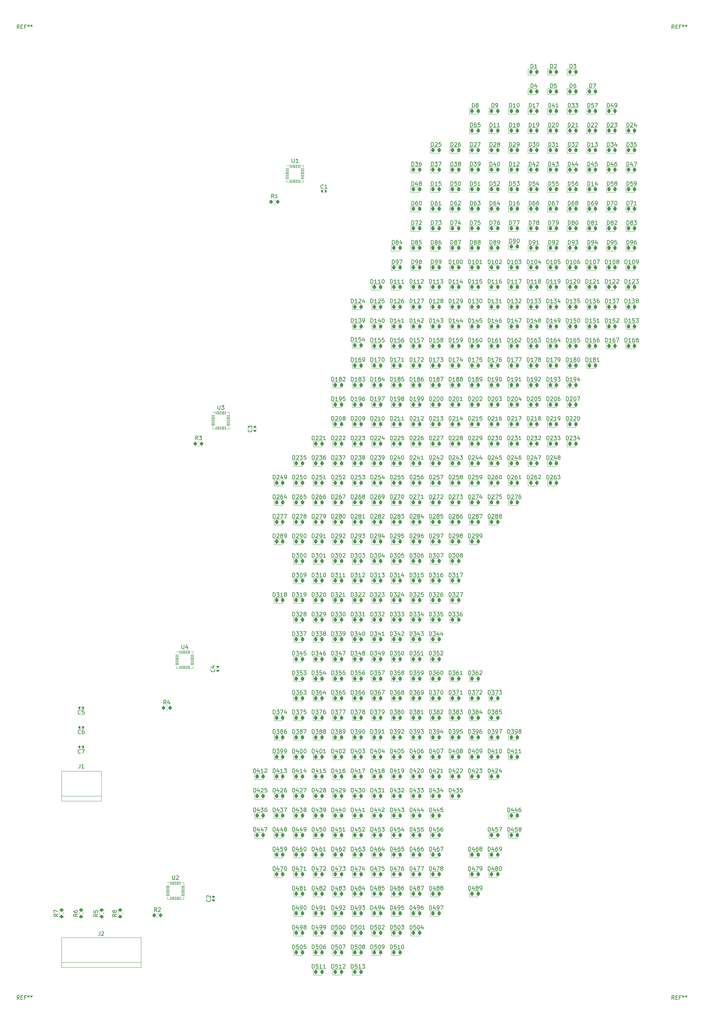
<source format=gto>
G04 #@! TF.GenerationSoftware,KiCad,Pcbnew,7.0.9*
G04 #@! TF.CreationDate,2024-12-30T15:01:03+01:00*
G04 #@! TF.ProjectId,lightning-map,6c696768-746e-4696-9e67-2d6d61702e6b,rev?*
G04 #@! TF.SameCoordinates,Original*
G04 #@! TF.FileFunction,Legend,Top*
G04 #@! TF.FilePolarity,Positive*
%FSLAX46Y46*%
G04 Gerber Fmt 4.6, Leading zero omitted, Abs format (unit mm)*
G04 Created by KiCad (PCBNEW 7.0.9) date 2024-12-30 15:01:03*
%MOMM*%
%LPD*%
G01*
G04 APERTURE LIST*
G04 Aperture macros list*
%AMRoundRect*
0 Rectangle with rounded corners*
0 $1 Rounding radius*
0 $2 $3 $4 $5 $6 $7 $8 $9 X,Y pos of 4 corners*
0 Add a 4 corners polygon primitive as box body*
4,1,4,$2,$3,$4,$5,$6,$7,$8,$9,$2,$3,0*
0 Add four circle primitives for the rounded corners*
1,1,$1+$1,$2,$3*
1,1,$1+$1,$4,$5*
1,1,$1+$1,$6,$7*
1,1,$1+$1,$8,$9*
0 Add four rect primitives between the rounded corners*
20,1,$1+$1,$2,$3,$4,$5,0*
20,1,$1+$1,$4,$5,$6,$7,0*
20,1,$1+$1,$6,$7,$8,$9,0*
20,1,$1+$1,$8,$9,$2,$3,0*%
G04 Aperture macros list end*
%ADD10C,0.150000*%
%ADD11C,0.120000*%
%ADD12C,2.500000*%
%ADD13RoundRect,0.140000X0.140000X0.170000X-0.140000X0.170000X-0.140000X-0.170000X0.140000X-0.170000X0*%
%ADD14RoundRect,0.218750X-0.218750X-0.256250X0.218750X-0.256250X0.218750X0.256250X-0.218750X0.256250X0*%
%ADD15RoundRect,0.140000X0.170000X-0.140000X0.170000X0.140000X-0.170000X0.140000X-0.170000X-0.140000X0*%
%ADD16R,3.000000X3.000000*%
%ADD17C,3.000000*%
%ADD18RoundRect,0.200000X0.275000X-0.200000X0.275000X0.200000X-0.275000X0.200000X-0.275000X-0.200000X0*%
%ADD19RoundRect,0.200000X-0.200000X-0.275000X0.200000X-0.275000X0.200000X0.275000X-0.200000X0.275000X0*%
%ADD20RoundRect,0.140000X-0.140000X-0.170000X0.140000X-0.170000X0.140000X0.170000X-0.140000X0.170000X0*%
%ADD21RoundRect,0.050000X-0.362500X-0.050000X0.362500X-0.050000X0.362500X0.050000X-0.362500X0.050000X0*%
%ADD22RoundRect,0.050000X-0.050000X-0.362500X0.050000X-0.362500X0.050000X0.362500X-0.050000X0.362500X0*%
%ADD23R,2.300000X2.300000*%
G04 APERTURE END LIST*
D10*
X211666666Y-331954819D02*
X211333333Y-331478628D01*
X211095238Y-331954819D02*
X211095238Y-330954819D01*
X211095238Y-330954819D02*
X211476190Y-330954819D01*
X211476190Y-330954819D02*
X211571428Y-331002438D01*
X211571428Y-331002438D02*
X211619047Y-331050057D01*
X211619047Y-331050057D02*
X211666666Y-331145295D01*
X211666666Y-331145295D02*
X211666666Y-331288152D01*
X211666666Y-331288152D02*
X211619047Y-331383390D01*
X211619047Y-331383390D02*
X211571428Y-331431009D01*
X211571428Y-331431009D02*
X211476190Y-331478628D01*
X211476190Y-331478628D02*
X211095238Y-331478628D01*
X212095238Y-331431009D02*
X212428571Y-331431009D01*
X212571428Y-331954819D02*
X212095238Y-331954819D01*
X212095238Y-331954819D02*
X212095238Y-330954819D01*
X212095238Y-330954819D02*
X212571428Y-330954819D01*
X213333333Y-331431009D02*
X213000000Y-331431009D01*
X213000000Y-331954819D02*
X213000000Y-330954819D01*
X213000000Y-330954819D02*
X213476190Y-330954819D01*
X214000000Y-330954819D02*
X214000000Y-331192914D01*
X213761905Y-331097676D02*
X214000000Y-331192914D01*
X214000000Y-331192914D02*
X214238095Y-331097676D01*
X213857143Y-331383390D02*
X214000000Y-331192914D01*
X214000000Y-331192914D02*
X214142857Y-331383390D01*
X214761905Y-330954819D02*
X214761905Y-331192914D01*
X214523810Y-331097676D02*
X214761905Y-331192914D01*
X214761905Y-331192914D02*
X215000000Y-331097676D01*
X214619048Y-331383390D02*
X214761905Y-331192914D01*
X214761905Y-331192914D02*
X214904762Y-331383390D01*
X379166666Y-331954819D02*
X378833333Y-331478628D01*
X378595238Y-331954819D02*
X378595238Y-330954819D01*
X378595238Y-330954819D02*
X378976190Y-330954819D01*
X378976190Y-330954819D02*
X379071428Y-331002438D01*
X379071428Y-331002438D02*
X379119047Y-331050057D01*
X379119047Y-331050057D02*
X379166666Y-331145295D01*
X379166666Y-331145295D02*
X379166666Y-331288152D01*
X379166666Y-331288152D02*
X379119047Y-331383390D01*
X379119047Y-331383390D02*
X379071428Y-331431009D01*
X379071428Y-331431009D02*
X378976190Y-331478628D01*
X378976190Y-331478628D02*
X378595238Y-331478628D01*
X379595238Y-331431009D02*
X379928571Y-331431009D01*
X380071428Y-331954819D02*
X379595238Y-331954819D01*
X379595238Y-331954819D02*
X379595238Y-330954819D01*
X379595238Y-330954819D02*
X380071428Y-330954819D01*
X380833333Y-331431009D02*
X380500000Y-331431009D01*
X380500000Y-331954819D02*
X380500000Y-330954819D01*
X380500000Y-330954819D02*
X380976190Y-330954819D01*
X381500000Y-330954819D02*
X381500000Y-331192914D01*
X381261905Y-331097676D02*
X381500000Y-331192914D01*
X381500000Y-331192914D02*
X381738095Y-331097676D01*
X381357143Y-331383390D02*
X381500000Y-331192914D01*
X381500000Y-331192914D02*
X381642857Y-331383390D01*
X382261905Y-330954819D02*
X382261905Y-331192914D01*
X382023810Y-331097676D02*
X382261905Y-331192914D01*
X382261905Y-331192914D02*
X382500000Y-331097676D01*
X382119048Y-331383390D02*
X382261905Y-331192914D01*
X382261905Y-331192914D02*
X382404762Y-331383390D01*
X379166666Y-83954819D02*
X378833333Y-83478628D01*
X378595238Y-83954819D02*
X378595238Y-82954819D01*
X378595238Y-82954819D02*
X378976190Y-82954819D01*
X378976190Y-82954819D02*
X379071428Y-83002438D01*
X379071428Y-83002438D02*
X379119047Y-83050057D01*
X379119047Y-83050057D02*
X379166666Y-83145295D01*
X379166666Y-83145295D02*
X379166666Y-83288152D01*
X379166666Y-83288152D02*
X379119047Y-83383390D01*
X379119047Y-83383390D02*
X379071428Y-83431009D01*
X379071428Y-83431009D02*
X378976190Y-83478628D01*
X378976190Y-83478628D02*
X378595238Y-83478628D01*
X379595238Y-83431009D02*
X379928571Y-83431009D01*
X380071428Y-83954819D02*
X379595238Y-83954819D01*
X379595238Y-83954819D02*
X379595238Y-82954819D01*
X379595238Y-82954819D02*
X380071428Y-82954819D01*
X380833333Y-83431009D02*
X380500000Y-83431009D01*
X380500000Y-83954819D02*
X380500000Y-82954819D01*
X380500000Y-82954819D02*
X380976190Y-82954819D01*
X381500000Y-82954819D02*
X381500000Y-83192914D01*
X381261905Y-83097676D02*
X381500000Y-83192914D01*
X381500000Y-83192914D02*
X381738095Y-83097676D01*
X381357143Y-83383390D02*
X381500000Y-83192914D01*
X381500000Y-83192914D02*
X381642857Y-83383390D01*
X382261905Y-82954819D02*
X382261905Y-83192914D01*
X382023810Y-83097676D02*
X382261905Y-83192914D01*
X382261905Y-83192914D02*
X382500000Y-83097676D01*
X382119048Y-83383390D02*
X382261905Y-83192914D01*
X382261905Y-83192914D02*
X382404762Y-83383390D01*
X211666666Y-83954819D02*
X211333333Y-83478628D01*
X211095238Y-83954819D02*
X211095238Y-82954819D01*
X211095238Y-82954819D02*
X211476190Y-82954819D01*
X211476190Y-82954819D02*
X211571428Y-83002438D01*
X211571428Y-83002438D02*
X211619047Y-83050057D01*
X211619047Y-83050057D02*
X211666666Y-83145295D01*
X211666666Y-83145295D02*
X211666666Y-83288152D01*
X211666666Y-83288152D02*
X211619047Y-83383390D01*
X211619047Y-83383390D02*
X211571428Y-83431009D01*
X211571428Y-83431009D02*
X211476190Y-83478628D01*
X211476190Y-83478628D02*
X211095238Y-83478628D01*
X212095238Y-83431009D02*
X212428571Y-83431009D01*
X212571428Y-83954819D02*
X212095238Y-83954819D01*
X212095238Y-83954819D02*
X212095238Y-82954819D01*
X212095238Y-82954819D02*
X212571428Y-82954819D01*
X213333333Y-83431009D02*
X213000000Y-83431009D01*
X213000000Y-83954819D02*
X213000000Y-82954819D01*
X213000000Y-82954819D02*
X213476190Y-82954819D01*
X214000000Y-82954819D02*
X214000000Y-83192914D01*
X213761905Y-83097676D02*
X214000000Y-83192914D01*
X214000000Y-83192914D02*
X214238095Y-83097676D01*
X213857143Y-83383390D02*
X214000000Y-83192914D01*
X214000000Y-83192914D02*
X214142857Y-83383390D01*
X214761905Y-82954819D02*
X214761905Y-83192914D01*
X214523810Y-83097676D02*
X214761905Y-83192914D01*
X214761905Y-83192914D02*
X215000000Y-83097676D01*
X214619048Y-83383390D02*
X214761905Y-83192914D01*
X214761905Y-83192914D02*
X214904762Y-83383390D01*
X227333333Y-269019580D02*
X227285714Y-269067200D01*
X227285714Y-269067200D02*
X227142857Y-269114819D01*
X227142857Y-269114819D02*
X227047619Y-269114819D01*
X227047619Y-269114819D02*
X226904762Y-269067200D01*
X226904762Y-269067200D02*
X226809524Y-268971961D01*
X226809524Y-268971961D02*
X226761905Y-268876723D01*
X226761905Y-268876723D02*
X226714286Y-268686247D01*
X226714286Y-268686247D02*
X226714286Y-268543390D01*
X226714286Y-268543390D02*
X226761905Y-268352914D01*
X226761905Y-268352914D02*
X226809524Y-268257676D01*
X226809524Y-268257676D02*
X226904762Y-268162438D01*
X226904762Y-268162438D02*
X227047619Y-268114819D01*
X227047619Y-268114819D02*
X227142857Y-268114819D01*
X227142857Y-268114819D02*
X227285714Y-268162438D01*
X227285714Y-268162438D02*
X227333333Y-268210057D01*
X227666667Y-268114819D02*
X228333333Y-268114819D01*
X228333333Y-268114819D02*
X227904762Y-269114819D01*
X336597024Y-144024819D02*
X336597024Y-143024819D01*
X336597024Y-143024819D02*
X336835119Y-143024819D01*
X336835119Y-143024819D02*
X336977976Y-143072438D01*
X336977976Y-143072438D02*
X337073214Y-143167676D01*
X337073214Y-143167676D02*
X337120833Y-143262914D01*
X337120833Y-143262914D02*
X337168452Y-143453390D01*
X337168452Y-143453390D02*
X337168452Y-143596247D01*
X337168452Y-143596247D02*
X337120833Y-143786723D01*
X337120833Y-143786723D02*
X337073214Y-143881961D01*
X337073214Y-143881961D02*
X336977976Y-143977200D01*
X336977976Y-143977200D02*
X336835119Y-144024819D01*
X336835119Y-144024819D02*
X336597024Y-144024819D01*
X338120833Y-144024819D02*
X337549405Y-144024819D01*
X337835119Y-144024819D02*
X337835119Y-143024819D01*
X337835119Y-143024819D02*
X337739881Y-143167676D01*
X337739881Y-143167676D02*
X337644643Y-143262914D01*
X337644643Y-143262914D02*
X337549405Y-143310533D01*
X338739881Y-143024819D02*
X338835119Y-143024819D01*
X338835119Y-143024819D02*
X338930357Y-143072438D01*
X338930357Y-143072438D02*
X338977976Y-143120057D01*
X338977976Y-143120057D02*
X339025595Y-143215295D01*
X339025595Y-143215295D02*
X339073214Y-143405771D01*
X339073214Y-143405771D02*
X339073214Y-143643866D01*
X339073214Y-143643866D02*
X339025595Y-143834342D01*
X339025595Y-143834342D02*
X338977976Y-143929580D01*
X338977976Y-143929580D02*
X338930357Y-143977200D01*
X338930357Y-143977200D02*
X338835119Y-144024819D01*
X338835119Y-144024819D02*
X338739881Y-144024819D01*
X338739881Y-144024819D02*
X338644643Y-143977200D01*
X338644643Y-143977200D02*
X338597024Y-143929580D01*
X338597024Y-143929580D02*
X338549405Y-143834342D01*
X338549405Y-143834342D02*
X338501786Y-143643866D01*
X338501786Y-143643866D02*
X338501786Y-143405771D01*
X338501786Y-143405771D02*
X338549405Y-143215295D01*
X338549405Y-143215295D02*
X338597024Y-143120057D01*
X338597024Y-143120057D02*
X338644643Y-143072438D01*
X338644643Y-143072438D02*
X338739881Y-143024819D01*
X339406548Y-143024819D02*
X340025595Y-143024819D01*
X340025595Y-143024819D02*
X339692262Y-143405771D01*
X339692262Y-143405771D02*
X339835119Y-143405771D01*
X339835119Y-143405771D02*
X339930357Y-143453390D01*
X339930357Y-143453390D02*
X339977976Y-143501009D01*
X339977976Y-143501009D02*
X340025595Y-143596247D01*
X340025595Y-143596247D02*
X340025595Y-143834342D01*
X340025595Y-143834342D02*
X339977976Y-143929580D01*
X339977976Y-143929580D02*
X339930357Y-143977200D01*
X339930357Y-143977200D02*
X339835119Y-144024819D01*
X339835119Y-144024819D02*
X339549405Y-144024819D01*
X339549405Y-144024819D02*
X339454167Y-143977200D01*
X339454167Y-143977200D02*
X339406548Y-143929580D01*
X311597024Y-174024819D02*
X311597024Y-173024819D01*
X311597024Y-173024819D02*
X311835119Y-173024819D01*
X311835119Y-173024819D02*
X311977976Y-173072438D01*
X311977976Y-173072438D02*
X312073214Y-173167676D01*
X312073214Y-173167676D02*
X312120833Y-173262914D01*
X312120833Y-173262914D02*
X312168452Y-173453390D01*
X312168452Y-173453390D02*
X312168452Y-173596247D01*
X312168452Y-173596247D02*
X312120833Y-173786723D01*
X312120833Y-173786723D02*
X312073214Y-173881961D01*
X312073214Y-173881961D02*
X311977976Y-173977200D01*
X311977976Y-173977200D02*
X311835119Y-174024819D01*
X311835119Y-174024819D02*
X311597024Y-174024819D01*
X313120833Y-174024819D02*
X312549405Y-174024819D01*
X312835119Y-174024819D02*
X312835119Y-173024819D01*
X312835119Y-173024819D02*
X312739881Y-173167676D01*
X312739881Y-173167676D02*
X312644643Y-173262914D01*
X312644643Y-173262914D02*
X312549405Y-173310533D01*
X313692262Y-173453390D02*
X313597024Y-173405771D01*
X313597024Y-173405771D02*
X313549405Y-173358152D01*
X313549405Y-173358152D02*
X313501786Y-173262914D01*
X313501786Y-173262914D02*
X313501786Y-173215295D01*
X313501786Y-173215295D02*
X313549405Y-173120057D01*
X313549405Y-173120057D02*
X313597024Y-173072438D01*
X313597024Y-173072438D02*
X313692262Y-173024819D01*
X313692262Y-173024819D02*
X313882738Y-173024819D01*
X313882738Y-173024819D02*
X313977976Y-173072438D01*
X313977976Y-173072438D02*
X314025595Y-173120057D01*
X314025595Y-173120057D02*
X314073214Y-173215295D01*
X314073214Y-173215295D02*
X314073214Y-173262914D01*
X314073214Y-173262914D02*
X314025595Y-173358152D01*
X314025595Y-173358152D02*
X313977976Y-173405771D01*
X313977976Y-173405771D02*
X313882738Y-173453390D01*
X313882738Y-173453390D02*
X313692262Y-173453390D01*
X313692262Y-173453390D02*
X313597024Y-173501009D01*
X313597024Y-173501009D02*
X313549405Y-173548628D01*
X313549405Y-173548628D02*
X313501786Y-173643866D01*
X313501786Y-173643866D02*
X313501786Y-173834342D01*
X313501786Y-173834342D02*
X313549405Y-173929580D01*
X313549405Y-173929580D02*
X313597024Y-173977200D01*
X313597024Y-173977200D02*
X313692262Y-174024819D01*
X313692262Y-174024819D02*
X313882738Y-174024819D01*
X313882738Y-174024819D02*
X313977976Y-173977200D01*
X313977976Y-173977200D02*
X314025595Y-173929580D01*
X314025595Y-173929580D02*
X314073214Y-173834342D01*
X314073214Y-173834342D02*
X314073214Y-173643866D01*
X314073214Y-173643866D02*
X314025595Y-173548628D01*
X314025595Y-173548628D02*
X313977976Y-173501009D01*
X313977976Y-173501009D02*
X313882738Y-173453390D01*
X314930357Y-173024819D02*
X314739881Y-173024819D01*
X314739881Y-173024819D02*
X314644643Y-173072438D01*
X314644643Y-173072438D02*
X314597024Y-173120057D01*
X314597024Y-173120057D02*
X314501786Y-173262914D01*
X314501786Y-173262914D02*
X314454167Y-173453390D01*
X314454167Y-173453390D02*
X314454167Y-173834342D01*
X314454167Y-173834342D02*
X314501786Y-173929580D01*
X314501786Y-173929580D02*
X314549405Y-173977200D01*
X314549405Y-173977200D02*
X314644643Y-174024819D01*
X314644643Y-174024819D02*
X314835119Y-174024819D01*
X314835119Y-174024819D02*
X314930357Y-173977200D01*
X314930357Y-173977200D02*
X314977976Y-173929580D01*
X314977976Y-173929580D02*
X315025595Y-173834342D01*
X315025595Y-173834342D02*
X315025595Y-173596247D01*
X315025595Y-173596247D02*
X314977976Y-173501009D01*
X314977976Y-173501009D02*
X314930357Y-173453390D01*
X314930357Y-173453390D02*
X314835119Y-173405771D01*
X314835119Y-173405771D02*
X314644643Y-173405771D01*
X314644643Y-173405771D02*
X314549405Y-173453390D01*
X314549405Y-173453390D02*
X314501786Y-173501009D01*
X314501786Y-173501009D02*
X314454167Y-173596247D01*
X286597024Y-254024819D02*
X286597024Y-253024819D01*
X286597024Y-253024819D02*
X286835119Y-253024819D01*
X286835119Y-253024819D02*
X286977976Y-253072438D01*
X286977976Y-253072438D02*
X287073214Y-253167676D01*
X287073214Y-253167676D02*
X287120833Y-253262914D01*
X287120833Y-253262914D02*
X287168452Y-253453390D01*
X287168452Y-253453390D02*
X287168452Y-253596247D01*
X287168452Y-253596247D02*
X287120833Y-253786723D01*
X287120833Y-253786723D02*
X287073214Y-253881961D01*
X287073214Y-253881961D02*
X286977976Y-253977200D01*
X286977976Y-253977200D02*
X286835119Y-254024819D01*
X286835119Y-254024819D02*
X286597024Y-254024819D01*
X287501786Y-253024819D02*
X288120833Y-253024819D01*
X288120833Y-253024819D02*
X287787500Y-253405771D01*
X287787500Y-253405771D02*
X287930357Y-253405771D01*
X287930357Y-253405771D02*
X288025595Y-253453390D01*
X288025595Y-253453390D02*
X288073214Y-253501009D01*
X288073214Y-253501009D02*
X288120833Y-253596247D01*
X288120833Y-253596247D02*
X288120833Y-253834342D01*
X288120833Y-253834342D02*
X288073214Y-253929580D01*
X288073214Y-253929580D02*
X288025595Y-253977200D01*
X288025595Y-253977200D02*
X287930357Y-254024819D01*
X287930357Y-254024819D02*
X287644643Y-254024819D01*
X287644643Y-254024819D02*
X287549405Y-253977200D01*
X287549405Y-253977200D02*
X287501786Y-253929580D01*
X288977976Y-253024819D02*
X288787500Y-253024819D01*
X288787500Y-253024819D02*
X288692262Y-253072438D01*
X288692262Y-253072438D02*
X288644643Y-253120057D01*
X288644643Y-253120057D02*
X288549405Y-253262914D01*
X288549405Y-253262914D02*
X288501786Y-253453390D01*
X288501786Y-253453390D02*
X288501786Y-253834342D01*
X288501786Y-253834342D02*
X288549405Y-253929580D01*
X288549405Y-253929580D02*
X288597024Y-253977200D01*
X288597024Y-253977200D02*
X288692262Y-254024819D01*
X288692262Y-254024819D02*
X288882738Y-254024819D01*
X288882738Y-254024819D02*
X288977976Y-253977200D01*
X288977976Y-253977200D02*
X289025595Y-253929580D01*
X289025595Y-253929580D02*
X289073214Y-253834342D01*
X289073214Y-253834342D02*
X289073214Y-253596247D01*
X289073214Y-253596247D02*
X289025595Y-253501009D01*
X289025595Y-253501009D02*
X288977976Y-253453390D01*
X288977976Y-253453390D02*
X288882738Y-253405771D01*
X288882738Y-253405771D02*
X288692262Y-253405771D01*
X288692262Y-253405771D02*
X288597024Y-253453390D01*
X288597024Y-253453390D02*
X288549405Y-253501009D01*
X288549405Y-253501009D02*
X288501786Y-253596247D01*
X289930357Y-253358152D02*
X289930357Y-254024819D01*
X289692262Y-252977200D02*
X289454167Y-253691485D01*
X289454167Y-253691485D02*
X290073214Y-253691485D01*
X306597024Y-154024819D02*
X306597024Y-153024819D01*
X306597024Y-153024819D02*
X306835119Y-153024819D01*
X306835119Y-153024819D02*
X306977976Y-153072438D01*
X306977976Y-153072438D02*
X307073214Y-153167676D01*
X307073214Y-153167676D02*
X307120833Y-153262914D01*
X307120833Y-153262914D02*
X307168452Y-153453390D01*
X307168452Y-153453390D02*
X307168452Y-153596247D01*
X307168452Y-153596247D02*
X307120833Y-153786723D01*
X307120833Y-153786723D02*
X307073214Y-153881961D01*
X307073214Y-153881961D02*
X306977976Y-153977200D01*
X306977976Y-153977200D02*
X306835119Y-154024819D01*
X306835119Y-154024819D02*
X306597024Y-154024819D01*
X308120833Y-154024819D02*
X307549405Y-154024819D01*
X307835119Y-154024819D02*
X307835119Y-153024819D01*
X307835119Y-153024819D02*
X307739881Y-153167676D01*
X307739881Y-153167676D02*
X307644643Y-153262914D01*
X307644643Y-153262914D02*
X307549405Y-153310533D01*
X308501786Y-153120057D02*
X308549405Y-153072438D01*
X308549405Y-153072438D02*
X308644643Y-153024819D01*
X308644643Y-153024819D02*
X308882738Y-153024819D01*
X308882738Y-153024819D02*
X308977976Y-153072438D01*
X308977976Y-153072438D02*
X309025595Y-153120057D01*
X309025595Y-153120057D02*
X309073214Y-153215295D01*
X309073214Y-153215295D02*
X309073214Y-153310533D01*
X309073214Y-153310533D02*
X309025595Y-153453390D01*
X309025595Y-153453390D02*
X308454167Y-154024819D01*
X308454167Y-154024819D02*
X309073214Y-154024819D01*
X309930357Y-153024819D02*
X309739881Y-153024819D01*
X309739881Y-153024819D02*
X309644643Y-153072438D01*
X309644643Y-153072438D02*
X309597024Y-153120057D01*
X309597024Y-153120057D02*
X309501786Y-153262914D01*
X309501786Y-153262914D02*
X309454167Y-153453390D01*
X309454167Y-153453390D02*
X309454167Y-153834342D01*
X309454167Y-153834342D02*
X309501786Y-153929580D01*
X309501786Y-153929580D02*
X309549405Y-153977200D01*
X309549405Y-153977200D02*
X309644643Y-154024819D01*
X309644643Y-154024819D02*
X309835119Y-154024819D01*
X309835119Y-154024819D02*
X309930357Y-153977200D01*
X309930357Y-153977200D02*
X309977976Y-153929580D01*
X309977976Y-153929580D02*
X310025595Y-153834342D01*
X310025595Y-153834342D02*
X310025595Y-153596247D01*
X310025595Y-153596247D02*
X309977976Y-153501009D01*
X309977976Y-153501009D02*
X309930357Y-153453390D01*
X309930357Y-153453390D02*
X309835119Y-153405771D01*
X309835119Y-153405771D02*
X309644643Y-153405771D01*
X309644643Y-153405771D02*
X309549405Y-153453390D01*
X309549405Y-153453390D02*
X309501786Y-153501009D01*
X309501786Y-153501009D02*
X309454167Y-153596247D01*
X362073214Y-139024819D02*
X362073214Y-138024819D01*
X362073214Y-138024819D02*
X362311309Y-138024819D01*
X362311309Y-138024819D02*
X362454166Y-138072438D01*
X362454166Y-138072438D02*
X362549404Y-138167676D01*
X362549404Y-138167676D02*
X362597023Y-138262914D01*
X362597023Y-138262914D02*
X362644642Y-138453390D01*
X362644642Y-138453390D02*
X362644642Y-138596247D01*
X362644642Y-138596247D02*
X362597023Y-138786723D01*
X362597023Y-138786723D02*
X362549404Y-138881961D01*
X362549404Y-138881961D02*
X362454166Y-138977200D01*
X362454166Y-138977200D02*
X362311309Y-139024819D01*
X362311309Y-139024819D02*
X362073214Y-139024819D01*
X363120833Y-139024819D02*
X363311309Y-139024819D01*
X363311309Y-139024819D02*
X363406547Y-138977200D01*
X363406547Y-138977200D02*
X363454166Y-138929580D01*
X363454166Y-138929580D02*
X363549404Y-138786723D01*
X363549404Y-138786723D02*
X363597023Y-138596247D01*
X363597023Y-138596247D02*
X363597023Y-138215295D01*
X363597023Y-138215295D02*
X363549404Y-138120057D01*
X363549404Y-138120057D02*
X363501785Y-138072438D01*
X363501785Y-138072438D02*
X363406547Y-138024819D01*
X363406547Y-138024819D02*
X363216071Y-138024819D01*
X363216071Y-138024819D02*
X363120833Y-138072438D01*
X363120833Y-138072438D02*
X363073214Y-138120057D01*
X363073214Y-138120057D02*
X363025595Y-138215295D01*
X363025595Y-138215295D02*
X363025595Y-138453390D01*
X363025595Y-138453390D02*
X363073214Y-138548628D01*
X363073214Y-138548628D02*
X363120833Y-138596247D01*
X363120833Y-138596247D02*
X363216071Y-138643866D01*
X363216071Y-138643866D02*
X363406547Y-138643866D01*
X363406547Y-138643866D02*
X363501785Y-138596247D01*
X363501785Y-138596247D02*
X363549404Y-138548628D01*
X363549404Y-138548628D02*
X363597023Y-138453390D01*
X364501785Y-138024819D02*
X364025595Y-138024819D01*
X364025595Y-138024819D02*
X363977976Y-138501009D01*
X363977976Y-138501009D02*
X364025595Y-138453390D01*
X364025595Y-138453390D02*
X364120833Y-138405771D01*
X364120833Y-138405771D02*
X364358928Y-138405771D01*
X364358928Y-138405771D02*
X364454166Y-138453390D01*
X364454166Y-138453390D02*
X364501785Y-138501009D01*
X364501785Y-138501009D02*
X364549404Y-138596247D01*
X364549404Y-138596247D02*
X364549404Y-138834342D01*
X364549404Y-138834342D02*
X364501785Y-138929580D01*
X364501785Y-138929580D02*
X364454166Y-138977200D01*
X364454166Y-138977200D02*
X364358928Y-139024819D01*
X364358928Y-139024819D02*
X364120833Y-139024819D01*
X364120833Y-139024819D02*
X364025595Y-138977200D01*
X364025595Y-138977200D02*
X363977976Y-138929580D01*
X317073214Y-129024819D02*
X317073214Y-128024819D01*
X317073214Y-128024819D02*
X317311309Y-128024819D01*
X317311309Y-128024819D02*
X317454166Y-128072438D01*
X317454166Y-128072438D02*
X317549404Y-128167676D01*
X317549404Y-128167676D02*
X317597023Y-128262914D01*
X317597023Y-128262914D02*
X317644642Y-128453390D01*
X317644642Y-128453390D02*
X317644642Y-128596247D01*
X317644642Y-128596247D02*
X317597023Y-128786723D01*
X317597023Y-128786723D02*
X317549404Y-128881961D01*
X317549404Y-128881961D02*
X317454166Y-128977200D01*
X317454166Y-128977200D02*
X317311309Y-129024819D01*
X317311309Y-129024819D02*
X317073214Y-129024819D01*
X318501785Y-128024819D02*
X318311309Y-128024819D01*
X318311309Y-128024819D02*
X318216071Y-128072438D01*
X318216071Y-128072438D02*
X318168452Y-128120057D01*
X318168452Y-128120057D02*
X318073214Y-128262914D01*
X318073214Y-128262914D02*
X318025595Y-128453390D01*
X318025595Y-128453390D02*
X318025595Y-128834342D01*
X318025595Y-128834342D02*
X318073214Y-128929580D01*
X318073214Y-128929580D02*
X318120833Y-128977200D01*
X318120833Y-128977200D02*
X318216071Y-129024819D01*
X318216071Y-129024819D02*
X318406547Y-129024819D01*
X318406547Y-129024819D02*
X318501785Y-128977200D01*
X318501785Y-128977200D02*
X318549404Y-128929580D01*
X318549404Y-128929580D02*
X318597023Y-128834342D01*
X318597023Y-128834342D02*
X318597023Y-128596247D01*
X318597023Y-128596247D02*
X318549404Y-128501009D01*
X318549404Y-128501009D02*
X318501785Y-128453390D01*
X318501785Y-128453390D02*
X318406547Y-128405771D01*
X318406547Y-128405771D02*
X318216071Y-128405771D01*
X318216071Y-128405771D02*
X318120833Y-128453390D01*
X318120833Y-128453390D02*
X318073214Y-128501009D01*
X318073214Y-128501009D02*
X318025595Y-128596247D01*
X319549404Y-129024819D02*
X318977976Y-129024819D01*
X319263690Y-129024819D02*
X319263690Y-128024819D01*
X319263690Y-128024819D02*
X319168452Y-128167676D01*
X319168452Y-128167676D02*
X319073214Y-128262914D01*
X319073214Y-128262914D02*
X318977976Y-128310533D01*
X331597024Y-299024819D02*
X331597024Y-298024819D01*
X331597024Y-298024819D02*
X331835119Y-298024819D01*
X331835119Y-298024819D02*
X331977976Y-298072438D01*
X331977976Y-298072438D02*
X332073214Y-298167676D01*
X332073214Y-298167676D02*
X332120833Y-298262914D01*
X332120833Y-298262914D02*
X332168452Y-298453390D01*
X332168452Y-298453390D02*
X332168452Y-298596247D01*
X332168452Y-298596247D02*
X332120833Y-298786723D01*
X332120833Y-298786723D02*
X332073214Y-298881961D01*
X332073214Y-298881961D02*
X331977976Y-298977200D01*
X331977976Y-298977200D02*
X331835119Y-299024819D01*
X331835119Y-299024819D02*
X331597024Y-299024819D01*
X333025595Y-298358152D02*
X333025595Y-299024819D01*
X332787500Y-297977200D02*
X332549405Y-298691485D01*
X332549405Y-298691485D02*
X333168452Y-298691485D01*
X333692262Y-298453390D02*
X333597024Y-298405771D01*
X333597024Y-298405771D02*
X333549405Y-298358152D01*
X333549405Y-298358152D02*
X333501786Y-298262914D01*
X333501786Y-298262914D02*
X333501786Y-298215295D01*
X333501786Y-298215295D02*
X333549405Y-298120057D01*
X333549405Y-298120057D02*
X333597024Y-298072438D01*
X333597024Y-298072438D02*
X333692262Y-298024819D01*
X333692262Y-298024819D02*
X333882738Y-298024819D01*
X333882738Y-298024819D02*
X333977976Y-298072438D01*
X333977976Y-298072438D02*
X334025595Y-298120057D01*
X334025595Y-298120057D02*
X334073214Y-298215295D01*
X334073214Y-298215295D02*
X334073214Y-298262914D01*
X334073214Y-298262914D02*
X334025595Y-298358152D01*
X334025595Y-298358152D02*
X333977976Y-298405771D01*
X333977976Y-298405771D02*
X333882738Y-298453390D01*
X333882738Y-298453390D02*
X333692262Y-298453390D01*
X333692262Y-298453390D02*
X333597024Y-298501009D01*
X333597024Y-298501009D02*
X333549405Y-298548628D01*
X333549405Y-298548628D02*
X333501786Y-298643866D01*
X333501786Y-298643866D02*
X333501786Y-298834342D01*
X333501786Y-298834342D02*
X333549405Y-298929580D01*
X333549405Y-298929580D02*
X333597024Y-298977200D01*
X333597024Y-298977200D02*
X333692262Y-299024819D01*
X333692262Y-299024819D02*
X333882738Y-299024819D01*
X333882738Y-299024819D02*
X333977976Y-298977200D01*
X333977976Y-298977200D02*
X334025595Y-298929580D01*
X334025595Y-298929580D02*
X334073214Y-298834342D01*
X334073214Y-298834342D02*
X334073214Y-298643866D01*
X334073214Y-298643866D02*
X334025595Y-298548628D01*
X334025595Y-298548628D02*
X333977976Y-298501009D01*
X333977976Y-298501009D02*
X333882738Y-298453390D01*
X334692262Y-298024819D02*
X334787500Y-298024819D01*
X334787500Y-298024819D02*
X334882738Y-298072438D01*
X334882738Y-298072438D02*
X334930357Y-298120057D01*
X334930357Y-298120057D02*
X334977976Y-298215295D01*
X334977976Y-298215295D02*
X335025595Y-298405771D01*
X335025595Y-298405771D02*
X335025595Y-298643866D01*
X335025595Y-298643866D02*
X334977976Y-298834342D01*
X334977976Y-298834342D02*
X334930357Y-298929580D01*
X334930357Y-298929580D02*
X334882738Y-298977200D01*
X334882738Y-298977200D02*
X334787500Y-299024819D01*
X334787500Y-299024819D02*
X334692262Y-299024819D01*
X334692262Y-299024819D02*
X334597024Y-298977200D01*
X334597024Y-298977200D02*
X334549405Y-298929580D01*
X334549405Y-298929580D02*
X334501786Y-298834342D01*
X334501786Y-298834342D02*
X334454167Y-298643866D01*
X334454167Y-298643866D02*
X334454167Y-298405771D01*
X334454167Y-298405771D02*
X334501786Y-298215295D01*
X334501786Y-298215295D02*
X334549405Y-298120057D01*
X334549405Y-298120057D02*
X334597024Y-298072438D01*
X334597024Y-298072438D02*
X334692262Y-298024819D01*
X261599580Y-247666666D02*
X261647200Y-247714285D01*
X261647200Y-247714285D02*
X261694819Y-247857142D01*
X261694819Y-247857142D02*
X261694819Y-247952380D01*
X261694819Y-247952380D02*
X261647200Y-248095237D01*
X261647200Y-248095237D02*
X261551961Y-248190475D01*
X261551961Y-248190475D02*
X261456723Y-248238094D01*
X261456723Y-248238094D02*
X261266247Y-248285713D01*
X261266247Y-248285713D02*
X261123390Y-248285713D01*
X261123390Y-248285713D02*
X260932914Y-248238094D01*
X260932914Y-248238094D02*
X260837676Y-248190475D01*
X260837676Y-248190475D02*
X260742438Y-248095237D01*
X260742438Y-248095237D02*
X260694819Y-247952380D01*
X260694819Y-247952380D02*
X260694819Y-247857142D01*
X260694819Y-247857142D02*
X260742438Y-247714285D01*
X260742438Y-247714285D02*
X260790057Y-247666666D01*
X261028152Y-246809523D02*
X261694819Y-246809523D01*
X260647200Y-247047618D02*
X261361485Y-247285713D01*
X261361485Y-247285713D02*
X261361485Y-246666666D01*
X301597024Y-284024819D02*
X301597024Y-283024819D01*
X301597024Y-283024819D02*
X301835119Y-283024819D01*
X301835119Y-283024819D02*
X301977976Y-283072438D01*
X301977976Y-283072438D02*
X302073214Y-283167676D01*
X302073214Y-283167676D02*
X302120833Y-283262914D01*
X302120833Y-283262914D02*
X302168452Y-283453390D01*
X302168452Y-283453390D02*
X302168452Y-283596247D01*
X302168452Y-283596247D02*
X302120833Y-283786723D01*
X302120833Y-283786723D02*
X302073214Y-283881961D01*
X302073214Y-283881961D02*
X301977976Y-283977200D01*
X301977976Y-283977200D02*
X301835119Y-284024819D01*
X301835119Y-284024819D02*
X301597024Y-284024819D01*
X303025595Y-283358152D02*
X303025595Y-284024819D01*
X302787500Y-282977200D02*
X302549405Y-283691485D01*
X302549405Y-283691485D02*
X303168452Y-283691485D01*
X303977976Y-283358152D02*
X303977976Y-284024819D01*
X303739881Y-282977200D02*
X303501786Y-283691485D01*
X303501786Y-283691485D02*
X304120833Y-283691485D01*
X304454167Y-283120057D02*
X304501786Y-283072438D01*
X304501786Y-283072438D02*
X304597024Y-283024819D01*
X304597024Y-283024819D02*
X304835119Y-283024819D01*
X304835119Y-283024819D02*
X304930357Y-283072438D01*
X304930357Y-283072438D02*
X304977976Y-283120057D01*
X304977976Y-283120057D02*
X305025595Y-283215295D01*
X305025595Y-283215295D02*
X305025595Y-283310533D01*
X305025595Y-283310533D02*
X304977976Y-283453390D01*
X304977976Y-283453390D02*
X304406548Y-284024819D01*
X304406548Y-284024819D02*
X305025595Y-284024819D01*
X296597024Y-154024819D02*
X296597024Y-153024819D01*
X296597024Y-153024819D02*
X296835119Y-153024819D01*
X296835119Y-153024819D02*
X296977976Y-153072438D01*
X296977976Y-153072438D02*
X297073214Y-153167676D01*
X297073214Y-153167676D02*
X297120833Y-153262914D01*
X297120833Y-153262914D02*
X297168452Y-153453390D01*
X297168452Y-153453390D02*
X297168452Y-153596247D01*
X297168452Y-153596247D02*
X297120833Y-153786723D01*
X297120833Y-153786723D02*
X297073214Y-153881961D01*
X297073214Y-153881961D02*
X296977976Y-153977200D01*
X296977976Y-153977200D02*
X296835119Y-154024819D01*
X296835119Y-154024819D02*
X296597024Y-154024819D01*
X298120833Y-154024819D02*
X297549405Y-154024819D01*
X297835119Y-154024819D02*
X297835119Y-153024819D01*
X297835119Y-153024819D02*
X297739881Y-153167676D01*
X297739881Y-153167676D02*
X297644643Y-153262914D01*
X297644643Y-153262914D02*
X297549405Y-153310533D01*
X298501786Y-153120057D02*
X298549405Y-153072438D01*
X298549405Y-153072438D02*
X298644643Y-153024819D01*
X298644643Y-153024819D02*
X298882738Y-153024819D01*
X298882738Y-153024819D02*
X298977976Y-153072438D01*
X298977976Y-153072438D02*
X299025595Y-153120057D01*
X299025595Y-153120057D02*
X299073214Y-153215295D01*
X299073214Y-153215295D02*
X299073214Y-153310533D01*
X299073214Y-153310533D02*
X299025595Y-153453390D01*
X299025595Y-153453390D02*
X298454167Y-154024819D01*
X298454167Y-154024819D02*
X299073214Y-154024819D01*
X299930357Y-153358152D02*
X299930357Y-154024819D01*
X299692262Y-152977200D02*
X299454167Y-153691485D01*
X299454167Y-153691485D02*
X300073214Y-153691485D01*
X306597024Y-264024819D02*
X306597024Y-263024819D01*
X306597024Y-263024819D02*
X306835119Y-263024819D01*
X306835119Y-263024819D02*
X306977976Y-263072438D01*
X306977976Y-263072438D02*
X307073214Y-263167676D01*
X307073214Y-263167676D02*
X307120833Y-263262914D01*
X307120833Y-263262914D02*
X307168452Y-263453390D01*
X307168452Y-263453390D02*
X307168452Y-263596247D01*
X307168452Y-263596247D02*
X307120833Y-263786723D01*
X307120833Y-263786723D02*
X307073214Y-263881961D01*
X307073214Y-263881961D02*
X306977976Y-263977200D01*
X306977976Y-263977200D02*
X306835119Y-264024819D01*
X306835119Y-264024819D02*
X306597024Y-264024819D01*
X307501786Y-263024819D02*
X308120833Y-263024819D01*
X308120833Y-263024819D02*
X307787500Y-263405771D01*
X307787500Y-263405771D02*
X307930357Y-263405771D01*
X307930357Y-263405771D02*
X308025595Y-263453390D01*
X308025595Y-263453390D02*
X308073214Y-263501009D01*
X308073214Y-263501009D02*
X308120833Y-263596247D01*
X308120833Y-263596247D02*
X308120833Y-263834342D01*
X308120833Y-263834342D02*
X308073214Y-263929580D01*
X308073214Y-263929580D02*
X308025595Y-263977200D01*
X308025595Y-263977200D02*
X307930357Y-264024819D01*
X307930357Y-264024819D02*
X307644643Y-264024819D01*
X307644643Y-264024819D02*
X307549405Y-263977200D01*
X307549405Y-263977200D02*
X307501786Y-263929580D01*
X308597024Y-264024819D02*
X308787500Y-264024819D01*
X308787500Y-264024819D02*
X308882738Y-263977200D01*
X308882738Y-263977200D02*
X308930357Y-263929580D01*
X308930357Y-263929580D02*
X309025595Y-263786723D01*
X309025595Y-263786723D02*
X309073214Y-263596247D01*
X309073214Y-263596247D02*
X309073214Y-263215295D01*
X309073214Y-263215295D02*
X309025595Y-263120057D01*
X309025595Y-263120057D02*
X308977976Y-263072438D01*
X308977976Y-263072438D02*
X308882738Y-263024819D01*
X308882738Y-263024819D02*
X308692262Y-263024819D01*
X308692262Y-263024819D02*
X308597024Y-263072438D01*
X308597024Y-263072438D02*
X308549405Y-263120057D01*
X308549405Y-263120057D02*
X308501786Y-263215295D01*
X308501786Y-263215295D02*
X308501786Y-263453390D01*
X308501786Y-263453390D02*
X308549405Y-263548628D01*
X308549405Y-263548628D02*
X308597024Y-263596247D01*
X308597024Y-263596247D02*
X308692262Y-263643866D01*
X308692262Y-263643866D02*
X308882738Y-263643866D01*
X308882738Y-263643866D02*
X308977976Y-263596247D01*
X308977976Y-263596247D02*
X309025595Y-263548628D01*
X309025595Y-263548628D02*
X309073214Y-263453390D01*
X309454167Y-263120057D02*
X309501786Y-263072438D01*
X309501786Y-263072438D02*
X309597024Y-263024819D01*
X309597024Y-263024819D02*
X309835119Y-263024819D01*
X309835119Y-263024819D02*
X309930357Y-263072438D01*
X309930357Y-263072438D02*
X309977976Y-263120057D01*
X309977976Y-263120057D02*
X310025595Y-263215295D01*
X310025595Y-263215295D02*
X310025595Y-263310533D01*
X310025595Y-263310533D02*
X309977976Y-263453390D01*
X309977976Y-263453390D02*
X309406548Y-264024819D01*
X309406548Y-264024819D02*
X310025595Y-264024819D01*
X321597024Y-264024819D02*
X321597024Y-263024819D01*
X321597024Y-263024819D02*
X321835119Y-263024819D01*
X321835119Y-263024819D02*
X321977976Y-263072438D01*
X321977976Y-263072438D02*
X322073214Y-263167676D01*
X322073214Y-263167676D02*
X322120833Y-263262914D01*
X322120833Y-263262914D02*
X322168452Y-263453390D01*
X322168452Y-263453390D02*
X322168452Y-263596247D01*
X322168452Y-263596247D02*
X322120833Y-263786723D01*
X322120833Y-263786723D02*
X322073214Y-263881961D01*
X322073214Y-263881961D02*
X321977976Y-263977200D01*
X321977976Y-263977200D02*
X321835119Y-264024819D01*
X321835119Y-264024819D02*
X321597024Y-264024819D01*
X322501786Y-263024819D02*
X323120833Y-263024819D01*
X323120833Y-263024819D02*
X322787500Y-263405771D01*
X322787500Y-263405771D02*
X322930357Y-263405771D01*
X322930357Y-263405771D02*
X323025595Y-263453390D01*
X323025595Y-263453390D02*
X323073214Y-263501009D01*
X323073214Y-263501009D02*
X323120833Y-263596247D01*
X323120833Y-263596247D02*
X323120833Y-263834342D01*
X323120833Y-263834342D02*
X323073214Y-263929580D01*
X323073214Y-263929580D02*
X323025595Y-263977200D01*
X323025595Y-263977200D02*
X322930357Y-264024819D01*
X322930357Y-264024819D02*
X322644643Y-264024819D01*
X322644643Y-264024819D02*
X322549405Y-263977200D01*
X322549405Y-263977200D02*
X322501786Y-263929580D01*
X323597024Y-264024819D02*
X323787500Y-264024819D01*
X323787500Y-264024819D02*
X323882738Y-263977200D01*
X323882738Y-263977200D02*
X323930357Y-263929580D01*
X323930357Y-263929580D02*
X324025595Y-263786723D01*
X324025595Y-263786723D02*
X324073214Y-263596247D01*
X324073214Y-263596247D02*
X324073214Y-263215295D01*
X324073214Y-263215295D02*
X324025595Y-263120057D01*
X324025595Y-263120057D02*
X323977976Y-263072438D01*
X323977976Y-263072438D02*
X323882738Y-263024819D01*
X323882738Y-263024819D02*
X323692262Y-263024819D01*
X323692262Y-263024819D02*
X323597024Y-263072438D01*
X323597024Y-263072438D02*
X323549405Y-263120057D01*
X323549405Y-263120057D02*
X323501786Y-263215295D01*
X323501786Y-263215295D02*
X323501786Y-263453390D01*
X323501786Y-263453390D02*
X323549405Y-263548628D01*
X323549405Y-263548628D02*
X323597024Y-263596247D01*
X323597024Y-263596247D02*
X323692262Y-263643866D01*
X323692262Y-263643866D02*
X323882738Y-263643866D01*
X323882738Y-263643866D02*
X323977976Y-263596247D01*
X323977976Y-263596247D02*
X324025595Y-263548628D01*
X324025595Y-263548628D02*
X324073214Y-263453390D01*
X324977976Y-263024819D02*
X324501786Y-263024819D01*
X324501786Y-263024819D02*
X324454167Y-263501009D01*
X324454167Y-263501009D02*
X324501786Y-263453390D01*
X324501786Y-263453390D02*
X324597024Y-263405771D01*
X324597024Y-263405771D02*
X324835119Y-263405771D01*
X324835119Y-263405771D02*
X324930357Y-263453390D01*
X324930357Y-263453390D02*
X324977976Y-263501009D01*
X324977976Y-263501009D02*
X325025595Y-263596247D01*
X325025595Y-263596247D02*
X325025595Y-263834342D01*
X325025595Y-263834342D02*
X324977976Y-263929580D01*
X324977976Y-263929580D02*
X324930357Y-263977200D01*
X324930357Y-263977200D02*
X324835119Y-264024819D01*
X324835119Y-264024819D02*
X324597024Y-264024819D01*
X324597024Y-264024819D02*
X324501786Y-263977200D01*
X324501786Y-263977200D02*
X324454167Y-263929580D01*
X322073214Y-129024819D02*
X322073214Y-128024819D01*
X322073214Y-128024819D02*
X322311309Y-128024819D01*
X322311309Y-128024819D02*
X322454166Y-128072438D01*
X322454166Y-128072438D02*
X322549404Y-128167676D01*
X322549404Y-128167676D02*
X322597023Y-128262914D01*
X322597023Y-128262914D02*
X322644642Y-128453390D01*
X322644642Y-128453390D02*
X322644642Y-128596247D01*
X322644642Y-128596247D02*
X322597023Y-128786723D01*
X322597023Y-128786723D02*
X322549404Y-128881961D01*
X322549404Y-128881961D02*
X322454166Y-128977200D01*
X322454166Y-128977200D02*
X322311309Y-129024819D01*
X322311309Y-129024819D02*
X322073214Y-129024819D01*
X323501785Y-128024819D02*
X323311309Y-128024819D01*
X323311309Y-128024819D02*
X323216071Y-128072438D01*
X323216071Y-128072438D02*
X323168452Y-128120057D01*
X323168452Y-128120057D02*
X323073214Y-128262914D01*
X323073214Y-128262914D02*
X323025595Y-128453390D01*
X323025595Y-128453390D02*
X323025595Y-128834342D01*
X323025595Y-128834342D02*
X323073214Y-128929580D01*
X323073214Y-128929580D02*
X323120833Y-128977200D01*
X323120833Y-128977200D02*
X323216071Y-129024819D01*
X323216071Y-129024819D02*
X323406547Y-129024819D01*
X323406547Y-129024819D02*
X323501785Y-128977200D01*
X323501785Y-128977200D02*
X323549404Y-128929580D01*
X323549404Y-128929580D02*
X323597023Y-128834342D01*
X323597023Y-128834342D02*
X323597023Y-128596247D01*
X323597023Y-128596247D02*
X323549404Y-128501009D01*
X323549404Y-128501009D02*
X323501785Y-128453390D01*
X323501785Y-128453390D02*
X323406547Y-128405771D01*
X323406547Y-128405771D02*
X323216071Y-128405771D01*
X323216071Y-128405771D02*
X323120833Y-128453390D01*
X323120833Y-128453390D02*
X323073214Y-128501009D01*
X323073214Y-128501009D02*
X323025595Y-128596247D01*
X323977976Y-128120057D02*
X324025595Y-128072438D01*
X324025595Y-128072438D02*
X324120833Y-128024819D01*
X324120833Y-128024819D02*
X324358928Y-128024819D01*
X324358928Y-128024819D02*
X324454166Y-128072438D01*
X324454166Y-128072438D02*
X324501785Y-128120057D01*
X324501785Y-128120057D02*
X324549404Y-128215295D01*
X324549404Y-128215295D02*
X324549404Y-128310533D01*
X324549404Y-128310533D02*
X324501785Y-128453390D01*
X324501785Y-128453390D02*
X323930357Y-129024819D01*
X323930357Y-129024819D02*
X324549404Y-129024819D01*
X296597024Y-279024819D02*
X296597024Y-278024819D01*
X296597024Y-278024819D02*
X296835119Y-278024819D01*
X296835119Y-278024819D02*
X296977976Y-278072438D01*
X296977976Y-278072438D02*
X297073214Y-278167676D01*
X297073214Y-278167676D02*
X297120833Y-278262914D01*
X297120833Y-278262914D02*
X297168452Y-278453390D01*
X297168452Y-278453390D02*
X297168452Y-278596247D01*
X297168452Y-278596247D02*
X297120833Y-278786723D01*
X297120833Y-278786723D02*
X297073214Y-278881961D01*
X297073214Y-278881961D02*
X296977976Y-278977200D01*
X296977976Y-278977200D02*
X296835119Y-279024819D01*
X296835119Y-279024819D02*
X296597024Y-279024819D01*
X298025595Y-278358152D02*
X298025595Y-279024819D01*
X297787500Y-277977200D02*
X297549405Y-278691485D01*
X297549405Y-278691485D02*
X298168452Y-278691485D01*
X298454167Y-278024819D02*
X299073214Y-278024819D01*
X299073214Y-278024819D02*
X298739881Y-278405771D01*
X298739881Y-278405771D02*
X298882738Y-278405771D01*
X298882738Y-278405771D02*
X298977976Y-278453390D01*
X298977976Y-278453390D02*
X299025595Y-278501009D01*
X299025595Y-278501009D02*
X299073214Y-278596247D01*
X299073214Y-278596247D02*
X299073214Y-278834342D01*
X299073214Y-278834342D02*
X299025595Y-278929580D01*
X299025595Y-278929580D02*
X298977976Y-278977200D01*
X298977976Y-278977200D02*
X298882738Y-279024819D01*
X298882738Y-279024819D02*
X298597024Y-279024819D01*
X298597024Y-279024819D02*
X298501786Y-278977200D01*
X298501786Y-278977200D02*
X298454167Y-278929580D01*
X299692262Y-278024819D02*
X299787500Y-278024819D01*
X299787500Y-278024819D02*
X299882738Y-278072438D01*
X299882738Y-278072438D02*
X299930357Y-278120057D01*
X299930357Y-278120057D02*
X299977976Y-278215295D01*
X299977976Y-278215295D02*
X300025595Y-278405771D01*
X300025595Y-278405771D02*
X300025595Y-278643866D01*
X300025595Y-278643866D02*
X299977976Y-278834342D01*
X299977976Y-278834342D02*
X299930357Y-278929580D01*
X299930357Y-278929580D02*
X299882738Y-278977200D01*
X299882738Y-278977200D02*
X299787500Y-279024819D01*
X299787500Y-279024819D02*
X299692262Y-279024819D01*
X299692262Y-279024819D02*
X299597024Y-278977200D01*
X299597024Y-278977200D02*
X299549405Y-278929580D01*
X299549405Y-278929580D02*
X299501786Y-278834342D01*
X299501786Y-278834342D02*
X299454167Y-278643866D01*
X299454167Y-278643866D02*
X299454167Y-278405771D01*
X299454167Y-278405771D02*
X299501786Y-278215295D01*
X299501786Y-278215295D02*
X299549405Y-278120057D01*
X299549405Y-278120057D02*
X299597024Y-278072438D01*
X299597024Y-278072438D02*
X299692262Y-278024819D01*
X291597024Y-289024819D02*
X291597024Y-288024819D01*
X291597024Y-288024819D02*
X291835119Y-288024819D01*
X291835119Y-288024819D02*
X291977976Y-288072438D01*
X291977976Y-288072438D02*
X292073214Y-288167676D01*
X292073214Y-288167676D02*
X292120833Y-288262914D01*
X292120833Y-288262914D02*
X292168452Y-288453390D01*
X292168452Y-288453390D02*
X292168452Y-288596247D01*
X292168452Y-288596247D02*
X292120833Y-288786723D01*
X292120833Y-288786723D02*
X292073214Y-288881961D01*
X292073214Y-288881961D02*
X291977976Y-288977200D01*
X291977976Y-288977200D02*
X291835119Y-289024819D01*
X291835119Y-289024819D02*
X291597024Y-289024819D01*
X293025595Y-288358152D02*
X293025595Y-289024819D01*
X292787500Y-287977200D02*
X292549405Y-288691485D01*
X292549405Y-288691485D02*
X293168452Y-288691485D01*
X294025595Y-288024819D02*
X293549405Y-288024819D01*
X293549405Y-288024819D02*
X293501786Y-288501009D01*
X293501786Y-288501009D02*
X293549405Y-288453390D01*
X293549405Y-288453390D02*
X293644643Y-288405771D01*
X293644643Y-288405771D02*
X293882738Y-288405771D01*
X293882738Y-288405771D02*
X293977976Y-288453390D01*
X293977976Y-288453390D02*
X294025595Y-288501009D01*
X294025595Y-288501009D02*
X294073214Y-288596247D01*
X294073214Y-288596247D02*
X294073214Y-288834342D01*
X294073214Y-288834342D02*
X294025595Y-288929580D01*
X294025595Y-288929580D02*
X293977976Y-288977200D01*
X293977976Y-288977200D02*
X293882738Y-289024819D01*
X293882738Y-289024819D02*
X293644643Y-289024819D01*
X293644643Y-289024819D02*
X293549405Y-288977200D01*
X293549405Y-288977200D02*
X293501786Y-288929580D01*
X295025595Y-289024819D02*
X294454167Y-289024819D01*
X294739881Y-289024819D02*
X294739881Y-288024819D01*
X294739881Y-288024819D02*
X294644643Y-288167676D01*
X294644643Y-288167676D02*
X294549405Y-288262914D01*
X294549405Y-288262914D02*
X294454167Y-288310533D01*
X281597024Y-284024819D02*
X281597024Y-283024819D01*
X281597024Y-283024819D02*
X281835119Y-283024819D01*
X281835119Y-283024819D02*
X281977976Y-283072438D01*
X281977976Y-283072438D02*
X282073214Y-283167676D01*
X282073214Y-283167676D02*
X282120833Y-283262914D01*
X282120833Y-283262914D02*
X282168452Y-283453390D01*
X282168452Y-283453390D02*
X282168452Y-283596247D01*
X282168452Y-283596247D02*
X282120833Y-283786723D01*
X282120833Y-283786723D02*
X282073214Y-283881961D01*
X282073214Y-283881961D02*
X281977976Y-283977200D01*
X281977976Y-283977200D02*
X281835119Y-284024819D01*
X281835119Y-284024819D02*
X281597024Y-284024819D01*
X283025595Y-283358152D02*
X283025595Y-284024819D01*
X282787500Y-282977200D02*
X282549405Y-283691485D01*
X282549405Y-283691485D02*
X283168452Y-283691485D01*
X283454167Y-283024819D02*
X284073214Y-283024819D01*
X284073214Y-283024819D02*
X283739881Y-283405771D01*
X283739881Y-283405771D02*
X283882738Y-283405771D01*
X283882738Y-283405771D02*
X283977976Y-283453390D01*
X283977976Y-283453390D02*
X284025595Y-283501009D01*
X284025595Y-283501009D02*
X284073214Y-283596247D01*
X284073214Y-283596247D02*
X284073214Y-283834342D01*
X284073214Y-283834342D02*
X284025595Y-283929580D01*
X284025595Y-283929580D02*
X283977976Y-283977200D01*
X283977976Y-283977200D02*
X283882738Y-284024819D01*
X283882738Y-284024819D02*
X283597024Y-284024819D01*
X283597024Y-284024819D02*
X283501786Y-283977200D01*
X283501786Y-283977200D02*
X283454167Y-283929580D01*
X284644643Y-283453390D02*
X284549405Y-283405771D01*
X284549405Y-283405771D02*
X284501786Y-283358152D01*
X284501786Y-283358152D02*
X284454167Y-283262914D01*
X284454167Y-283262914D02*
X284454167Y-283215295D01*
X284454167Y-283215295D02*
X284501786Y-283120057D01*
X284501786Y-283120057D02*
X284549405Y-283072438D01*
X284549405Y-283072438D02*
X284644643Y-283024819D01*
X284644643Y-283024819D02*
X284835119Y-283024819D01*
X284835119Y-283024819D02*
X284930357Y-283072438D01*
X284930357Y-283072438D02*
X284977976Y-283120057D01*
X284977976Y-283120057D02*
X285025595Y-283215295D01*
X285025595Y-283215295D02*
X285025595Y-283262914D01*
X285025595Y-283262914D02*
X284977976Y-283358152D01*
X284977976Y-283358152D02*
X284930357Y-283405771D01*
X284930357Y-283405771D02*
X284835119Y-283453390D01*
X284835119Y-283453390D02*
X284644643Y-283453390D01*
X284644643Y-283453390D02*
X284549405Y-283501009D01*
X284549405Y-283501009D02*
X284501786Y-283548628D01*
X284501786Y-283548628D02*
X284454167Y-283643866D01*
X284454167Y-283643866D02*
X284454167Y-283834342D01*
X284454167Y-283834342D02*
X284501786Y-283929580D01*
X284501786Y-283929580D02*
X284549405Y-283977200D01*
X284549405Y-283977200D02*
X284644643Y-284024819D01*
X284644643Y-284024819D02*
X284835119Y-284024819D01*
X284835119Y-284024819D02*
X284930357Y-283977200D01*
X284930357Y-283977200D02*
X284977976Y-283929580D01*
X284977976Y-283929580D02*
X285025595Y-283834342D01*
X285025595Y-283834342D02*
X285025595Y-283643866D01*
X285025595Y-283643866D02*
X284977976Y-283548628D01*
X284977976Y-283548628D02*
X284930357Y-283501009D01*
X284930357Y-283501009D02*
X284835119Y-283453390D01*
X331597024Y-204024819D02*
X331597024Y-203024819D01*
X331597024Y-203024819D02*
X331835119Y-203024819D01*
X331835119Y-203024819D02*
X331977976Y-203072438D01*
X331977976Y-203072438D02*
X332073214Y-203167676D01*
X332073214Y-203167676D02*
X332120833Y-203262914D01*
X332120833Y-203262914D02*
X332168452Y-203453390D01*
X332168452Y-203453390D02*
X332168452Y-203596247D01*
X332168452Y-203596247D02*
X332120833Y-203786723D01*
X332120833Y-203786723D02*
X332073214Y-203881961D01*
X332073214Y-203881961D02*
X331977976Y-203977200D01*
X331977976Y-203977200D02*
X331835119Y-204024819D01*
X331835119Y-204024819D02*
X331597024Y-204024819D01*
X332549405Y-203120057D02*
X332597024Y-203072438D01*
X332597024Y-203072438D02*
X332692262Y-203024819D01*
X332692262Y-203024819D02*
X332930357Y-203024819D01*
X332930357Y-203024819D02*
X333025595Y-203072438D01*
X333025595Y-203072438D02*
X333073214Y-203120057D01*
X333073214Y-203120057D02*
X333120833Y-203215295D01*
X333120833Y-203215295D02*
X333120833Y-203310533D01*
X333120833Y-203310533D02*
X333073214Y-203453390D01*
X333073214Y-203453390D02*
X332501786Y-204024819D01*
X332501786Y-204024819D02*
X333120833Y-204024819D01*
X333454167Y-203024819D02*
X334120833Y-203024819D01*
X334120833Y-203024819D02*
X333692262Y-204024819D01*
X334977976Y-203024819D02*
X334501786Y-203024819D01*
X334501786Y-203024819D02*
X334454167Y-203501009D01*
X334454167Y-203501009D02*
X334501786Y-203453390D01*
X334501786Y-203453390D02*
X334597024Y-203405771D01*
X334597024Y-203405771D02*
X334835119Y-203405771D01*
X334835119Y-203405771D02*
X334930357Y-203453390D01*
X334930357Y-203453390D02*
X334977976Y-203501009D01*
X334977976Y-203501009D02*
X335025595Y-203596247D01*
X335025595Y-203596247D02*
X335025595Y-203834342D01*
X335025595Y-203834342D02*
X334977976Y-203929580D01*
X334977976Y-203929580D02*
X334930357Y-203977200D01*
X334930357Y-203977200D02*
X334835119Y-204024819D01*
X334835119Y-204024819D02*
X334597024Y-204024819D01*
X334597024Y-204024819D02*
X334501786Y-203977200D01*
X334501786Y-203977200D02*
X334454167Y-203929580D01*
X296597024Y-249024819D02*
X296597024Y-248024819D01*
X296597024Y-248024819D02*
X296835119Y-248024819D01*
X296835119Y-248024819D02*
X296977976Y-248072438D01*
X296977976Y-248072438D02*
X297073214Y-248167676D01*
X297073214Y-248167676D02*
X297120833Y-248262914D01*
X297120833Y-248262914D02*
X297168452Y-248453390D01*
X297168452Y-248453390D02*
X297168452Y-248596247D01*
X297168452Y-248596247D02*
X297120833Y-248786723D01*
X297120833Y-248786723D02*
X297073214Y-248881961D01*
X297073214Y-248881961D02*
X296977976Y-248977200D01*
X296977976Y-248977200D02*
X296835119Y-249024819D01*
X296835119Y-249024819D02*
X296597024Y-249024819D01*
X297501786Y-248024819D02*
X298120833Y-248024819D01*
X298120833Y-248024819D02*
X297787500Y-248405771D01*
X297787500Y-248405771D02*
X297930357Y-248405771D01*
X297930357Y-248405771D02*
X298025595Y-248453390D01*
X298025595Y-248453390D02*
X298073214Y-248501009D01*
X298073214Y-248501009D02*
X298120833Y-248596247D01*
X298120833Y-248596247D02*
X298120833Y-248834342D01*
X298120833Y-248834342D02*
X298073214Y-248929580D01*
X298073214Y-248929580D02*
X298025595Y-248977200D01*
X298025595Y-248977200D02*
X297930357Y-249024819D01*
X297930357Y-249024819D02*
X297644643Y-249024819D01*
X297644643Y-249024819D02*
X297549405Y-248977200D01*
X297549405Y-248977200D02*
X297501786Y-248929580D01*
X299025595Y-248024819D02*
X298549405Y-248024819D01*
X298549405Y-248024819D02*
X298501786Y-248501009D01*
X298501786Y-248501009D02*
X298549405Y-248453390D01*
X298549405Y-248453390D02*
X298644643Y-248405771D01*
X298644643Y-248405771D02*
X298882738Y-248405771D01*
X298882738Y-248405771D02*
X298977976Y-248453390D01*
X298977976Y-248453390D02*
X299025595Y-248501009D01*
X299025595Y-248501009D02*
X299073214Y-248596247D01*
X299073214Y-248596247D02*
X299073214Y-248834342D01*
X299073214Y-248834342D02*
X299025595Y-248929580D01*
X299025595Y-248929580D02*
X298977976Y-248977200D01*
X298977976Y-248977200D02*
X298882738Y-249024819D01*
X298882738Y-249024819D02*
X298644643Y-249024819D01*
X298644643Y-249024819D02*
X298549405Y-248977200D01*
X298549405Y-248977200D02*
X298501786Y-248929580D01*
X299930357Y-248024819D02*
X299739881Y-248024819D01*
X299739881Y-248024819D02*
X299644643Y-248072438D01*
X299644643Y-248072438D02*
X299597024Y-248120057D01*
X299597024Y-248120057D02*
X299501786Y-248262914D01*
X299501786Y-248262914D02*
X299454167Y-248453390D01*
X299454167Y-248453390D02*
X299454167Y-248834342D01*
X299454167Y-248834342D02*
X299501786Y-248929580D01*
X299501786Y-248929580D02*
X299549405Y-248977200D01*
X299549405Y-248977200D02*
X299644643Y-249024819D01*
X299644643Y-249024819D02*
X299835119Y-249024819D01*
X299835119Y-249024819D02*
X299930357Y-248977200D01*
X299930357Y-248977200D02*
X299977976Y-248929580D01*
X299977976Y-248929580D02*
X300025595Y-248834342D01*
X300025595Y-248834342D02*
X300025595Y-248596247D01*
X300025595Y-248596247D02*
X299977976Y-248501009D01*
X299977976Y-248501009D02*
X299930357Y-248453390D01*
X299930357Y-248453390D02*
X299835119Y-248405771D01*
X299835119Y-248405771D02*
X299644643Y-248405771D01*
X299644643Y-248405771D02*
X299549405Y-248453390D01*
X299549405Y-248453390D02*
X299501786Y-248501009D01*
X299501786Y-248501009D02*
X299454167Y-248596247D01*
X291597024Y-304024819D02*
X291597024Y-303024819D01*
X291597024Y-303024819D02*
X291835119Y-303024819D01*
X291835119Y-303024819D02*
X291977976Y-303072438D01*
X291977976Y-303072438D02*
X292073214Y-303167676D01*
X292073214Y-303167676D02*
X292120833Y-303262914D01*
X292120833Y-303262914D02*
X292168452Y-303453390D01*
X292168452Y-303453390D02*
X292168452Y-303596247D01*
X292168452Y-303596247D02*
X292120833Y-303786723D01*
X292120833Y-303786723D02*
X292073214Y-303881961D01*
X292073214Y-303881961D02*
X291977976Y-303977200D01*
X291977976Y-303977200D02*
X291835119Y-304024819D01*
X291835119Y-304024819D02*
X291597024Y-304024819D01*
X293025595Y-303358152D02*
X293025595Y-304024819D01*
X292787500Y-302977200D02*
X292549405Y-303691485D01*
X292549405Y-303691485D02*
X293168452Y-303691485D01*
X293692262Y-303453390D02*
X293597024Y-303405771D01*
X293597024Y-303405771D02*
X293549405Y-303358152D01*
X293549405Y-303358152D02*
X293501786Y-303262914D01*
X293501786Y-303262914D02*
X293501786Y-303215295D01*
X293501786Y-303215295D02*
X293549405Y-303120057D01*
X293549405Y-303120057D02*
X293597024Y-303072438D01*
X293597024Y-303072438D02*
X293692262Y-303024819D01*
X293692262Y-303024819D02*
X293882738Y-303024819D01*
X293882738Y-303024819D02*
X293977976Y-303072438D01*
X293977976Y-303072438D02*
X294025595Y-303120057D01*
X294025595Y-303120057D02*
X294073214Y-303215295D01*
X294073214Y-303215295D02*
X294073214Y-303262914D01*
X294073214Y-303262914D02*
X294025595Y-303358152D01*
X294025595Y-303358152D02*
X293977976Y-303405771D01*
X293977976Y-303405771D02*
X293882738Y-303453390D01*
X293882738Y-303453390D02*
X293692262Y-303453390D01*
X293692262Y-303453390D02*
X293597024Y-303501009D01*
X293597024Y-303501009D02*
X293549405Y-303548628D01*
X293549405Y-303548628D02*
X293501786Y-303643866D01*
X293501786Y-303643866D02*
X293501786Y-303834342D01*
X293501786Y-303834342D02*
X293549405Y-303929580D01*
X293549405Y-303929580D02*
X293597024Y-303977200D01*
X293597024Y-303977200D02*
X293692262Y-304024819D01*
X293692262Y-304024819D02*
X293882738Y-304024819D01*
X293882738Y-304024819D02*
X293977976Y-303977200D01*
X293977976Y-303977200D02*
X294025595Y-303929580D01*
X294025595Y-303929580D02*
X294073214Y-303834342D01*
X294073214Y-303834342D02*
X294073214Y-303643866D01*
X294073214Y-303643866D02*
X294025595Y-303548628D01*
X294025595Y-303548628D02*
X293977976Y-303501009D01*
X293977976Y-303501009D02*
X293882738Y-303453390D01*
X294406548Y-303024819D02*
X295025595Y-303024819D01*
X295025595Y-303024819D02*
X294692262Y-303405771D01*
X294692262Y-303405771D02*
X294835119Y-303405771D01*
X294835119Y-303405771D02*
X294930357Y-303453390D01*
X294930357Y-303453390D02*
X294977976Y-303501009D01*
X294977976Y-303501009D02*
X295025595Y-303596247D01*
X295025595Y-303596247D02*
X295025595Y-303834342D01*
X295025595Y-303834342D02*
X294977976Y-303929580D01*
X294977976Y-303929580D02*
X294930357Y-303977200D01*
X294930357Y-303977200D02*
X294835119Y-304024819D01*
X294835119Y-304024819D02*
X294549405Y-304024819D01*
X294549405Y-304024819D02*
X294454167Y-303977200D01*
X294454167Y-303977200D02*
X294406548Y-303929580D01*
X336597024Y-289024819D02*
X336597024Y-288024819D01*
X336597024Y-288024819D02*
X336835119Y-288024819D01*
X336835119Y-288024819D02*
X336977976Y-288072438D01*
X336977976Y-288072438D02*
X337073214Y-288167676D01*
X337073214Y-288167676D02*
X337120833Y-288262914D01*
X337120833Y-288262914D02*
X337168452Y-288453390D01*
X337168452Y-288453390D02*
X337168452Y-288596247D01*
X337168452Y-288596247D02*
X337120833Y-288786723D01*
X337120833Y-288786723D02*
X337073214Y-288881961D01*
X337073214Y-288881961D02*
X336977976Y-288977200D01*
X336977976Y-288977200D02*
X336835119Y-289024819D01*
X336835119Y-289024819D02*
X336597024Y-289024819D01*
X338025595Y-288358152D02*
X338025595Y-289024819D01*
X337787500Y-287977200D02*
X337549405Y-288691485D01*
X337549405Y-288691485D02*
X338168452Y-288691485D01*
X339025595Y-288024819D02*
X338549405Y-288024819D01*
X338549405Y-288024819D02*
X338501786Y-288501009D01*
X338501786Y-288501009D02*
X338549405Y-288453390D01*
X338549405Y-288453390D02*
X338644643Y-288405771D01*
X338644643Y-288405771D02*
X338882738Y-288405771D01*
X338882738Y-288405771D02*
X338977976Y-288453390D01*
X338977976Y-288453390D02*
X339025595Y-288501009D01*
X339025595Y-288501009D02*
X339073214Y-288596247D01*
X339073214Y-288596247D02*
X339073214Y-288834342D01*
X339073214Y-288834342D02*
X339025595Y-288929580D01*
X339025595Y-288929580D02*
X338977976Y-288977200D01*
X338977976Y-288977200D02*
X338882738Y-289024819D01*
X338882738Y-289024819D02*
X338644643Y-289024819D01*
X338644643Y-289024819D02*
X338549405Y-288977200D01*
X338549405Y-288977200D02*
X338501786Y-288929580D01*
X339644643Y-288453390D02*
X339549405Y-288405771D01*
X339549405Y-288405771D02*
X339501786Y-288358152D01*
X339501786Y-288358152D02*
X339454167Y-288262914D01*
X339454167Y-288262914D02*
X339454167Y-288215295D01*
X339454167Y-288215295D02*
X339501786Y-288120057D01*
X339501786Y-288120057D02*
X339549405Y-288072438D01*
X339549405Y-288072438D02*
X339644643Y-288024819D01*
X339644643Y-288024819D02*
X339835119Y-288024819D01*
X339835119Y-288024819D02*
X339930357Y-288072438D01*
X339930357Y-288072438D02*
X339977976Y-288120057D01*
X339977976Y-288120057D02*
X340025595Y-288215295D01*
X340025595Y-288215295D02*
X340025595Y-288262914D01*
X340025595Y-288262914D02*
X339977976Y-288358152D01*
X339977976Y-288358152D02*
X339930357Y-288405771D01*
X339930357Y-288405771D02*
X339835119Y-288453390D01*
X339835119Y-288453390D02*
X339644643Y-288453390D01*
X339644643Y-288453390D02*
X339549405Y-288501009D01*
X339549405Y-288501009D02*
X339501786Y-288548628D01*
X339501786Y-288548628D02*
X339454167Y-288643866D01*
X339454167Y-288643866D02*
X339454167Y-288834342D01*
X339454167Y-288834342D02*
X339501786Y-288929580D01*
X339501786Y-288929580D02*
X339549405Y-288977200D01*
X339549405Y-288977200D02*
X339644643Y-289024819D01*
X339644643Y-289024819D02*
X339835119Y-289024819D01*
X339835119Y-289024819D02*
X339930357Y-288977200D01*
X339930357Y-288977200D02*
X339977976Y-288929580D01*
X339977976Y-288929580D02*
X340025595Y-288834342D01*
X340025595Y-288834342D02*
X340025595Y-288643866D01*
X340025595Y-288643866D02*
X339977976Y-288548628D01*
X339977976Y-288548628D02*
X339930357Y-288501009D01*
X339930357Y-288501009D02*
X339835119Y-288453390D01*
X306597024Y-299024819D02*
X306597024Y-298024819D01*
X306597024Y-298024819D02*
X306835119Y-298024819D01*
X306835119Y-298024819D02*
X306977976Y-298072438D01*
X306977976Y-298072438D02*
X307073214Y-298167676D01*
X307073214Y-298167676D02*
X307120833Y-298262914D01*
X307120833Y-298262914D02*
X307168452Y-298453390D01*
X307168452Y-298453390D02*
X307168452Y-298596247D01*
X307168452Y-298596247D02*
X307120833Y-298786723D01*
X307120833Y-298786723D02*
X307073214Y-298881961D01*
X307073214Y-298881961D02*
X306977976Y-298977200D01*
X306977976Y-298977200D02*
X306835119Y-299024819D01*
X306835119Y-299024819D02*
X306597024Y-299024819D01*
X308025595Y-298358152D02*
X308025595Y-299024819D01*
X307787500Y-297977200D02*
X307549405Y-298691485D01*
X307549405Y-298691485D02*
X308168452Y-298691485D01*
X308454167Y-298024819D02*
X309120833Y-298024819D01*
X309120833Y-298024819D02*
X308692262Y-299024819D01*
X309930357Y-298024819D02*
X309739881Y-298024819D01*
X309739881Y-298024819D02*
X309644643Y-298072438D01*
X309644643Y-298072438D02*
X309597024Y-298120057D01*
X309597024Y-298120057D02*
X309501786Y-298262914D01*
X309501786Y-298262914D02*
X309454167Y-298453390D01*
X309454167Y-298453390D02*
X309454167Y-298834342D01*
X309454167Y-298834342D02*
X309501786Y-298929580D01*
X309501786Y-298929580D02*
X309549405Y-298977200D01*
X309549405Y-298977200D02*
X309644643Y-299024819D01*
X309644643Y-299024819D02*
X309835119Y-299024819D01*
X309835119Y-299024819D02*
X309930357Y-298977200D01*
X309930357Y-298977200D02*
X309977976Y-298929580D01*
X309977976Y-298929580D02*
X310025595Y-298834342D01*
X310025595Y-298834342D02*
X310025595Y-298596247D01*
X310025595Y-298596247D02*
X309977976Y-298501009D01*
X309977976Y-298501009D02*
X309930357Y-298453390D01*
X309930357Y-298453390D02*
X309835119Y-298405771D01*
X309835119Y-298405771D02*
X309644643Y-298405771D01*
X309644643Y-298405771D02*
X309549405Y-298453390D01*
X309549405Y-298453390D02*
X309501786Y-298501009D01*
X309501786Y-298501009D02*
X309454167Y-298596247D01*
X332073214Y-129024819D02*
X332073214Y-128024819D01*
X332073214Y-128024819D02*
X332311309Y-128024819D01*
X332311309Y-128024819D02*
X332454166Y-128072438D01*
X332454166Y-128072438D02*
X332549404Y-128167676D01*
X332549404Y-128167676D02*
X332597023Y-128262914D01*
X332597023Y-128262914D02*
X332644642Y-128453390D01*
X332644642Y-128453390D02*
X332644642Y-128596247D01*
X332644642Y-128596247D02*
X332597023Y-128786723D01*
X332597023Y-128786723D02*
X332549404Y-128881961D01*
X332549404Y-128881961D02*
X332454166Y-128977200D01*
X332454166Y-128977200D02*
X332311309Y-129024819D01*
X332311309Y-129024819D02*
X332073214Y-129024819D01*
X333501785Y-128024819D02*
X333311309Y-128024819D01*
X333311309Y-128024819D02*
X333216071Y-128072438D01*
X333216071Y-128072438D02*
X333168452Y-128120057D01*
X333168452Y-128120057D02*
X333073214Y-128262914D01*
X333073214Y-128262914D02*
X333025595Y-128453390D01*
X333025595Y-128453390D02*
X333025595Y-128834342D01*
X333025595Y-128834342D02*
X333073214Y-128929580D01*
X333073214Y-128929580D02*
X333120833Y-128977200D01*
X333120833Y-128977200D02*
X333216071Y-129024819D01*
X333216071Y-129024819D02*
X333406547Y-129024819D01*
X333406547Y-129024819D02*
X333501785Y-128977200D01*
X333501785Y-128977200D02*
X333549404Y-128929580D01*
X333549404Y-128929580D02*
X333597023Y-128834342D01*
X333597023Y-128834342D02*
X333597023Y-128596247D01*
X333597023Y-128596247D02*
X333549404Y-128501009D01*
X333549404Y-128501009D02*
X333501785Y-128453390D01*
X333501785Y-128453390D02*
X333406547Y-128405771D01*
X333406547Y-128405771D02*
X333216071Y-128405771D01*
X333216071Y-128405771D02*
X333120833Y-128453390D01*
X333120833Y-128453390D02*
X333073214Y-128501009D01*
X333073214Y-128501009D02*
X333025595Y-128596247D01*
X334454166Y-128358152D02*
X334454166Y-129024819D01*
X334216071Y-127977200D02*
X333977976Y-128691485D01*
X333977976Y-128691485D02*
X334597023Y-128691485D01*
X347073214Y-134024819D02*
X347073214Y-133024819D01*
X347073214Y-133024819D02*
X347311309Y-133024819D01*
X347311309Y-133024819D02*
X347454166Y-133072438D01*
X347454166Y-133072438D02*
X347549404Y-133167676D01*
X347549404Y-133167676D02*
X347597023Y-133262914D01*
X347597023Y-133262914D02*
X347644642Y-133453390D01*
X347644642Y-133453390D02*
X347644642Y-133596247D01*
X347644642Y-133596247D02*
X347597023Y-133786723D01*
X347597023Y-133786723D02*
X347549404Y-133881961D01*
X347549404Y-133881961D02*
X347454166Y-133977200D01*
X347454166Y-133977200D02*
X347311309Y-134024819D01*
X347311309Y-134024819D02*
X347073214Y-134024819D01*
X347977976Y-133024819D02*
X348644642Y-133024819D01*
X348644642Y-133024819D02*
X348216071Y-134024819D01*
X349073214Y-134024819D02*
X349263690Y-134024819D01*
X349263690Y-134024819D02*
X349358928Y-133977200D01*
X349358928Y-133977200D02*
X349406547Y-133929580D01*
X349406547Y-133929580D02*
X349501785Y-133786723D01*
X349501785Y-133786723D02*
X349549404Y-133596247D01*
X349549404Y-133596247D02*
X349549404Y-133215295D01*
X349549404Y-133215295D02*
X349501785Y-133120057D01*
X349501785Y-133120057D02*
X349454166Y-133072438D01*
X349454166Y-133072438D02*
X349358928Y-133024819D01*
X349358928Y-133024819D02*
X349168452Y-133024819D01*
X349168452Y-133024819D02*
X349073214Y-133072438D01*
X349073214Y-133072438D02*
X349025595Y-133120057D01*
X349025595Y-133120057D02*
X348977976Y-133215295D01*
X348977976Y-133215295D02*
X348977976Y-133453390D01*
X348977976Y-133453390D02*
X349025595Y-133548628D01*
X349025595Y-133548628D02*
X349073214Y-133596247D01*
X349073214Y-133596247D02*
X349168452Y-133643866D01*
X349168452Y-133643866D02*
X349358928Y-133643866D01*
X349358928Y-133643866D02*
X349454166Y-133596247D01*
X349454166Y-133596247D02*
X349501785Y-133548628D01*
X349501785Y-133548628D02*
X349549404Y-133453390D01*
X346597024Y-179024819D02*
X346597024Y-178024819D01*
X346597024Y-178024819D02*
X346835119Y-178024819D01*
X346835119Y-178024819D02*
X346977976Y-178072438D01*
X346977976Y-178072438D02*
X347073214Y-178167676D01*
X347073214Y-178167676D02*
X347120833Y-178262914D01*
X347120833Y-178262914D02*
X347168452Y-178453390D01*
X347168452Y-178453390D02*
X347168452Y-178596247D01*
X347168452Y-178596247D02*
X347120833Y-178786723D01*
X347120833Y-178786723D02*
X347073214Y-178881961D01*
X347073214Y-178881961D02*
X346977976Y-178977200D01*
X346977976Y-178977200D02*
X346835119Y-179024819D01*
X346835119Y-179024819D02*
X346597024Y-179024819D01*
X347549405Y-178120057D02*
X347597024Y-178072438D01*
X347597024Y-178072438D02*
X347692262Y-178024819D01*
X347692262Y-178024819D02*
X347930357Y-178024819D01*
X347930357Y-178024819D02*
X348025595Y-178072438D01*
X348025595Y-178072438D02*
X348073214Y-178120057D01*
X348073214Y-178120057D02*
X348120833Y-178215295D01*
X348120833Y-178215295D02*
X348120833Y-178310533D01*
X348120833Y-178310533D02*
X348073214Y-178453390D01*
X348073214Y-178453390D02*
X347501786Y-179024819D01*
X347501786Y-179024819D02*
X348120833Y-179024819D01*
X348739881Y-178024819D02*
X348835119Y-178024819D01*
X348835119Y-178024819D02*
X348930357Y-178072438D01*
X348930357Y-178072438D02*
X348977976Y-178120057D01*
X348977976Y-178120057D02*
X349025595Y-178215295D01*
X349025595Y-178215295D02*
X349073214Y-178405771D01*
X349073214Y-178405771D02*
X349073214Y-178643866D01*
X349073214Y-178643866D02*
X349025595Y-178834342D01*
X349025595Y-178834342D02*
X348977976Y-178929580D01*
X348977976Y-178929580D02*
X348930357Y-178977200D01*
X348930357Y-178977200D02*
X348835119Y-179024819D01*
X348835119Y-179024819D02*
X348739881Y-179024819D01*
X348739881Y-179024819D02*
X348644643Y-178977200D01*
X348644643Y-178977200D02*
X348597024Y-178929580D01*
X348597024Y-178929580D02*
X348549405Y-178834342D01*
X348549405Y-178834342D02*
X348501786Y-178643866D01*
X348501786Y-178643866D02*
X348501786Y-178405771D01*
X348501786Y-178405771D02*
X348549405Y-178215295D01*
X348549405Y-178215295D02*
X348597024Y-178120057D01*
X348597024Y-178120057D02*
X348644643Y-178072438D01*
X348644643Y-178072438D02*
X348739881Y-178024819D01*
X349930357Y-178024819D02*
X349739881Y-178024819D01*
X349739881Y-178024819D02*
X349644643Y-178072438D01*
X349644643Y-178072438D02*
X349597024Y-178120057D01*
X349597024Y-178120057D02*
X349501786Y-178262914D01*
X349501786Y-178262914D02*
X349454167Y-178453390D01*
X349454167Y-178453390D02*
X349454167Y-178834342D01*
X349454167Y-178834342D02*
X349501786Y-178929580D01*
X349501786Y-178929580D02*
X349549405Y-178977200D01*
X349549405Y-178977200D02*
X349644643Y-179024819D01*
X349644643Y-179024819D02*
X349835119Y-179024819D01*
X349835119Y-179024819D02*
X349930357Y-178977200D01*
X349930357Y-178977200D02*
X349977976Y-178929580D01*
X349977976Y-178929580D02*
X350025595Y-178834342D01*
X350025595Y-178834342D02*
X350025595Y-178596247D01*
X350025595Y-178596247D02*
X349977976Y-178501009D01*
X349977976Y-178501009D02*
X349930357Y-178453390D01*
X349930357Y-178453390D02*
X349835119Y-178405771D01*
X349835119Y-178405771D02*
X349644643Y-178405771D01*
X349644643Y-178405771D02*
X349549405Y-178453390D01*
X349549405Y-178453390D02*
X349501786Y-178501009D01*
X349501786Y-178501009D02*
X349454167Y-178596247D01*
X227206666Y-271874819D02*
X227206666Y-272589104D01*
X227206666Y-272589104D02*
X227159047Y-272731961D01*
X227159047Y-272731961D02*
X227063809Y-272827200D01*
X227063809Y-272827200D02*
X226920952Y-272874819D01*
X226920952Y-272874819D02*
X226825714Y-272874819D01*
X228206666Y-272874819D02*
X227635238Y-272874819D01*
X227920952Y-272874819D02*
X227920952Y-271874819D01*
X227920952Y-271874819D02*
X227825714Y-272017676D01*
X227825714Y-272017676D02*
X227730476Y-272112914D01*
X227730476Y-272112914D02*
X227635238Y-272160533D01*
X286597024Y-284024819D02*
X286597024Y-283024819D01*
X286597024Y-283024819D02*
X286835119Y-283024819D01*
X286835119Y-283024819D02*
X286977976Y-283072438D01*
X286977976Y-283072438D02*
X287073214Y-283167676D01*
X287073214Y-283167676D02*
X287120833Y-283262914D01*
X287120833Y-283262914D02*
X287168452Y-283453390D01*
X287168452Y-283453390D02*
X287168452Y-283596247D01*
X287168452Y-283596247D02*
X287120833Y-283786723D01*
X287120833Y-283786723D02*
X287073214Y-283881961D01*
X287073214Y-283881961D02*
X286977976Y-283977200D01*
X286977976Y-283977200D02*
X286835119Y-284024819D01*
X286835119Y-284024819D02*
X286597024Y-284024819D01*
X288025595Y-283358152D02*
X288025595Y-284024819D01*
X287787500Y-282977200D02*
X287549405Y-283691485D01*
X287549405Y-283691485D02*
X288168452Y-283691485D01*
X288454167Y-283024819D02*
X289073214Y-283024819D01*
X289073214Y-283024819D02*
X288739881Y-283405771D01*
X288739881Y-283405771D02*
X288882738Y-283405771D01*
X288882738Y-283405771D02*
X288977976Y-283453390D01*
X288977976Y-283453390D02*
X289025595Y-283501009D01*
X289025595Y-283501009D02*
X289073214Y-283596247D01*
X289073214Y-283596247D02*
X289073214Y-283834342D01*
X289073214Y-283834342D02*
X289025595Y-283929580D01*
X289025595Y-283929580D02*
X288977976Y-283977200D01*
X288977976Y-283977200D02*
X288882738Y-284024819D01*
X288882738Y-284024819D02*
X288597024Y-284024819D01*
X288597024Y-284024819D02*
X288501786Y-283977200D01*
X288501786Y-283977200D02*
X288454167Y-283929580D01*
X289549405Y-284024819D02*
X289739881Y-284024819D01*
X289739881Y-284024819D02*
X289835119Y-283977200D01*
X289835119Y-283977200D02*
X289882738Y-283929580D01*
X289882738Y-283929580D02*
X289977976Y-283786723D01*
X289977976Y-283786723D02*
X290025595Y-283596247D01*
X290025595Y-283596247D02*
X290025595Y-283215295D01*
X290025595Y-283215295D02*
X289977976Y-283120057D01*
X289977976Y-283120057D02*
X289930357Y-283072438D01*
X289930357Y-283072438D02*
X289835119Y-283024819D01*
X289835119Y-283024819D02*
X289644643Y-283024819D01*
X289644643Y-283024819D02*
X289549405Y-283072438D01*
X289549405Y-283072438D02*
X289501786Y-283120057D01*
X289501786Y-283120057D02*
X289454167Y-283215295D01*
X289454167Y-283215295D02*
X289454167Y-283453390D01*
X289454167Y-283453390D02*
X289501786Y-283548628D01*
X289501786Y-283548628D02*
X289549405Y-283596247D01*
X289549405Y-283596247D02*
X289644643Y-283643866D01*
X289644643Y-283643866D02*
X289835119Y-283643866D01*
X289835119Y-283643866D02*
X289930357Y-283596247D01*
X289930357Y-283596247D02*
X289977976Y-283548628D01*
X289977976Y-283548628D02*
X290025595Y-283453390D01*
X336597024Y-189024819D02*
X336597024Y-188024819D01*
X336597024Y-188024819D02*
X336835119Y-188024819D01*
X336835119Y-188024819D02*
X336977976Y-188072438D01*
X336977976Y-188072438D02*
X337073214Y-188167676D01*
X337073214Y-188167676D02*
X337120833Y-188262914D01*
X337120833Y-188262914D02*
X337168452Y-188453390D01*
X337168452Y-188453390D02*
X337168452Y-188596247D01*
X337168452Y-188596247D02*
X337120833Y-188786723D01*
X337120833Y-188786723D02*
X337073214Y-188881961D01*
X337073214Y-188881961D02*
X336977976Y-188977200D01*
X336977976Y-188977200D02*
X336835119Y-189024819D01*
X336835119Y-189024819D02*
X336597024Y-189024819D01*
X337549405Y-188120057D02*
X337597024Y-188072438D01*
X337597024Y-188072438D02*
X337692262Y-188024819D01*
X337692262Y-188024819D02*
X337930357Y-188024819D01*
X337930357Y-188024819D02*
X338025595Y-188072438D01*
X338025595Y-188072438D02*
X338073214Y-188120057D01*
X338073214Y-188120057D02*
X338120833Y-188215295D01*
X338120833Y-188215295D02*
X338120833Y-188310533D01*
X338120833Y-188310533D02*
X338073214Y-188453390D01*
X338073214Y-188453390D02*
X337501786Y-189024819D01*
X337501786Y-189024819D02*
X338120833Y-189024819D01*
X338454167Y-188024819D02*
X339073214Y-188024819D01*
X339073214Y-188024819D02*
X338739881Y-188405771D01*
X338739881Y-188405771D02*
X338882738Y-188405771D01*
X338882738Y-188405771D02*
X338977976Y-188453390D01*
X338977976Y-188453390D02*
X339025595Y-188501009D01*
X339025595Y-188501009D02*
X339073214Y-188596247D01*
X339073214Y-188596247D02*
X339073214Y-188834342D01*
X339073214Y-188834342D02*
X339025595Y-188929580D01*
X339025595Y-188929580D02*
X338977976Y-188977200D01*
X338977976Y-188977200D02*
X338882738Y-189024819D01*
X338882738Y-189024819D02*
X338597024Y-189024819D01*
X338597024Y-189024819D02*
X338501786Y-188977200D01*
X338501786Y-188977200D02*
X338454167Y-188929580D01*
X340025595Y-189024819D02*
X339454167Y-189024819D01*
X339739881Y-189024819D02*
X339739881Y-188024819D01*
X339739881Y-188024819D02*
X339644643Y-188167676D01*
X339644643Y-188167676D02*
X339549405Y-188262914D01*
X339549405Y-188262914D02*
X339454167Y-188310533D01*
X342549405Y-94024819D02*
X342549405Y-93024819D01*
X342549405Y-93024819D02*
X342787500Y-93024819D01*
X342787500Y-93024819D02*
X342930357Y-93072438D01*
X342930357Y-93072438D02*
X343025595Y-93167676D01*
X343025595Y-93167676D02*
X343073214Y-93262914D01*
X343073214Y-93262914D02*
X343120833Y-93453390D01*
X343120833Y-93453390D02*
X343120833Y-93596247D01*
X343120833Y-93596247D02*
X343073214Y-93786723D01*
X343073214Y-93786723D02*
X343025595Y-93881961D01*
X343025595Y-93881961D02*
X342930357Y-93977200D01*
X342930357Y-93977200D02*
X342787500Y-94024819D01*
X342787500Y-94024819D02*
X342549405Y-94024819D01*
X344073214Y-94024819D02*
X343501786Y-94024819D01*
X343787500Y-94024819D02*
X343787500Y-93024819D01*
X343787500Y-93024819D02*
X343692262Y-93167676D01*
X343692262Y-93167676D02*
X343597024Y-93262914D01*
X343597024Y-93262914D02*
X343501786Y-93310533D01*
X321597024Y-154024819D02*
X321597024Y-153024819D01*
X321597024Y-153024819D02*
X321835119Y-153024819D01*
X321835119Y-153024819D02*
X321977976Y-153072438D01*
X321977976Y-153072438D02*
X322073214Y-153167676D01*
X322073214Y-153167676D02*
X322120833Y-153262914D01*
X322120833Y-153262914D02*
X322168452Y-153453390D01*
X322168452Y-153453390D02*
X322168452Y-153596247D01*
X322168452Y-153596247D02*
X322120833Y-153786723D01*
X322120833Y-153786723D02*
X322073214Y-153881961D01*
X322073214Y-153881961D02*
X321977976Y-153977200D01*
X321977976Y-153977200D02*
X321835119Y-154024819D01*
X321835119Y-154024819D02*
X321597024Y-154024819D01*
X323120833Y-154024819D02*
X322549405Y-154024819D01*
X322835119Y-154024819D02*
X322835119Y-153024819D01*
X322835119Y-153024819D02*
X322739881Y-153167676D01*
X322739881Y-153167676D02*
X322644643Y-153262914D01*
X322644643Y-153262914D02*
X322549405Y-153310533D01*
X323501786Y-153120057D02*
X323549405Y-153072438D01*
X323549405Y-153072438D02*
X323644643Y-153024819D01*
X323644643Y-153024819D02*
X323882738Y-153024819D01*
X323882738Y-153024819D02*
X323977976Y-153072438D01*
X323977976Y-153072438D02*
X324025595Y-153120057D01*
X324025595Y-153120057D02*
X324073214Y-153215295D01*
X324073214Y-153215295D02*
X324073214Y-153310533D01*
X324073214Y-153310533D02*
X324025595Y-153453390D01*
X324025595Y-153453390D02*
X323454167Y-154024819D01*
X323454167Y-154024819D02*
X324073214Y-154024819D01*
X324549405Y-154024819D02*
X324739881Y-154024819D01*
X324739881Y-154024819D02*
X324835119Y-153977200D01*
X324835119Y-153977200D02*
X324882738Y-153929580D01*
X324882738Y-153929580D02*
X324977976Y-153786723D01*
X324977976Y-153786723D02*
X325025595Y-153596247D01*
X325025595Y-153596247D02*
X325025595Y-153215295D01*
X325025595Y-153215295D02*
X324977976Y-153120057D01*
X324977976Y-153120057D02*
X324930357Y-153072438D01*
X324930357Y-153072438D02*
X324835119Y-153024819D01*
X324835119Y-153024819D02*
X324644643Y-153024819D01*
X324644643Y-153024819D02*
X324549405Y-153072438D01*
X324549405Y-153072438D02*
X324501786Y-153120057D01*
X324501786Y-153120057D02*
X324454167Y-153215295D01*
X324454167Y-153215295D02*
X324454167Y-153453390D01*
X324454167Y-153453390D02*
X324501786Y-153548628D01*
X324501786Y-153548628D02*
X324549405Y-153596247D01*
X324549405Y-153596247D02*
X324644643Y-153643866D01*
X324644643Y-153643866D02*
X324835119Y-153643866D01*
X324835119Y-153643866D02*
X324930357Y-153596247D01*
X324930357Y-153596247D02*
X324977976Y-153548628D01*
X324977976Y-153548628D02*
X325025595Y-153453390D01*
X286597024Y-264024819D02*
X286597024Y-263024819D01*
X286597024Y-263024819D02*
X286835119Y-263024819D01*
X286835119Y-263024819D02*
X286977976Y-263072438D01*
X286977976Y-263072438D02*
X287073214Y-263167676D01*
X287073214Y-263167676D02*
X287120833Y-263262914D01*
X287120833Y-263262914D02*
X287168452Y-263453390D01*
X287168452Y-263453390D02*
X287168452Y-263596247D01*
X287168452Y-263596247D02*
X287120833Y-263786723D01*
X287120833Y-263786723D02*
X287073214Y-263881961D01*
X287073214Y-263881961D02*
X286977976Y-263977200D01*
X286977976Y-263977200D02*
X286835119Y-264024819D01*
X286835119Y-264024819D02*
X286597024Y-264024819D01*
X287501786Y-263024819D02*
X288120833Y-263024819D01*
X288120833Y-263024819D02*
X287787500Y-263405771D01*
X287787500Y-263405771D02*
X287930357Y-263405771D01*
X287930357Y-263405771D02*
X288025595Y-263453390D01*
X288025595Y-263453390D02*
X288073214Y-263501009D01*
X288073214Y-263501009D02*
X288120833Y-263596247D01*
X288120833Y-263596247D02*
X288120833Y-263834342D01*
X288120833Y-263834342D02*
X288073214Y-263929580D01*
X288073214Y-263929580D02*
X288025595Y-263977200D01*
X288025595Y-263977200D02*
X287930357Y-264024819D01*
X287930357Y-264024819D02*
X287644643Y-264024819D01*
X287644643Y-264024819D02*
X287549405Y-263977200D01*
X287549405Y-263977200D02*
X287501786Y-263929580D01*
X288692262Y-263453390D02*
X288597024Y-263405771D01*
X288597024Y-263405771D02*
X288549405Y-263358152D01*
X288549405Y-263358152D02*
X288501786Y-263262914D01*
X288501786Y-263262914D02*
X288501786Y-263215295D01*
X288501786Y-263215295D02*
X288549405Y-263120057D01*
X288549405Y-263120057D02*
X288597024Y-263072438D01*
X288597024Y-263072438D02*
X288692262Y-263024819D01*
X288692262Y-263024819D02*
X288882738Y-263024819D01*
X288882738Y-263024819D02*
X288977976Y-263072438D01*
X288977976Y-263072438D02*
X289025595Y-263120057D01*
X289025595Y-263120057D02*
X289073214Y-263215295D01*
X289073214Y-263215295D02*
X289073214Y-263262914D01*
X289073214Y-263262914D02*
X289025595Y-263358152D01*
X289025595Y-263358152D02*
X288977976Y-263405771D01*
X288977976Y-263405771D02*
X288882738Y-263453390D01*
X288882738Y-263453390D02*
X288692262Y-263453390D01*
X288692262Y-263453390D02*
X288597024Y-263501009D01*
X288597024Y-263501009D02*
X288549405Y-263548628D01*
X288549405Y-263548628D02*
X288501786Y-263643866D01*
X288501786Y-263643866D02*
X288501786Y-263834342D01*
X288501786Y-263834342D02*
X288549405Y-263929580D01*
X288549405Y-263929580D02*
X288597024Y-263977200D01*
X288597024Y-263977200D02*
X288692262Y-264024819D01*
X288692262Y-264024819D02*
X288882738Y-264024819D01*
X288882738Y-264024819D02*
X288977976Y-263977200D01*
X288977976Y-263977200D02*
X289025595Y-263929580D01*
X289025595Y-263929580D02*
X289073214Y-263834342D01*
X289073214Y-263834342D02*
X289073214Y-263643866D01*
X289073214Y-263643866D02*
X289025595Y-263548628D01*
X289025595Y-263548628D02*
X288977976Y-263501009D01*
X288977976Y-263501009D02*
X288882738Y-263453390D01*
X289644643Y-263453390D02*
X289549405Y-263405771D01*
X289549405Y-263405771D02*
X289501786Y-263358152D01*
X289501786Y-263358152D02*
X289454167Y-263262914D01*
X289454167Y-263262914D02*
X289454167Y-263215295D01*
X289454167Y-263215295D02*
X289501786Y-263120057D01*
X289501786Y-263120057D02*
X289549405Y-263072438D01*
X289549405Y-263072438D02*
X289644643Y-263024819D01*
X289644643Y-263024819D02*
X289835119Y-263024819D01*
X289835119Y-263024819D02*
X289930357Y-263072438D01*
X289930357Y-263072438D02*
X289977976Y-263120057D01*
X289977976Y-263120057D02*
X290025595Y-263215295D01*
X290025595Y-263215295D02*
X290025595Y-263262914D01*
X290025595Y-263262914D02*
X289977976Y-263358152D01*
X289977976Y-263358152D02*
X289930357Y-263405771D01*
X289930357Y-263405771D02*
X289835119Y-263453390D01*
X289835119Y-263453390D02*
X289644643Y-263453390D01*
X289644643Y-263453390D02*
X289549405Y-263501009D01*
X289549405Y-263501009D02*
X289501786Y-263548628D01*
X289501786Y-263548628D02*
X289454167Y-263643866D01*
X289454167Y-263643866D02*
X289454167Y-263834342D01*
X289454167Y-263834342D02*
X289501786Y-263929580D01*
X289501786Y-263929580D02*
X289549405Y-263977200D01*
X289549405Y-263977200D02*
X289644643Y-264024819D01*
X289644643Y-264024819D02*
X289835119Y-264024819D01*
X289835119Y-264024819D02*
X289930357Y-263977200D01*
X289930357Y-263977200D02*
X289977976Y-263929580D01*
X289977976Y-263929580D02*
X290025595Y-263834342D01*
X290025595Y-263834342D02*
X290025595Y-263643866D01*
X290025595Y-263643866D02*
X289977976Y-263548628D01*
X289977976Y-263548628D02*
X289930357Y-263501009D01*
X289930357Y-263501009D02*
X289835119Y-263453390D01*
X326597024Y-274024819D02*
X326597024Y-273024819D01*
X326597024Y-273024819D02*
X326835119Y-273024819D01*
X326835119Y-273024819D02*
X326977976Y-273072438D01*
X326977976Y-273072438D02*
X327073214Y-273167676D01*
X327073214Y-273167676D02*
X327120833Y-273262914D01*
X327120833Y-273262914D02*
X327168452Y-273453390D01*
X327168452Y-273453390D02*
X327168452Y-273596247D01*
X327168452Y-273596247D02*
X327120833Y-273786723D01*
X327120833Y-273786723D02*
X327073214Y-273881961D01*
X327073214Y-273881961D02*
X326977976Y-273977200D01*
X326977976Y-273977200D02*
X326835119Y-274024819D01*
X326835119Y-274024819D02*
X326597024Y-274024819D01*
X328025595Y-273358152D02*
X328025595Y-274024819D01*
X327787500Y-272977200D02*
X327549405Y-273691485D01*
X327549405Y-273691485D02*
X328168452Y-273691485D01*
X328501786Y-273120057D02*
X328549405Y-273072438D01*
X328549405Y-273072438D02*
X328644643Y-273024819D01*
X328644643Y-273024819D02*
X328882738Y-273024819D01*
X328882738Y-273024819D02*
X328977976Y-273072438D01*
X328977976Y-273072438D02*
X329025595Y-273120057D01*
X329025595Y-273120057D02*
X329073214Y-273215295D01*
X329073214Y-273215295D02*
X329073214Y-273310533D01*
X329073214Y-273310533D02*
X329025595Y-273453390D01*
X329025595Y-273453390D02*
X328454167Y-274024819D01*
X328454167Y-274024819D02*
X329073214Y-274024819D01*
X329406548Y-273024819D02*
X330025595Y-273024819D01*
X330025595Y-273024819D02*
X329692262Y-273405771D01*
X329692262Y-273405771D02*
X329835119Y-273405771D01*
X329835119Y-273405771D02*
X329930357Y-273453390D01*
X329930357Y-273453390D02*
X329977976Y-273501009D01*
X329977976Y-273501009D02*
X330025595Y-273596247D01*
X330025595Y-273596247D02*
X330025595Y-273834342D01*
X330025595Y-273834342D02*
X329977976Y-273929580D01*
X329977976Y-273929580D02*
X329930357Y-273977200D01*
X329930357Y-273977200D02*
X329835119Y-274024819D01*
X329835119Y-274024819D02*
X329549405Y-274024819D01*
X329549405Y-274024819D02*
X329454167Y-273977200D01*
X329454167Y-273977200D02*
X329406548Y-273929580D01*
X301597024Y-164024819D02*
X301597024Y-163024819D01*
X301597024Y-163024819D02*
X301835119Y-163024819D01*
X301835119Y-163024819D02*
X301977976Y-163072438D01*
X301977976Y-163072438D02*
X302073214Y-163167676D01*
X302073214Y-163167676D02*
X302120833Y-163262914D01*
X302120833Y-163262914D02*
X302168452Y-163453390D01*
X302168452Y-163453390D02*
X302168452Y-163596247D01*
X302168452Y-163596247D02*
X302120833Y-163786723D01*
X302120833Y-163786723D02*
X302073214Y-163881961D01*
X302073214Y-163881961D02*
X301977976Y-163977200D01*
X301977976Y-163977200D02*
X301835119Y-164024819D01*
X301835119Y-164024819D02*
X301597024Y-164024819D01*
X303120833Y-164024819D02*
X302549405Y-164024819D01*
X302835119Y-164024819D02*
X302835119Y-163024819D01*
X302835119Y-163024819D02*
X302739881Y-163167676D01*
X302739881Y-163167676D02*
X302644643Y-163262914D01*
X302644643Y-163262914D02*
X302549405Y-163310533D01*
X304025595Y-163024819D02*
X303549405Y-163024819D01*
X303549405Y-163024819D02*
X303501786Y-163501009D01*
X303501786Y-163501009D02*
X303549405Y-163453390D01*
X303549405Y-163453390D02*
X303644643Y-163405771D01*
X303644643Y-163405771D02*
X303882738Y-163405771D01*
X303882738Y-163405771D02*
X303977976Y-163453390D01*
X303977976Y-163453390D02*
X304025595Y-163501009D01*
X304025595Y-163501009D02*
X304073214Y-163596247D01*
X304073214Y-163596247D02*
X304073214Y-163834342D01*
X304073214Y-163834342D02*
X304025595Y-163929580D01*
X304025595Y-163929580D02*
X303977976Y-163977200D01*
X303977976Y-163977200D02*
X303882738Y-164024819D01*
X303882738Y-164024819D02*
X303644643Y-164024819D01*
X303644643Y-164024819D02*
X303549405Y-163977200D01*
X303549405Y-163977200D02*
X303501786Y-163929580D01*
X304977976Y-163024819D02*
X304501786Y-163024819D01*
X304501786Y-163024819D02*
X304454167Y-163501009D01*
X304454167Y-163501009D02*
X304501786Y-163453390D01*
X304501786Y-163453390D02*
X304597024Y-163405771D01*
X304597024Y-163405771D02*
X304835119Y-163405771D01*
X304835119Y-163405771D02*
X304930357Y-163453390D01*
X304930357Y-163453390D02*
X304977976Y-163501009D01*
X304977976Y-163501009D02*
X305025595Y-163596247D01*
X305025595Y-163596247D02*
X305025595Y-163834342D01*
X305025595Y-163834342D02*
X304977976Y-163929580D01*
X304977976Y-163929580D02*
X304930357Y-163977200D01*
X304930357Y-163977200D02*
X304835119Y-164024819D01*
X304835119Y-164024819D02*
X304597024Y-164024819D01*
X304597024Y-164024819D02*
X304501786Y-163977200D01*
X304501786Y-163977200D02*
X304454167Y-163929580D01*
X301597024Y-204024819D02*
X301597024Y-203024819D01*
X301597024Y-203024819D02*
X301835119Y-203024819D01*
X301835119Y-203024819D02*
X301977976Y-203072438D01*
X301977976Y-203072438D02*
X302073214Y-203167676D01*
X302073214Y-203167676D02*
X302120833Y-203262914D01*
X302120833Y-203262914D02*
X302168452Y-203453390D01*
X302168452Y-203453390D02*
X302168452Y-203596247D01*
X302168452Y-203596247D02*
X302120833Y-203786723D01*
X302120833Y-203786723D02*
X302073214Y-203881961D01*
X302073214Y-203881961D02*
X301977976Y-203977200D01*
X301977976Y-203977200D02*
X301835119Y-204024819D01*
X301835119Y-204024819D02*
X301597024Y-204024819D01*
X302549405Y-203120057D02*
X302597024Y-203072438D01*
X302597024Y-203072438D02*
X302692262Y-203024819D01*
X302692262Y-203024819D02*
X302930357Y-203024819D01*
X302930357Y-203024819D02*
X303025595Y-203072438D01*
X303025595Y-203072438D02*
X303073214Y-203120057D01*
X303073214Y-203120057D02*
X303120833Y-203215295D01*
X303120833Y-203215295D02*
X303120833Y-203310533D01*
X303120833Y-203310533D02*
X303073214Y-203453390D01*
X303073214Y-203453390D02*
X302501786Y-204024819D01*
X302501786Y-204024819D02*
X303120833Y-204024819D01*
X303977976Y-203024819D02*
X303787500Y-203024819D01*
X303787500Y-203024819D02*
X303692262Y-203072438D01*
X303692262Y-203072438D02*
X303644643Y-203120057D01*
X303644643Y-203120057D02*
X303549405Y-203262914D01*
X303549405Y-203262914D02*
X303501786Y-203453390D01*
X303501786Y-203453390D02*
X303501786Y-203834342D01*
X303501786Y-203834342D02*
X303549405Y-203929580D01*
X303549405Y-203929580D02*
X303597024Y-203977200D01*
X303597024Y-203977200D02*
X303692262Y-204024819D01*
X303692262Y-204024819D02*
X303882738Y-204024819D01*
X303882738Y-204024819D02*
X303977976Y-203977200D01*
X303977976Y-203977200D02*
X304025595Y-203929580D01*
X304025595Y-203929580D02*
X304073214Y-203834342D01*
X304073214Y-203834342D02*
X304073214Y-203596247D01*
X304073214Y-203596247D02*
X304025595Y-203501009D01*
X304025595Y-203501009D02*
X303977976Y-203453390D01*
X303977976Y-203453390D02*
X303882738Y-203405771D01*
X303882738Y-203405771D02*
X303692262Y-203405771D01*
X303692262Y-203405771D02*
X303597024Y-203453390D01*
X303597024Y-203453390D02*
X303549405Y-203501009D01*
X303549405Y-203501009D02*
X303501786Y-203596247D01*
X304549405Y-204024819D02*
X304739881Y-204024819D01*
X304739881Y-204024819D02*
X304835119Y-203977200D01*
X304835119Y-203977200D02*
X304882738Y-203929580D01*
X304882738Y-203929580D02*
X304977976Y-203786723D01*
X304977976Y-203786723D02*
X305025595Y-203596247D01*
X305025595Y-203596247D02*
X305025595Y-203215295D01*
X305025595Y-203215295D02*
X304977976Y-203120057D01*
X304977976Y-203120057D02*
X304930357Y-203072438D01*
X304930357Y-203072438D02*
X304835119Y-203024819D01*
X304835119Y-203024819D02*
X304644643Y-203024819D01*
X304644643Y-203024819D02*
X304549405Y-203072438D01*
X304549405Y-203072438D02*
X304501786Y-203120057D01*
X304501786Y-203120057D02*
X304454167Y-203215295D01*
X304454167Y-203215295D02*
X304454167Y-203453390D01*
X304454167Y-203453390D02*
X304501786Y-203548628D01*
X304501786Y-203548628D02*
X304549405Y-203596247D01*
X304549405Y-203596247D02*
X304644643Y-203643866D01*
X304644643Y-203643866D02*
X304835119Y-203643866D01*
X304835119Y-203643866D02*
X304930357Y-203596247D01*
X304930357Y-203596247D02*
X304977976Y-203548628D01*
X304977976Y-203548628D02*
X305025595Y-203453390D01*
X346597024Y-184024819D02*
X346597024Y-183024819D01*
X346597024Y-183024819D02*
X346835119Y-183024819D01*
X346835119Y-183024819D02*
X346977976Y-183072438D01*
X346977976Y-183072438D02*
X347073214Y-183167676D01*
X347073214Y-183167676D02*
X347120833Y-183262914D01*
X347120833Y-183262914D02*
X347168452Y-183453390D01*
X347168452Y-183453390D02*
X347168452Y-183596247D01*
X347168452Y-183596247D02*
X347120833Y-183786723D01*
X347120833Y-183786723D02*
X347073214Y-183881961D01*
X347073214Y-183881961D02*
X346977976Y-183977200D01*
X346977976Y-183977200D02*
X346835119Y-184024819D01*
X346835119Y-184024819D02*
X346597024Y-184024819D01*
X347549405Y-183120057D02*
X347597024Y-183072438D01*
X347597024Y-183072438D02*
X347692262Y-183024819D01*
X347692262Y-183024819D02*
X347930357Y-183024819D01*
X347930357Y-183024819D02*
X348025595Y-183072438D01*
X348025595Y-183072438D02*
X348073214Y-183120057D01*
X348073214Y-183120057D02*
X348120833Y-183215295D01*
X348120833Y-183215295D02*
X348120833Y-183310533D01*
X348120833Y-183310533D02*
X348073214Y-183453390D01*
X348073214Y-183453390D02*
X347501786Y-184024819D01*
X347501786Y-184024819D02*
X348120833Y-184024819D01*
X349073214Y-184024819D02*
X348501786Y-184024819D01*
X348787500Y-184024819D02*
X348787500Y-183024819D01*
X348787500Y-183024819D02*
X348692262Y-183167676D01*
X348692262Y-183167676D02*
X348597024Y-183262914D01*
X348597024Y-183262914D02*
X348501786Y-183310533D01*
X349549405Y-184024819D02*
X349739881Y-184024819D01*
X349739881Y-184024819D02*
X349835119Y-183977200D01*
X349835119Y-183977200D02*
X349882738Y-183929580D01*
X349882738Y-183929580D02*
X349977976Y-183786723D01*
X349977976Y-183786723D02*
X350025595Y-183596247D01*
X350025595Y-183596247D02*
X350025595Y-183215295D01*
X350025595Y-183215295D02*
X349977976Y-183120057D01*
X349977976Y-183120057D02*
X349930357Y-183072438D01*
X349930357Y-183072438D02*
X349835119Y-183024819D01*
X349835119Y-183024819D02*
X349644643Y-183024819D01*
X349644643Y-183024819D02*
X349549405Y-183072438D01*
X349549405Y-183072438D02*
X349501786Y-183120057D01*
X349501786Y-183120057D02*
X349454167Y-183215295D01*
X349454167Y-183215295D02*
X349454167Y-183453390D01*
X349454167Y-183453390D02*
X349501786Y-183548628D01*
X349501786Y-183548628D02*
X349549405Y-183596247D01*
X349549405Y-183596247D02*
X349644643Y-183643866D01*
X349644643Y-183643866D02*
X349835119Y-183643866D01*
X349835119Y-183643866D02*
X349930357Y-183596247D01*
X349930357Y-183596247D02*
X349977976Y-183548628D01*
X349977976Y-183548628D02*
X350025595Y-183453390D01*
X341597024Y-149024819D02*
X341597024Y-148024819D01*
X341597024Y-148024819D02*
X341835119Y-148024819D01*
X341835119Y-148024819D02*
X341977976Y-148072438D01*
X341977976Y-148072438D02*
X342073214Y-148167676D01*
X342073214Y-148167676D02*
X342120833Y-148262914D01*
X342120833Y-148262914D02*
X342168452Y-148453390D01*
X342168452Y-148453390D02*
X342168452Y-148596247D01*
X342168452Y-148596247D02*
X342120833Y-148786723D01*
X342120833Y-148786723D02*
X342073214Y-148881961D01*
X342073214Y-148881961D02*
X341977976Y-148977200D01*
X341977976Y-148977200D02*
X341835119Y-149024819D01*
X341835119Y-149024819D02*
X341597024Y-149024819D01*
X343120833Y-149024819D02*
X342549405Y-149024819D01*
X342835119Y-149024819D02*
X342835119Y-148024819D01*
X342835119Y-148024819D02*
X342739881Y-148167676D01*
X342739881Y-148167676D02*
X342644643Y-148262914D01*
X342644643Y-148262914D02*
X342549405Y-148310533D01*
X344073214Y-149024819D02*
X343501786Y-149024819D01*
X343787500Y-149024819D02*
X343787500Y-148024819D01*
X343787500Y-148024819D02*
X343692262Y-148167676D01*
X343692262Y-148167676D02*
X343597024Y-148262914D01*
X343597024Y-148262914D02*
X343501786Y-148310533D01*
X344644643Y-148453390D02*
X344549405Y-148405771D01*
X344549405Y-148405771D02*
X344501786Y-148358152D01*
X344501786Y-148358152D02*
X344454167Y-148262914D01*
X344454167Y-148262914D02*
X344454167Y-148215295D01*
X344454167Y-148215295D02*
X344501786Y-148120057D01*
X344501786Y-148120057D02*
X344549405Y-148072438D01*
X344549405Y-148072438D02*
X344644643Y-148024819D01*
X344644643Y-148024819D02*
X344835119Y-148024819D01*
X344835119Y-148024819D02*
X344930357Y-148072438D01*
X344930357Y-148072438D02*
X344977976Y-148120057D01*
X344977976Y-148120057D02*
X345025595Y-148215295D01*
X345025595Y-148215295D02*
X345025595Y-148262914D01*
X345025595Y-148262914D02*
X344977976Y-148358152D01*
X344977976Y-148358152D02*
X344930357Y-148405771D01*
X344930357Y-148405771D02*
X344835119Y-148453390D01*
X344835119Y-148453390D02*
X344644643Y-148453390D01*
X344644643Y-148453390D02*
X344549405Y-148501009D01*
X344549405Y-148501009D02*
X344501786Y-148548628D01*
X344501786Y-148548628D02*
X344454167Y-148643866D01*
X344454167Y-148643866D02*
X344454167Y-148834342D01*
X344454167Y-148834342D02*
X344501786Y-148929580D01*
X344501786Y-148929580D02*
X344549405Y-148977200D01*
X344549405Y-148977200D02*
X344644643Y-149024819D01*
X344644643Y-149024819D02*
X344835119Y-149024819D01*
X344835119Y-149024819D02*
X344930357Y-148977200D01*
X344930357Y-148977200D02*
X344977976Y-148929580D01*
X344977976Y-148929580D02*
X345025595Y-148834342D01*
X345025595Y-148834342D02*
X345025595Y-148643866D01*
X345025595Y-148643866D02*
X344977976Y-148548628D01*
X344977976Y-148548628D02*
X344930357Y-148501009D01*
X344930357Y-148501009D02*
X344835119Y-148453390D01*
X296597024Y-214024819D02*
X296597024Y-213024819D01*
X296597024Y-213024819D02*
X296835119Y-213024819D01*
X296835119Y-213024819D02*
X296977976Y-213072438D01*
X296977976Y-213072438D02*
X297073214Y-213167676D01*
X297073214Y-213167676D02*
X297120833Y-213262914D01*
X297120833Y-213262914D02*
X297168452Y-213453390D01*
X297168452Y-213453390D02*
X297168452Y-213596247D01*
X297168452Y-213596247D02*
X297120833Y-213786723D01*
X297120833Y-213786723D02*
X297073214Y-213881961D01*
X297073214Y-213881961D02*
X296977976Y-213977200D01*
X296977976Y-213977200D02*
X296835119Y-214024819D01*
X296835119Y-214024819D02*
X296597024Y-214024819D01*
X297549405Y-213120057D02*
X297597024Y-213072438D01*
X297597024Y-213072438D02*
X297692262Y-213024819D01*
X297692262Y-213024819D02*
X297930357Y-213024819D01*
X297930357Y-213024819D02*
X298025595Y-213072438D01*
X298025595Y-213072438D02*
X298073214Y-213120057D01*
X298073214Y-213120057D02*
X298120833Y-213215295D01*
X298120833Y-213215295D02*
X298120833Y-213310533D01*
X298120833Y-213310533D02*
X298073214Y-213453390D01*
X298073214Y-213453390D02*
X297501786Y-214024819D01*
X297501786Y-214024819D02*
X298120833Y-214024819D01*
X298597024Y-214024819D02*
X298787500Y-214024819D01*
X298787500Y-214024819D02*
X298882738Y-213977200D01*
X298882738Y-213977200D02*
X298930357Y-213929580D01*
X298930357Y-213929580D02*
X299025595Y-213786723D01*
X299025595Y-213786723D02*
X299073214Y-213596247D01*
X299073214Y-213596247D02*
X299073214Y-213215295D01*
X299073214Y-213215295D02*
X299025595Y-213120057D01*
X299025595Y-213120057D02*
X298977976Y-213072438D01*
X298977976Y-213072438D02*
X298882738Y-213024819D01*
X298882738Y-213024819D02*
X298692262Y-213024819D01*
X298692262Y-213024819D02*
X298597024Y-213072438D01*
X298597024Y-213072438D02*
X298549405Y-213120057D01*
X298549405Y-213120057D02*
X298501786Y-213215295D01*
X298501786Y-213215295D02*
X298501786Y-213453390D01*
X298501786Y-213453390D02*
X298549405Y-213548628D01*
X298549405Y-213548628D02*
X298597024Y-213596247D01*
X298597024Y-213596247D02*
X298692262Y-213643866D01*
X298692262Y-213643866D02*
X298882738Y-213643866D01*
X298882738Y-213643866D02*
X298977976Y-213596247D01*
X298977976Y-213596247D02*
X299025595Y-213548628D01*
X299025595Y-213548628D02*
X299073214Y-213453390D01*
X299406548Y-213024819D02*
X300025595Y-213024819D01*
X300025595Y-213024819D02*
X299692262Y-213405771D01*
X299692262Y-213405771D02*
X299835119Y-213405771D01*
X299835119Y-213405771D02*
X299930357Y-213453390D01*
X299930357Y-213453390D02*
X299977976Y-213501009D01*
X299977976Y-213501009D02*
X300025595Y-213596247D01*
X300025595Y-213596247D02*
X300025595Y-213834342D01*
X300025595Y-213834342D02*
X299977976Y-213929580D01*
X299977976Y-213929580D02*
X299930357Y-213977200D01*
X299930357Y-213977200D02*
X299835119Y-214024819D01*
X299835119Y-214024819D02*
X299549405Y-214024819D01*
X299549405Y-214024819D02*
X299454167Y-213977200D01*
X299454167Y-213977200D02*
X299406548Y-213929580D01*
X331597024Y-269024819D02*
X331597024Y-268024819D01*
X331597024Y-268024819D02*
X331835119Y-268024819D01*
X331835119Y-268024819D02*
X331977976Y-268072438D01*
X331977976Y-268072438D02*
X332073214Y-268167676D01*
X332073214Y-268167676D02*
X332120833Y-268262914D01*
X332120833Y-268262914D02*
X332168452Y-268453390D01*
X332168452Y-268453390D02*
X332168452Y-268596247D01*
X332168452Y-268596247D02*
X332120833Y-268786723D01*
X332120833Y-268786723D02*
X332073214Y-268881961D01*
X332073214Y-268881961D02*
X331977976Y-268977200D01*
X331977976Y-268977200D02*
X331835119Y-269024819D01*
X331835119Y-269024819D02*
X331597024Y-269024819D01*
X333025595Y-268358152D02*
X333025595Y-269024819D01*
X332787500Y-267977200D02*
X332549405Y-268691485D01*
X332549405Y-268691485D02*
X333168452Y-268691485D01*
X334073214Y-269024819D02*
X333501786Y-269024819D01*
X333787500Y-269024819D02*
X333787500Y-268024819D01*
X333787500Y-268024819D02*
X333692262Y-268167676D01*
X333692262Y-268167676D02*
X333597024Y-268262914D01*
X333597024Y-268262914D02*
X333501786Y-268310533D01*
X334692262Y-268024819D02*
X334787500Y-268024819D01*
X334787500Y-268024819D02*
X334882738Y-268072438D01*
X334882738Y-268072438D02*
X334930357Y-268120057D01*
X334930357Y-268120057D02*
X334977976Y-268215295D01*
X334977976Y-268215295D02*
X335025595Y-268405771D01*
X335025595Y-268405771D02*
X335025595Y-268643866D01*
X335025595Y-268643866D02*
X334977976Y-268834342D01*
X334977976Y-268834342D02*
X334930357Y-268929580D01*
X334930357Y-268929580D02*
X334882738Y-268977200D01*
X334882738Y-268977200D02*
X334787500Y-269024819D01*
X334787500Y-269024819D02*
X334692262Y-269024819D01*
X334692262Y-269024819D02*
X334597024Y-268977200D01*
X334597024Y-268977200D02*
X334549405Y-268929580D01*
X334549405Y-268929580D02*
X334501786Y-268834342D01*
X334501786Y-268834342D02*
X334454167Y-268643866D01*
X334454167Y-268643866D02*
X334454167Y-268405771D01*
X334454167Y-268405771D02*
X334501786Y-268215295D01*
X334501786Y-268215295D02*
X334549405Y-268120057D01*
X334549405Y-268120057D02*
X334597024Y-268072438D01*
X334597024Y-268072438D02*
X334692262Y-268024819D01*
X281597024Y-219024819D02*
X281597024Y-218024819D01*
X281597024Y-218024819D02*
X281835119Y-218024819D01*
X281835119Y-218024819D02*
X281977976Y-218072438D01*
X281977976Y-218072438D02*
X282073214Y-218167676D01*
X282073214Y-218167676D02*
X282120833Y-218262914D01*
X282120833Y-218262914D02*
X282168452Y-218453390D01*
X282168452Y-218453390D02*
X282168452Y-218596247D01*
X282168452Y-218596247D02*
X282120833Y-218786723D01*
X282120833Y-218786723D02*
X282073214Y-218881961D01*
X282073214Y-218881961D02*
X281977976Y-218977200D01*
X281977976Y-218977200D02*
X281835119Y-219024819D01*
X281835119Y-219024819D02*
X281597024Y-219024819D01*
X282501786Y-218024819D02*
X283120833Y-218024819D01*
X283120833Y-218024819D02*
X282787500Y-218405771D01*
X282787500Y-218405771D02*
X282930357Y-218405771D01*
X282930357Y-218405771D02*
X283025595Y-218453390D01*
X283025595Y-218453390D02*
X283073214Y-218501009D01*
X283073214Y-218501009D02*
X283120833Y-218596247D01*
X283120833Y-218596247D02*
X283120833Y-218834342D01*
X283120833Y-218834342D02*
X283073214Y-218929580D01*
X283073214Y-218929580D02*
X283025595Y-218977200D01*
X283025595Y-218977200D02*
X282930357Y-219024819D01*
X282930357Y-219024819D02*
X282644643Y-219024819D01*
X282644643Y-219024819D02*
X282549405Y-218977200D01*
X282549405Y-218977200D02*
X282501786Y-218929580D01*
X283739881Y-218024819D02*
X283835119Y-218024819D01*
X283835119Y-218024819D02*
X283930357Y-218072438D01*
X283930357Y-218072438D02*
X283977976Y-218120057D01*
X283977976Y-218120057D02*
X284025595Y-218215295D01*
X284025595Y-218215295D02*
X284073214Y-218405771D01*
X284073214Y-218405771D02*
X284073214Y-218643866D01*
X284073214Y-218643866D02*
X284025595Y-218834342D01*
X284025595Y-218834342D02*
X283977976Y-218929580D01*
X283977976Y-218929580D02*
X283930357Y-218977200D01*
X283930357Y-218977200D02*
X283835119Y-219024819D01*
X283835119Y-219024819D02*
X283739881Y-219024819D01*
X283739881Y-219024819D02*
X283644643Y-218977200D01*
X283644643Y-218977200D02*
X283597024Y-218929580D01*
X283597024Y-218929580D02*
X283549405Y-218834342D01*
X283549405Y-218834342D02*
X283501786Y-218643866D01*
X283501786Y-218643866D02*
X283501786Y-218405771D01*
X283501786Y-218405771D02*
X283549405Y-218215295D01*
X283549405Y-218215295D02*
X283597024Y-218120057D01*
X283597024Y-218120057D02*
X283644643Y-218072438D01*
X283644643Y-218072438D02*
X283739881Y-218024819D01*
X284692262Y-218024819D02*
X284787500Y-218024819D01*
X284787500Y-218024819D02*
X284882738Y-218072438D01*
X284882738Y-218072438D02*
X284930357Y-218120057D01*
X284930357Y-218120057D02*
X284977976Y-218215295D01*
X284977976Y-218215295D02*
X285025595Y-218405771D01*
X285025595Y-218405771D02*
X285025595Y-218643866D01*
X285025595Y-218643866D02*
X284977976Y-218834342D01*
X284977976Y-218834342D02*
X284930357Y-218929580D01*
X284930357Y-218929580D02*
X284882738Y-218977200D01*
X284882738Y-218977200D02*
X284787500Y-219024819D01*
X284787500Y-219024819D02*
X284692262Y-219024819D01*
X284692262Y-219024819D02*
X284597024Y-218977200D01*
X284597024Y-218977200D02*
X284549405Y-218929580D01*
X284549405Y-218929580D02*
X284501786Y-218834342D01*
X284501786Y-218834342D02*
X284454167Y-218643866D01*
X284454167Y-218643866D02*
X284454167Y-218405771D01*
X284454167Y-218405771D02*
X284501786Y-218215295D01*
X284501786Y-218215295D02*
X284549405Y-218120057D01*
X284549405Y-218120057D02*
X284597024Y-218072438D01*
X284597024Y-218072438D02*
X284692262Y-218024819D01*
X346597024Y-154024819D02*
X346597024Y-153024819D01*
X346597024Y-153024819D02*
X346835119Y-153024819D01*
X346835119Y-153024819D02*
X346977976Y-153072438D01*
X346977976Y-153072438D02*
X347073214Y-153167676D01*
X347073214Y-153167676D02*
X347120833Y-153262914D01*
X347120833Y-153262914D02*
X347168452Y-153453390D01*
X347168452Y-153453390D02*
X347168452Y-153596247D01*
X347168452Y-153596247D02*
X347120833Y-153786723D01*
X347120833Y-153786723D02*
X347073214Y-153881961D01*
X347073214Y-153881961D02*
X346977976Y-153977200D01*
X346977976Y-153977200D02*
X346835119Y-154024819D01*
X346835119Y-154024819D02*
X346597024Y-154024819D01*
X348120833Y-154024819D02*
X347549405Y-154024819D01*
X347835119Y-154024819D02*
X347835119Y-153024819D01*
X347835119Y-153024819D02*
X347739881Y-153167676D01*
X347739881Y-153167676D02*
X347644643Y-153262914D01*
X347644643Y-153262914D02*
X347549405Y-153310533D01*
X348454167Y-153024819D02*
X349073214Y-153024819D01*
X349073214Y-153024819D02*
X348739881Y-153405771D01*
X348739881Y-153405771D02*
X348882738Y-153405771D01*
X348882738Y-153405771D02*
X348977976Y-153453390D01*
X348977976Y-153453390D02*
X349025595Y-153501009D01*
X349025595Y-153501009D02*
X349073214Y-153596247D01*
X349073214Y-153596247D02*
X349073214Y-153834342D01*
X349073214Y-153834342D02*
X349025595Y-153929580D01*
X349025595Y-153929580D02*
X348977976Y-153977200D01*
X348977976Y-153977200D02*
X348882738Y-154024819D01*
X348882738Y-154024819D02*
X348597024Y-154024819D01*
X348597024Y-154024819D02*
X348501786Y-153977200D01*
X348501786Y-153977200D02*
X348454167Y-153929580D01*
X349930357Y-153358152D02*
X349930357Y-154024819D01*
X349692262Y-152977200D02*
X349454167Y-153691485D01*
X349454167Y-153691485D02*
X350073214Y-153691485D01*
X311597024Y-184024819D02*
X311597024Y-183024819D01*
X311597024Y-183024819D02*
X311835119Y-183024819D01*
X311835119Y-183024819D02*
X311977976Y-183072438D01*
X311977976Y-183072438D02*
X312073214Y-183167676D01*
X312073214Y-183167676D02*
X312120833Y-183262914D01*
X312120833Y-183262914D02*
X312168452Y-183453390D01*
X312168452Y-183453390D02*
X312168452Y-183596247D01*
X312168452Y-183596247D02*
X312120833Y-183786723D01*
X312120833Y-183786723D02*
X312073214Y-183881961D01*
X312073214Y-183881961D02*
X311977976Y-183977200D01*
X311977976Y-183977200D02*
X311835119Y-184024819D01*
X311835119Y-184024819D02*
X311597024Y-184024819D01*
X312549405Y-183120057D02*
X312597024Y-183072438D01*
X312597024Y-183072438D02*
X312692262Y-183024819D01*
X312692262Y-183024819D02*
X312930357Y-183024819D01*
X312930357Y-183024819D02*
X313025595Y-183072438D01*
X313025595Y-183072438D02*
X313073214Y-183120057D01*
X313073214Y-183120057D02*
X313120833Y-183215295D01*
X313120833Y-183215295D02*
X313120833Y-183310533D01*
X313120833Y-183310533D02*
X313073214Y-183453390D01*
X313073214Y-183453390D02*
X312501786Y-184024819D01*
X312501786Y-184024819D02*
X313120833Y-184024819D01*
X314073214Y-184024819D02*
X313501786Y-184024819D01*
X313787500Y-184024819D02*
X313787500Y-183024819D01*
X313787500Y-183024819D02*
X313692262Y-183167676D01*
X313692262Y-183167676D02*
X313597024Y-183262914D01*
X313597024Y-183262914D02*
X313501786Y-183310533D01*
X314454167Y-183120057D02*
X314501786Y-183072438D01*
X314501786Y-183072438D02*
X314597024Y-183024819D01*
X314597024Y-183024819D02*
X314835119Y-183024819D01*
X314835119Y-183024819D02*
X314930357Y-183072438D01*
X314930357Y-183072438D02*
X314977976Y-183120057D01*
X314977976Y-183120057D02*
X315025595Y-183215295D01*
X315025595Y-183215295D02*
X315025595Y-183310533D01*
X315025595Y-183310533D02*
X314977976Y-183453390D01*
X314977976Y-183453390D02*
X314406548Y-184024819D01*
X314406548Y-184024819D02*
X315025595Y-184024819D01*
X347073214Y-139024819D02*
X347073214Y-138024819D01*
X347073214Y-138024819D02*
X347311309Y-138024819D01*
X347311309Y-138024819D02*
X347454166Y-138072438D01*
X347454166Y-138072438D02*
X347549404Y-138167676D01*
X347549404Y-138167676D02*
X347597023Y-138262914D01*
X347597023Y-138262914D02*
X347644642Y-138453390D01*
X347644642Y-138453390D02*
X347644642Y-138596247D01*
X347644642Y-138596247D02*
X347597023Y-138786723D01*
X347597023Y-138786723D02*
X347549404Y-138881961D01*
X347549404Y-138881961D02*
X347454166Y-138977200D01*
X347454166Y-138977200D02*
X347311309Y-139024819D01*
X347311309Y-139024819D02*
X347073214Y-139024819D01*
X348120833Y-139024819D02*
X348311309Y-139024819D01*
X348311309Y-139024819D02*
X348406547Y-138977200D01*
X348406547Y-138977200D02*
X348454166Y-138929580D01*
X348454166Y-138929580D02*
X348549404Y-138786723D01*
X348549404Y-138786723D02*
X348597023Y-138596247D01*
X348597023Y-138596247D02*
X348597023Y-138215295D01*
X348597023Y-138215295D02*
X348549404Y-138120057D01*
X348549404Y-138120057D02*
X348501785Y-138072438D01*
X348501785Y-138072438D02*
X348406547Y-138024819D01*
X348406547Y-138024819D02*
X348216071Y-138024819D01*
X348216071Y-138024819D02*
X348120833Y-138072438D01*
X348120833Y-138072438D02*
X348073214Y-138120057D01*
X348073214Y-138120057D02*
X348025595Y-138215295D01*
X348025595Y-138215295D02*
X348025595Y-138453390D01*
X348025595Y-138453390D02*
X348073214Y-138548628D01*
X348073214Y-138548628D02*
X348120833Y-138596247D01*
X348120833Y-138596247D02*
X348216071Y-138643866D01*
X348216071Y-138643866D02*
X348406547Y-138643866D01*
X348406547Y-138643866D02*
X348501785Y-138596247D01*
X348501785Y-138596247D02*
X348549404Y-138548628D01*
X348549404Y-138548628D02*
X348597023Y-138453390D01*
X348977976Y-138120057D02*
X349025595Y-138072438D01*
X349025595Y-138072438D02*
X349120833Y-138024819D01*
X349120833Y-138024819D02*
X349358928Y-138024819D01*
X349358928Y-138024819D02*
X349454166Y-138072438D01*
X349454166Y-138072438D02*
X349501785Y-138120057D01*
X349501785Y-138120057D02*
X349549404Y-138215295D01*
X349549404Y-138215295D02*
X349549404Y-138310533D01*
X349549404Y-138310533D02*
X349501785Y-138453390D01*
X349501785Y-138453390D02*
X348930357Y-139024819D01*
X348930357Y-139024819D02*
X349549404Y-139024819D01*
X286597024Y-309024819D02*
X286597024Y-308024819D01*
X286597024Y-308024819D02*
X286835119Y-308024819D01*
X286835119Y-308024819D02*
X286977976Y-308072438D01*
X286977976Y-308072438D02*
X287073214Y-308167676D01*
X287073214Y-308167676D02*
X287120833Y-308262914D01*
X287120833Y-308262914D02*
X287168452Y-308453390D01*
X287168452Y-308453390D02*
X287168452Y-308596247D01*
X287168452Y-308596247D02*
X287120833Y-308786723D01*
X287120833Y-308786723D02*
X287073214Y-308881961D01*
X287073214Y-308881961D02*
X286977976Y-308977200D01*
X286977976Y-308977200D02*
X286835119Y-309024819D01*
X286835119Y-309024819D02*
X286597024Y-309024819D01*
X288025595Y-308358152D02*
X288025595Y-309024819D01*
X287787500Y-307977200D02*
X287549405Y-308691485D01*
X287549405Y-308691485D02*
X288168452Y-308691485D01*
X288597024Y-309024819D02*
X288787500Y-309024819D01*
X288787500Y-309024819D02*
X288882738Y-308977200D01*
X288882738Y-308977200D02*
X288930357Y-308929580D01*
X288930357Y-308929580D02*
X289025595Y-308786723D01*
X289025595Y-308786723D02*
X289073214Y-308596247D01*
X289073214Y-308596247D02*
X289073214Y-308215295D01*
X289073214Y-308215295D02*
X289025595Y-308120057D01*
X289025595Y-308120057D02*
X288977976Y-308072438D01*
X288977976Y-308072438D02*
X288882738Y-308024819D01*
X288882738Y-308024819D02*
X288692262Y-308024819D01*
X288692262Y-308024819D02*
X288597024Y-308072438D01*
X288597024Y-308072438D02*
X288549405Y-308120057D01*
X288549405Y-308120057D02*
X288501786Y-308215295D01*
X288501786Y-308215295D02*
X288501786Y-308453390D01*
X288501786Y-308453390D02*
X288549405Y-308548628D01*
X288549405Y-308548628D02*
X288597024Y-308596247D01*
X288597024Y-308596247D02*
X288692262Y-308643866D01*
X288692262Y-308643866D02*
X288882738Y-308643866D01*
X288882738Y-308643866D02*
X288977976Y-308596247D01*
X288977976Y-308596247D02*
X289025595Y-308548628D01*
X289025595Y-308548628D02*
X289073214Y-308453390D01*
X290025595Y-309024819D02*
X289454167Y-309024819D01*
X289739881Y-309024819D02*
X289739881Y-308024819D01*
X289739881Y-308024819D02*
X289644643Y-308167676D01*
X289644643Y-308167676D02*
X289549405Y-308262914D01*
X289549405Y-308262914D02*
X289454167Y-308310533D01*
X311597024Y-269024819D02*
X311597024Y-268024819D01*
X311597024Y-268024819D02*
X311835119Y-268024819D01*
X311835119Y-268024819D02*
X311977976Y-268072438D01*
X311977976Y-268072438D02*
X312073214Y-268167676D01*
X312073214Y-268167676D02*
X312120833Y-268262914D01*
X312120833Y-268262914D02*
X312168452Y-268453390D01*
X312168452Y-268453390D02*
X312168452Y-268596247D01*
X312168452Y-268596247D02*
X312120833Y-268786723D01*
X312120833Y-268786723D02*
X312073214Y-268881961D01*
X312073214Y-268881961D02*
X311977976Y-268977200D01*
X311977976Y-268977200D02*
X311835119Y-269024819D01*
X311835119Y-269024819D02*
X311597024Y-269024819D01*
X313025595Y-268358152D02*
X313025595Y-269024819D01*
X312787500Y-267977200D02*
X312549405Y-268691485D01*
X312549405Y-268691485D02*
X313168452Y-268691485D01*
X313739881Y-268024819D02*
X313835119Y-268024819D01*
X313835119Y-268024819D02*
X313930357Y-268072438D01*
X313930357Y-268072438D02*
X313977976Y-268120057D01*
X313977976Y-268120057D02*
X314025595Y-268215295D01*
X314025595Y-268215295D02*
X314073214Y-268405771D01*
X314073214Y-268405771D02*
X314073214Y-268643866D01*
X314073214Y-268643866D02*
X314025595Y-268834342D01*
X314025595Y-268834342D02*
X313977976Y-268929580D01*
X313977976Y-268929580D02*
X313930357Y-268977200D01*
X313930357Y-268977200D02*
X313835119Y-269024819D01*
X313835119Y-269024819D02*
X313739881Y-269024819D01*
X313739881Y-269024819D02*
X313644643Y-268977200D01*
X313644643Y-268977200D02*
X313597024Y-268929580D01*
X313597024Y-268929580D02*
X313549405Y-268834342D01*
X313549405Y-268834342D02*
X313501786Y-268643866D01*
X313501786Y-268643866D02*
X313501786Y-268405771D01*
X313501786Y-268405771D02*
X313549405Y-268215295D01*
X313549405Y-268215295D02*
X313597024Y-268120057D01*
X313597024Y-268120057D02*
X313644643Y-268072438D01*
X313644643Y-268072438D02*
X313739881Y-268024819D01*
X314930357Y-268024819D02*
X314739881Y-268024819D01*
X314739881Y-268024819D02*
X314644643Y-268072438D01*
X314644643Y-268072438D02*
X314597024Y-268120057D01*
X314597024Y-268120057D02*
X314501786Y-268262914D01*
X314501786Y-268262914D02*
X314454167Y-268453390D01*
X314454167Y-268453390D02*
X314454167Y-268834342D01*
X314454167Y-268834342D02*
X314501786Y-268929580D01*
X314501786Y-268929580D02*
X314549405Y-268977200D01*
X314549405Y-268977200D02*
X314644643Y-269024819D01*
X314644643Y-269024819D02*
X314835119Y-269024819D01*
X314835119Y-269024819D02*
X314930357Y-268977200D01*
X314930357Y-268977200D02*
X314977976Y-268929580D01*
X314977976Y-268929580D02*
X315025595Y-268834342D01*
X315025595Y-268834342D02*
X315025595Y-268596247D01*
X315025595Y-268596247D02*
X314977976Y-268501009D01*
X314977976Y-268501009D02*
X314930357Y-268453390D01*
X314930357Y-268453390D02*
X314835119Y-268405771D01*
X314835119Y-268405771D02*
X314644643Y-268405771D01*
X314644643Y-268405771D02*
X314549405Y-268453390D01*
X314549405Y-268453390D02*
X314501786Y-268501009D01*
X314501786Y-268501009D02*
X314454167Y-268596247D01*
X291597024Y-229024819D02*
X291597024Y-228024819D01*
X291597024Y-228024819D02*
X291835119Y-228024819D01*
X291835119Y-228024819D02*
X291977976Y-228072438D01*
X291977976Y-228072438D02*
X292073214Y-228167676D01*
X292073214Y-228167676D02*
X292120833Y-228262914D01*
X292120833Y-228262914D02*
X292168452Y-228453390D01*
X292168452Y-228453390D02*
X292168452Y-228596247D01*
X292168452Y-228596247D02*
X292120833Y-228786723D01*
X292120833Y-228786723D02*
X292073214Y-228881961D01*
X292073214Y-228881961D02*
X291977976Y-228977200D01*
X291977976Y-228977200D02*
X291835119Y-229024819D01*
X291835119Y-229024819D02*
X291597024Y-229024819D01*
X292501786Y-228024819D02*
X293120833Y-228024819D01*
X293120833Y-228024819D02*
X292787500Y-228405771D01*
X292787500Y-228405771D02*
X292930357Y-228405771D01*
X292930357Y-228405771D02*
X293025595Y-228453390D01*
X293025595Y-228453390D02*
X293073214Y-228501009D01*
X293073214Y-228501009D02*
X293120833Y-228596247D01*
X293120833Y-228596247D02*
X293120833Y-228834342D01*
X293120833Y-228834342D02*
X293073214Y-228929580D01*
X293073214Y-228929580D02*
X293025595Y-228977200D01*
X293025595Y-228977200D02*
X292930357Y-229024819D01*
X292930357Y-229024819D02*
X292644643Y-229024819D01*
X292644643Y-229024819D02*
X292549405Y-228977200D01*
X292549405Y-228977200D02*
X292501786Y-228929580D01*
X293501786Y-228120057D02*
X293549405Y-228072438D01*
X293549405Y-228072438D02*
X293644643Y-228024819D01*
X293644643Y-228024819D02*
X293882738Y-228024819D01*
X293882738Y-228024819D02*
X293977976Y-228072438D01*
X293977976Y-228072438D02*
X294025595Y-228120057D01*
X294025595Y-228120057D02*
X294073214Y-228215295D01*
X294073214Y-228215295D02*
X294073214Y-228310533D01*
X294073214Y-228310533D02*
X294025595Y-228453390D01*
X294025595Y-228453390D02*
X293454167Y-229024819D01*
X293454167Y-229024819D02*
X294073214Y-229024819D01*
X295025595Y-229024819D02*
X294454167Y-229024819D01*
X294739881Y-229024819D02*
X294739881Y-228024819D01*
X294739881Y-228024819D02*
X294644643Y-228167676D01*
X294644643Y-228167676D02*
X294549405Y-228262914D01*
X294549405Y-228262914D02*
X294454167Y-228310533D01*
X336597024Y-264024819D02*
X336597024Y-263024819D01*
X336597024Y-263024819D02*
X336835119Y-263024819D01*
X336835119Y-263024819D02*
X336977976Y-263072438D01*
X336977976Y-263072438D02*
X337073214Y-263167676D01*
X337073214Y-263167676D02*
X337120833Y-263262914D01*
X337120833Y-263262914D02*
X337168452Y-263453390D01*
X337168452Y-263453390D02*
X337168452Y-263596247D01*
X337168452Y-263596247D02*
X337120833Y-263786723D01*
X337120833Y-263786723D02*
X337073214Y-263881961D01*
X337073214Y-263881961D02*
X336977976Y-263977200D01*
X336977976Y-263977200D02*
X336835119Y-264024819D01*
X336835119Y-264024819D02*
X336597024Y-264024819D01*
X337501786Y-263024819D02*
X338120833Y-263024819D01*
X338120833Y-263024819D02*
X337787500Y-263405771D01*
X337787500Y-263405771D02*
X337930357Y-263405771D01*
X337930357Y-263405771D02*
X338025595Y-263453390D01*
X338025595Y-263453390D02*
X338073214Y-263501009D01*
X338073214Y-263501009D02*
X338120833Y-263596247D01*
X338120833Y-263596247D02*
X338120833Y-263834342D01*
X338120833Y-263834342D02*
X338073214Y-263929580D01*
X338073214Y-263929580D02*
X338025595Y-263977200D01*
X338025595Y-263977200D02*
X337930357Y-264024819D01*
X337930357Y-264024819D02*
X337644643Y-264024819D01*
X337644643Y-264024819D02*
X337549405Y-263977200D01*
X337549405Y-263977200D02*
X337501786Y-263929580D01*
X338597024Y-264024819D02*
X338787500Y-264024819D01*
X338787500Y-264024819D02*
X338882738Y-263977200D01*
X338882738Y-263977200D02*
X338930357Y-263929580D01*
X338930357Y-263929580D02*
X339025595Y-263786723D01*
X339025595Y-263786723D02*
X339073214Y-263596247D01*
X339073214Y-263596247D02*
X339073214Y-263215295D01*
X339073214Y-263215295D02*
X339025595Y-263120057D01*
X339025595Y-263120057D02*
X338977976Y-263072438D01*
X338977976Y-263072438D02*
X338882738Y-263024819D01*
X338882738Y-263024819D02*
X338692262Y-263024819D01*
X338692262Y-263024819D02*
X338597024Y-263072438D01*
X338597024Y-263072438D02*
X338549405Y-263120057D01*
X338549405Y-263120057D02*
X338501786Y-263215295D01*
X338501786Y-263215295D02*
X338501786Y-263453390D01*
X338501786Y-263453390D02*
X338549405Y-263548628D01*
X338549405Y-263548628D02*
X338597024Y-263596247D01*
X338597024Y-263596247D02*
X338692262Y-263643866D01*
X338692262Y-263643866D02*
X338882738Y-263643866D01*
X338882738Y-263643866D02*
X338977976Y-263596247D01*
X338977976Y-263596247D02*
X339025595Y-263548628D01*
X339025595Y-263548628D02*
X339073214Y-263453390D01*
X339644643Y-263453390D02*
X339549405Y-263405771D01*
X339549405Y-263405771D02*
X339501786Y-263358152D01*
X339501786Y-263358152D02*
X339454167Y-263262914D01*
X339454167Y-263262914D02*
X339454167Y-263215295D01*
X339454167Y-263215295D02*
X339501786Y-263120057D01*
X339501786Y-263120057D02*
X339549405Y-263072438D01*
X339549405Y-263072438D02*
X339644643Y-263024819D01*
X339644643Y-263024819D02*
X339835119Y-263024819D01*
X339835119Y-263024819D02*
X339930357Y-263072438D01*
X339930357Y-263072438D02*
X339977976Y-263120057D01*
X339977976Y-263120057D02*
X340025595Y-263215295D01*
X340025595Y-263215295D02*
X340025595Y-263262914D01*
X340025595Y-263262914D02*
X339977976Y-263358152D01*
X339977976Y-263358152D02*
X339930357Y-263405771D01*
X339930357Y-263405771D02*
X339835119Y-263453390D01*
X339835119Y-263453390D02*
X339644643Y-263453390D01*
X339644643Y-263453390D02*
X339549405Y-263501009D01*
X339549405Y-263501009D02*
X339501786Y-263548628D01*
X339501786Y-263548628D02*
X339454167Y-263643866D01*
X339454167Y-263643866D02*
X339454167Y-263834342D01*
X339454167Y-263834342D02*
X339501786Y-263929580D01*
X339501786Y-263929580D02*
X339549405Y-263977200D01*
X339549405Y-263977200D02*
X339644643Y-264024819D01*
X339644643Y-264024819D02*
X339835119Y-264024819D01*
X339835119Y-264024819D02*
X339930357Y-263977200D01*
X339930357Y-263977200D02*
X339977976Y-263929580D01*
X339977976Y-263929580D02*
X340025595Y-263834342D01*
X340025595Y-263834342D02*
X340025595Y-263643866D01*
X340025595Y-263643866D02*
X339977976Y-263548628D01*
X339977976Y-263548628D02*
X339930357Y-263501009D01*
X339930357Y-263501009D02*
X339835119Y-263453390D01*
X226524819Y-310166666D02*
X226048628Y-310499999D01*
X226524819Y-310738094D02*
X225524819Y-310738094D01*
X225524819Y-310738094D02*
X225524819Y-310357142D01*
X225524819Y-310357142D02*
X225572438Y-310261904D01*
X225572438Y-310261904D02*
X225620057Y-310214285D01*
X225620057Y-310214285D02*
X225715295Y-310166666D01*
X225715295Y-310166666D02*
X225858152Y-310166666D01*
X225858152Y-310166666D02*
X225953390Y-310214285D01*
X225953390Y-310214285D02*
X226001009Y-310261904D01*
X226001009Y-310261904D02*
X226048628Y-310357142D01*
X226048628Y-310357142D02*
X226048628Y-310738094D01*
X225524819Y-309309523D02*
X225524819Y-309499999D01*
X225524819Y-309499999D02*
X225572438Y-309595237D01*
X225572438Y-309595237D02*
X225620057Y-309642856D01*
X225620057Y-309642856D02*
X225762914Y-309738094D01*
X225762914Y-309738094D02*
X225953390Y-309785713D01*
X225953390Y-309785713D02*
X226334342Y-309785713D01*
X226334342Y-309785713D02*
X226429580Y-309738094D01*
X226429580Y-309738094D02*
X226477200Y-309690475D01*
X226477200Y-309690475D02*
X226524819Y-309595237D01*
X226524819Y-309595237D02*
X226524819Y-309404761D01*
X226524819Y-309404761D02*
X226477200Y-309309523D01*
X226477200Y-309309523D02*
X226429580Y-309261904D01*
X226429580Y-309261904D02*
X226334342Y-309214285D01*
X226334342Y-309214285D02*
X226096247Y-309214285D01*
X226096247Y-309214285D02*
X226001009Y-309261904D01*
X226001009Y-309261904D02*
X225953390Y-309309523D01*
X225953390Y-309309523D02*
X225905771Y-309404761D01*
X225905771Y-309404761D02*
X225905771Y-309595237D01*
X225905771Y-309595237D02*
X225953390Y-309690475D01*
X225953390Y-309690475D02*
X226001009Y-309738094D01*
X226001009Y-309738094D02*
X226096247Y-309785713D01*
X367073214Y-114024819D02*
X367073214Y-113024819D01*
X367073214Y-113024819D02*
X367311309Y-113024819D01*
X367311309Y-113024819D02*
X367454166Y-113072438D01*
X367454166Y-113072438D02*
X367549404Y-113167676D01*
X367549404Y-113167676D02*
X367597023Y-113262914D01*
X367597023Y-113262914D02*
X367644642Y-113453390D01*
X367644642Y-113453390D02*
X367644642Y-113596247D01*
X367644642Y-113596247D02*
X367597023Y-113786723D01*
X367597023Y-113786723D02*
X367549404Y-113881961D01*
X367549404Y-113881961D02*
X367454166Y-113977200D01*
X367454166Y-113977200D02*
X367311309Y-114024819D01*
X367311309Y-114024819D02*
X367073214Y-114024819D01*
X367977976Y-113024819D02*
X368597023Y-113024819D01*
X368597023Y-113024819D02*
X368263690Y-113405771D01*
X368263690Y-113405771D02*
X368406547Y-113405771D01*
X368406547Y-113405771D02*
X368501785Y-113453390D01*
X368501785Y-113453390D02*
X368549404Y-113501009D01*
X368549404Y-113501009D02*
X368597023Y-113596247D01*
X368597023Y-113596247D02*
X368597023Y-113834342D01*
X368597023Y-113834342D02*
X368549404Y-113929580D01*
X368549404Y-113929580D02*
X368501785Y-113977200D01*
X368501785Y-113977200D02*
X368406547Y-114024819D01*
X368406547Y-114024819D02*
X368120833Y-114024819D01*
X368120833Y-114024819D02*
X368025595Y-113977200D01*
X368025595Y-113977200D02*
X367977976Y-113929580D01*
X369501785Y-113024819D02*
X369025595Y-113024819D01*
X369025595Y-113024819D02*
X368977976Y-113501009D01*
X368977976Y-113501009D02*
X369025595Y-113453390D01*
X369025595Y-113453390D02*
X369120833Y-113405771D01*
X369120833Y-113405771D02*
X369358928Y-113405771D01*
X369358928Y-113405771D02*
X369454166Y-113453390D01*
X369454166Y-113453390D02*
X369501785Y-113501009D01*
X369501785Y-113501009D02*
X369549404Y-113596247D01*
X369549404Y-113596247D02*
X369549404Y-113834342D01*
X369549404Y-113834342D02*
X369501785Y-113929580D01*
X369501785Y-113929580D02*
X369454166Y-113977200D01*
X369454166Y-113977200D02*
X369358928Y-114024819D01*
X369358928Y-114024819D02*
X369120833Y-114024819D01*
X369120833Y-114024819D02*
X369025595Y-113977200D01*
X369025595Y-113977200D02*
X368977976Y-113929580D01*
X271597024Y-284024819D02*
X271597024Y-283024819D01*
X271597024Y-283024819D02*
X271835119Y-283024819D01*
X271835119Y-283024819D02*
X271977976Y-283072438D01*
X271977976Y-283072438D02*
X272073214Y-283167676D01*
X272073214Y-283167676D02*
X272120833Y-283262914D01*
X272120833Y-283262914D02*
X272168452Y-283453390D01*
X272168452Y-283453390D02*
X272168452Y-283596247D01*
X272168452Y-283596247D02*
X272120833Y-283786723D01*
X272120833Y-283786723D02*
X272073214Y-283881961D01*
X272073214Y-283881961D02*
X271977976Y-283977200D01*
X271977976Y-283977200D02*
X271835119Y-284024819D01*
X271835119Y-284024819D02*
X271597024Y-284024819D01*
X273025595Y-283358152D02*
X273025595Y-284024819D01*
X272787500Y-282977200D02*
X272549405Y-283691485D01*
X272549405Y-283691485D02*
X273168452Y-283691485D01*
X273454167Y-283024819D02*
X274073214Y-283024819D01*
X274073214Y-283024819D02*
X273739881Y-283405771D01*
X273739881Y-283405771D02*
X273882738Y-283405771D01*
X273882738Y-283405771D02*
X273977976Y-283453390D01*
X273977976Y-283453390D02*
X274025595Y-283501009D01*
X274025595Y-283501009D02*
X274073214Y-283596247D01*
X274073214Y-283596247D02*
X274073214Y-283834342D01*
X274073214Y-283834342D02*
X274025595Y-283929580D01*
X274025595Y-283929580D02*
X273977976Y-283977200D01*
X273977976Y-283977200D02*
X273882738Y-284024819D01*
X273882738Y-284024819D02*
X273597024Y-284024819D01*
X273597024Y-284024819D02*
X273501786Y-283977200D01*
X273501786Y-283977200D02*
X273454167Y-283929580D01*
X274930357Y-283024819D02*
X274739881Y-283024819D01*
X274739881Y-283024819D02*
X274644643Y-283072438D01*
X274644643Y-283072438D02*
X274597024Y-283120057D01*
X274597024Y-283120057D02*
X274501786Y-283262914D01*
X274501786Y-283262914D02*
X274454167Y-283453390D01*
X274454167Y-283453390D02*
X274454167Y-283834342D01*
X274454167Y-283834342D02*
X274501786Y-283929580D01*
X274501786Y-283929580D02*
X274549405Y-283977200D01*
X274549405Y-283977200D02*
X274644643Y-284024819D01*
X274644643Y-284024819D02*
X274835119Y-284024819D01*
X274835119Y-284024819D02*
X274930357Y-283977200D01*
X274930357Y-283977200D02*
X274977976Y-283929580D01*
X274977976Y-283929580D02*
X275025595Y-283834342D01*
X275025595Y-283834342D02*
X275025595Y-283596247D01*
X275025595Y-283596247D02*
X274977976Y-283501009D01*
X274977976Y-283501009D02*
X274930357Y-283453390D01*
X274930357Y-283453390D02*
X274835119Y-283405771D01*
X274835119Y-283405771D02*
X274644643Y-283405771D01*
X274644643Y-283405771D02*
X274549405Y-283453390D01*
X274549405Y-283453390D02*
X274501786Y-283501009D01*
X274501786Y-283501009D02*
X274454167Y-283596247D01*
X291597024Y-284024819D02*
X291597024Y-283024819D01*
X291597024Y-283024819D02*
X291835119Y-283024819D01*
X291835119Y-283024819D02*
X291977976Y-283072438D01*
X291977976Y-283072438D02*
X292073214Y-283167676D01*
X292073214Y-283167676D02*
X292120833Y-283262914D01*
X292120833Y-283262914D02*
X292168452Y-283453390D01*
X292168452Y-283453390D02*
X292168452Y-283596247D01*
X292168452Y-283596247D02*
X292120833Y-283786723D01*
X292120833Y-283786723D02*
X292073214Y-283881961D01*
X292073214Y-283881961D02*
X291977976Y-283977200D01*
X291977976Y-283977200D02*
X291835119Y-284024819D01*
X291835119Y-284024819D02*
X291597024Y-284024819D01*
X293025595Y-283358152D02*
X293025595Y-284024819D01*
X292787500Y-282977200D02*
X292549405Y-283691485D01*
X292549405Y-283691485D02*
X293168452Y-283691485D01*
X293977976Y-283358152D02*
X293977976Y-284024819D01*
X293739881Y-282977200D02*
X293501786Y-283691485D01*
X293501786Y-283691485D02*
X294120833Y-283691485D01*
X294692262Y-283024819D02*
X294787500Y-283024819D01*
X294787500Y-283024819D02*
X294882738Y-283072438D01*
X294882738Y-283072438D02*
X294930357Y-283120057D01*
X294930357Y-283120057D02*
X294977976Y-283215295D01*
X294977976Y-283215295D02*
X295025595Y-283405771D01*
X295025595Y-283405771D02*
X295025595Y-283643866D01*
X295025595Y-283643866D02*
X294977976Y-283834342D01*
X294977976Y-283834342D02*
X294930357Y-283929580D01*
X294930357Y-283929580D02*
X294882738Y-283977200D01*
X294882738Y-283977200D02*
X294787500Y-284024819D01*
X294787500Y-284024819D02*
X294692262Y-284024819D01*
X294692262Y-284024819D02*
X294597024Y-283977200D01*
X294597024Y-283977200D02*
X294549405Y-283929580D01*
X294549405Y-283929580D02*
X294501786Y-283834342D01*
X294501786Y-283834342D02*
X294454167Y-283643866D01*
X294454167Y-283643866D02*
X294454167Y-283405771D01*
X294454167Y-283405771D02*
X294501786Y-283215295D01*
X294501786Y-283215295D02*
X294549405Y-283120057D01*
X294549405Y-283120057D02*
X294597024Y-283072438D01*
X294597024Y-283072438D02*
X294692262Y-283024819D01*
X326597024Y-299024819D02*
X326597024Y-298024819D01*
X326597024Y-298024819D02*
X326835119Y-298024819D01*
X326835119Y-298024819D02*
X326977976Y-298072438D01*
X326977976Y-298072438D02*
X327073214Y-298167676D01*
X327073214Y-298167676D02*
X327120833Y-298262914D01*
X327120833Y-298262914D02*
X327168452Y-298453390D01*
X327168452Y-298453390D02*
X327168452Y-298596247D01*
X327168452Y-298596247D02*
X327120833Y-298786723D01*
X327120833Y-298786723D02*
X327073214Y-298881961D01*
X327073214Y-298881961D02*
X326977976Y-298977200D01*
X326977976Y-298977200D02*
X326835119Y-299024819D01*
X326835119Y-299024819D02*
X326597024Y-299024819D01*
X328025595Y-298358152D02*
X328025595Y-299024819D01*
X327787500Y-297977200D02*
X327549405Y-298691485D01*
X327549405Y-298691485D02*
X328168452Y-298691485D01*
X328454167Y-298024819D02*
X329120833Y-298024819D01*
X329120833Y-298024819D02*
X328692262Y-299024819D01*
X329549405Y-299024819D02*
X329739881Y-299024819D01*
X329739881Y-299024819D02*
X329835119Y-298977200D01*
X329835119Y-298977200D02*
X329882738Y-298929580D01*
X329882738Y-298929580D02*
X329977976Y-298786723D01*
X329977976Y-298786723D02*
X330025595Y-298596247D01*
X330025595Y-298596247D02*
X330025595Y-298215295D01*
X330025595Y-298215295D02*
X329977976Y-298120057D01*
X329977976Y-298120057D02*
X329930357Y-298072438D01*
X329930357Y-298072438D02*
X329835119Y-298024819D01*
X329835119Y-298024819D02*
X329644643Y-298024819D01*
X329644643Y-298024819D02*
X329549405Y-298072438D01*
X329549405Y-298072438D02*
X329501786Y-298120057D01*
X329501786Y-298120057D02*
X329454167Y-298215295D01*
X329454167Y-298215295D02*
X329454167Y-298453390D01*
X329454167Y-298453390D02*
X329501786Y-298548628D01*
X329501786Y-298548628D02*
X329549405Y-298596247D01*
X329549405Y-298596247D02*
X329644643Y-298643866D01*
X329644643Y-298643866D02*
X329835119Y-298643866D01*
X329835119Y-298643866D02*
X329930357Y-298596247D01*
X329930357Y-298596247D02*
X329977976Y-298548628D01*
X329977976Y-298548628D02*
X330025595Y-298453390D01*
X342073214Y-109024819D02*
X342073214Y-108024819D01*
X342073214Y-108024819D02*
X342311309Y-108024819D01*
X342311309Y-108024819D02*
X342454166Y-108072438D01*
X342454166Y-108072438D02*
X342549404Y-108167676D01*
X342549404Y-108167676D02*
X342597023Y-108262914D01*
X342597023Y-108262914D02*
X342644642Y-108453390D01*
X342644642Y-108453390D02*
X342644642Y-108596247D01*
X342644642Y-108596247D02*
X342597023Y-108786723D01*
X342597023Y-108786723D02*
X342549404Y-108881961D01*
X342549404Y-108881961D02*
X342454166Y-108977200D01*
X342454166Y-108977200D02*
X342311309Y-109024819D01*
X342311309Y-109024819D02*
X342073214Y-109024819D01*
X343597023Y-109024819D02*
X343025595Y-109024819D01*
X343311309Y-109024819D02*
X343311309Y-108024819D01*
X343311309Y-108024819D02*
X343216071Y-108167676D01*
X343216071Y-108167676D02*
X343120833Y-108262914D01*
X343120833Y-108262914D02*
X343025595Y-108310533D01*
X344073214Y-109024819D02*
X344263690Y-109024819D01*
X344263690Y-109024819D02*
X344358928Y-108977200D01*
X344358928Y-108977200D02*
X344406547Y-108929580D01*
X344406547Y-108929580D02*
X344501785Y-108786723D01*
X344501785Y-108786723D02*
X344549404Y-108596247D01*
X344549404Y-108596247D02*
X344549404Y-108215295D01*
X344549404Y-108215295D02*
X344501785Y-108120057D01*
X344501785Y-108120057D02*
X344454166Y-108072438D01*
X344454166Y-108072438D02*
X344358928Y-108024819D01*
X344358928Y-108024819D02*
X344168452Y-108024819D01*
X344168452Y-108024819D02*
X344073214Y-108072438D01*
X344073214Y-108072438D02*
X344025595Y-108120057D01*
X344025595Y-108120057D02*
X343977976Y-108215295D01*
X343977976Y-108215295D02*
X343977976Y-108453390D01*
X343977976Y-108453390D02*
X344025595Y-108548628D01*
X344025595Y-108548628D02*
X344073214Y-108596247D01*
X344073214Y-108596247D02*
X344168452Y-108643866D01*
X344168452Y-108643866D02*
X344358928Y-108643866D01*
X344358928Y-108643866D02*
X344454166Y-108596247D01*
X344454166Y-108596247D02*
X344501785Y-108548628D01*
X344501785Y-108548628D02*
X344549404Y-108453390D01*
X286597024Y-239024819D02*
X286597024Y-238024819D01*
X286597024Y-238024819D02*
X286835119Y-238024819D01*
X286835119Y-238024819D02*
X286977976Y-238072438D01*
X286977976Y-238072438D02*
X287073214Y-238167676D01*
X287073214Y-238167676D02*
X287120833Y-238262914D01*
X287120833Y-238262914D02*
X287168452Y-238453390D01*
X287168452Y-238453390D02*
X287168452Y-238596247D01*
X287168452Y-238596247D02*
X287120833Y-238786723D01*
X287120833Y-238786723D02*
X287073214Y-238881961D01*
X287073214Y-238881961D02*
X286977976Y-238977200D01*
X286977976Y-238977200D02*
X286835119Y-239024819D01*
X286835119Y-239024819D02*
X286597024Y-239024819D01*
X287501786Y-238024819D02*
X288120833Y-238024819D01*
X288120833Y-238024819D02*
X287787500Y-238405771D01*
X287787500Y-238405771D02*
X287930357Y-238405771D01*
X287930357Y-238405771D02*
X288025595Y-238453390D01*
X288025595Y-238453390D02*
X288073214Y-238501009D01*
X288073214Y-238501009D02*
X288120833Y-238596247D01*
X288120833Y-238596247D02*
X288120833Y-238834342D01*
X288120833Y-238834342D02*
X288073214Y-238929580D01*
X288073214Y-238929580D02*
X288025595Y-238977200D01*
X288025595Y-238977200D02*
X287930357Y-239024819D01*
X287930357Y-239024819D02*
X287644643Y-239024819D01*
X287644643Y-239024819D02*
X287549405Y-238977200D01*
X287549405Y-238977200D02*
X287501786Y-238929580D01*
X288454167Y-238024819D02*
X289073214Y-238024819D01*
X289073214Y-238024819D02*
X288739881Y-238405771D01*
X288739881Y-238405771D02*
X288882738Y-238405771D01*
X288882738Y-238405771D02*
X288977976Y-238453390D01*
X288977976Y-238453390D02*
X289025595Y-238501009D01*
X289025595Y-238501009D02*
X289073214Y-238596247D01*
X289073214Y-238596247D02*
X289073214Y-238834342D01*
X289073214Y-238834342D02*
X289025595Y-238929580D01*
X289025595Y-238929580D02*
X288977976Y-238977200D01*
X288977976Y-238977200D02*
X288882738Y-239024819D01*
X288882738Y-239024819D02*
X288597024Y-239024819D01*
X288597024Y-239024819D02*
X288501786Y-238977200D01*
X288501786Y-238977200D02*
X288454167Y-238929580D01*
X289644643Y-238453390D02*
X289549405Y-238405771D01*
X289549405Y-238405771D02*
X289501786Y-238358152D01*
X289501786Y-238358152D02*
X289454167Y-238262914D01*
X289454167Y-238262914D02*
X289454167Y-238215295D01*
X289454167Y-238215295D02*
X289501786Y-238120057D01*
X289501786Y-238120057D02*
X289549405Y-238072438D01*
X289549405Y-238072438D02*
X289644643Y-238024819D01*
X289644643Y-238024819D02*
X289835119Y-238024819D01*
X289835119Y-238024819D02*
X289930357Y-238072438D01*
X289930357Y-238072438D02*
X289977976Y-238120057D01*
X289977976Y-238120057D02*
X290025595Y-238215295D01*
X290025595Y-238215295D02*
X290025595Y-238262914D01*
X290025595Y-238262914D02*
X289977976Y-238358152D01*
X289977976Y-238358152D02*
X289930357Y-238405771D01*
X289930357Y-238405771D02*
X289835119Y-238453390D01*
X289835119Y-238453390D02*
X289644643Y-238453390D01*
X289644643Y-238453390D02*
X289549405Y-238501009D01*
X289549405Y-238501009D02*
X289501786Y-238548628D01*
X289501786Y-238548628D02*
X289454167Y-238643866D01*
X289454167Y-238643866D02*
X289454167Y-238834342D01*
X289454167Y-238834342D02*
X289501786Y-238929580D01*
X289501786Y-238929580D02*
X289549405Y-238977200D01*
X289549405Y-238977200D02*
X289644643Y-239024819D01*
X289644643Y-239024819D02*
X289835119Y-239024819D01*
X289835119Y-239024819D02*
X289930357Y-238977200D01*
X289930357Y-238977200D02*
X289977976Y-238929580D01*
X289977976Y-238929580D02*
X290025595Y-238834342D01*
X290025595Y-238834342D02*
X290025595Y-238643866D01*
X290025595Y-238643866D02*
X289977976Y-238548628D01*
X289977976Y-238548628D02*
X289930357Y-238501009D01*
X289930357Y-238501009D02*
X289835119Y-238453390D01*
X271099580Y-186366666D02*
X271147200Y-186414285D01*
X271147200Y-186414285D02*
X271194819Y-186557142D01*
X271194819Y-186557142D02*
X271194819Y-186652380D01*
X271194819Y-186652380D02*
X271147200Y-186795237D01*
X271147200Y-186795237D02*
X271051961Y-186890475D01*
X271051961Y-186890475D02*
X270956723Y-186938094D01*
X270956723Y-186938094D02*
X270766247Y-186985713D01*
X270766247Y-186985713D02*
X270623390Y-186985713D01*
X270623390Y-186985713D02*
X270432914Y-186938094D01*
X270432914Y-186938094D02*
X270337676Y-186890475D01*
X270337676Y-186890475D02*
X270242438Y-186795237D01*
X270242438Y-186795237D02*
X270194819Y-186652380D01*
X270194819Y-186652380D02*
X270194819Y-186557142D01*
X270194819Y-186557142D02*
X270242438Y-186414285D01*
X270242438Y-186414285D02*
X270290057Y-186366666D01*
X270194819Y-186033332D02*
X270194819Y-185414285D01*
X270194819Y-185414285D02*
X270575771Y-185747618D01*
X270575771Y-185747618D02*
X270575771Y-185604761D01*
X270575771Y-185604761D02*
X270623390Y-185509523D01*
X270623390Y-185509523D02*
X270671009Y-185461904D01*
X270671009Y-185461904D02*
X270766247Y-185414285D01*
X270766247Y-185414285D02*
X271004342Y-185414285D01*
X271004342Y-185414285D02*
X271099580Y-185461904D01*
X271099580Y-185461904D02*
X271147200Y-185509523D01*
X271147200Y-185509523D02*
X271194819Y-185604761D01*
X271194819Y-185604761D02*
X271194819Y-185890475D01*
X271194819Y-185890475D02*
X271147200Y-185985713D01*
X271147200Y-185985713D02*
X271099580Y-186033332D01*
X326597024Y-204024819D02*
X326597024Y-203024819D01*
X326597024Y-203024819D02*
X326835119Y-203024819D01*
X326835119Y-203024819D02*
X326977976Y-203072438D01*
X326977976Y-203072438D02*
X327073214Y-203167676D01*
X327073214Y-203167676D02*
X327120833Y-203262914D01*
X327120833Y-203262914D02*
X327168452Y-203453390D01*
X327168452Y-203453390D02*
X327168452Y-203596247D01*
X327168452Y-203596247D02*
X327120833Y-203786723D01*
X327120833Y-203786723D02*
X327073214Y-203881961D01*
X327073214Y-203881961D02*
X326977976Y-203977200D01*
X326977976Y-203977200D02*
X326835119Y-204024819D01*
X326835119Y-204024819D02*
X326597024Y-204024819D01*
X327549405Y-203120057D02*
X327597024Y-203072438D01*
X327597024Y-203072438D02*
X327692262Y-203024819D01*
X327692262Y-203024819D02*
X327930357Y-203024819D01*
X327930357Y-203024819D02*
X328025595Y-203072438D01*
X328025595Y-203072438D02*
X328073214Y-203120057D01*
X328073214Y-203120057D02*
X328120833Y-203215295D01*
X328120833Y-203215295D02*
X328120833Y-203310533D01*
X328120833Y-203310533D02*
X328073214Y-203453390D01*
X328073214Y-203453390D02*
X327501786Y-204024819D01*
X327501786Y-204024819D02*
X328120833Y-204024819D01*
X328454167Y-203024819D02*
X329120833Y-203024819D01*
X329120833Y-203024819D02*
X328692262Y-204024819D01*
X329930357Y-203358152D02*
X329930357Y-204024819D01*
X329692262Y-202977200D02*
X329454167Y-203691485D01*
X329454167Y-203691485D02*
X330073214Y-203691485D01*
X306597024Y-179024819D02*
X306597024Y-178024819D01*
X306597024Y-178024819D02*
X306835119Y-178024819D01*
X306835119Y-178024819D02*
X306977976Y-178072438D01*
X306977976Y-178072438D02*
X307073214Y-178167676D01*
X307073214Y-178167676D02*
X307120833Y-178262914D01*
X307120833Y-178262914D02*
X307168452Y-178453390D01*
X307168452Y-178453390D02*
X307168452Y-178596247D01*
X307168452Y-178596247D02*
X307120833Y-178786723D01*
X307120833Y-178786723D02*
X307073214Y-178881961D01*
X307073214Y-178881961D02*
X306977976Y-178977200D01*
X306977976Y-178977200D02*
X306835119Y-179024819D01*
X306835119Y-179024819D02*
X306597024Y-179024819D01*
X308120833Y-179024819D02*
X307549405Y-179024819D01*
X307835119Y-179024819D02*
X307835119Y-178024819D01*
X307835119Y-178024819D02*
X307739881Y-178167676D01*
X307739881Y-178167676D02*
X307644643Y-178262914D01*
X307644643Y-178262914D02*
X307549405Y-178310533D01*
X308597024Y-179024819D02*
X308787500Y-179024819D01*
X308787500Y-179024819D02*
X308882738Y-178977200D01*
X308882738Y-178977200D02*
X308930357Y-178929580D01*
X308930357Y-178929580D02*
X309025595Y-178786723D01*
X309025595Y-178786723D02*
X309073214Y-178596247D01*
X309073214Y-178596247D02*
X309073214Y-178215295D01*
X309073214Y-178215295D02*
X309025595Y-178120057D01*
X309025595Y-178120057D02*
X308977976Y-178072438D01*
X308977976Y-178072438D02*
X308882738Y-178024819D01*
X308882738Y-178024819D02*
X308692262Y-178024819D01*
X308692262Y-178024819D02*
X308597024Y-178072438D01*
X308597024Y-178072438D02*
X308549405Y-178120057D01*
X308549405Y-178120057D02*
X308501786Y-178215295D01*
X308501786Y-178215295D02*
X308501786Y-178453390D01*
X308501786Y-178453390D02*
X308549405Y-178548628D01*
X308549405Y-178548628D02*
X308597024Y-178596247D01*
X308597024Y-178596247D02*
X308692262Y-178643866D01*
X308692262Y-178643866D02*
X308882738Y-178643866D01*
X308882738Y-178643866D02*
X308977976Y-178596247D01*
X308977976Y-178596247D02*
X309025595Y-178548628D01*
X309025595Y-178548628D02*
X309073214Y-178453390D01*
X309644643Y-178453390D02*
X309549405Y-178405771D01*
X309549405Y-178405771D02*
X309501786Y-178358152D01*
X309501786Y-178358152D02*
X309454167Y-178262914D01*
X309454167Y-178262914D02*
X309454167Y-178215295D01*
X309454167Y-178215295D02*
X309501786Y-178120057D01*
X309501786Y-178120057D02*
X309549405Y-178072438D01*
X309549405Y-178072438D02*
X309644643Y-178024819D01*
X309644643Y-178024819D02*
X309835119Y-178024819D01*
X309835119Y-178024819D02*
X309930357Y-178072438D01*
X309930357Y-178072438D02*
X309977976Y-178120057D01*
X309977976Y-178120057D02*
X310025595Y-178215295D01*
X310025595Y-178215295D02*
X310025595Y-178262914D01*
X310025595Y-178262914D02*
X309977976Y-178358152D01*
X309977976Y-178358152D02*
X309930357Y-178405771D01*
X309930357Y-178405771D02*
X309835119Y-178453390D01*
X309835119Y-178453390D02*
X309644643Y-178453390D01*
X309644643Y-178453390D02*
X309549405Y-178501009D01*
X309549405Y-178501009D02*
X309501786Y-178548628D01*
X309501786Y-178548628D02*
X309454167Y-178643866D01*
X309454167Y-178643866D02*
X309454167Y-178834342D01*
X309454167Y-178834342D02*
X309501786Y-178929580D01*
X309501786Y-178929580D02*
X309549405Y-178977200D01*
X309549405Y-178977200D02*
X309644643Y-179024819D01*
X309644643Y-179024819D02*
X309835119Y-179024819D01*
X309835119Y-179024819D02*
X309930357Y-178977200D01*
X309930357Y-178977200D02*
X309977976Y-178929580D01*
X309977976Y-178929580D02*
X310025595Y-178834342D01*
X310025595Y-178834342D02*
X310025595Y-178643866D01*
X310025595Y-178643866D02*
X309977976Y-178548628D01*
X309977976Y-178548628D02*
X309930357Y-178501009D01*
X309930357Y-178501009D02*
X309835119Y-178453390D01*
X281597024Y-304024819D02*
X281597024Y-303024819D01*
X281597024Y-303024819D02*
X281835119Y-303024819D01*
X281835119Y-303024819D02*
X281977976Y-303072438D01*
X281977976Y-303072438D02*
X282073214Y-303167676D01*
X282073214Y-303167676D02*
X282120833Y-303262914D01*
X282120833Y-303262914D02*
X282168452Y-303453390D01*
X282168452Y-303453390D02*
X282168452Y-303596247D01*
X282168452Y-303596247D02*
X282120833Y-303786723D01*
X282120833Y-303786723D02*
X282073214Y-303881961D01*
X282073214Y-303881961D02*
X281977976Y-303977200D01*
X281977976Y-303977200D02*
X281835119Y-304024819D01*
X281835119Y-304024819D02*
X281597024Y-304024819D01*
X283025595Y-303358152D02*
X283025595Y-304024819D01*
X282787500Y-302977200D02*
X282549405Y-303691485D01*
X282549405Y-303691485D02*
X283168452Y-303691485D01*
X283692262Y-303453390D02*
X283597024Y-303405771D01*
X283597024Y-303405771D02*
X283549405Y-303358152D01*
X283549405Y-303358152D02*
X283501786Y-303262914D01*
X283501786Y-303262914D02*
X283501786Y-303215295D01*
X283501786Y-303215295D02*
X283549405Y-303120057D01*
X283549405Y-303120057D02*
X283597024Y-303072438D01*
X283597024Y-303072438D02*
X283692262Y-303024819D01*
X283692262Y-303024819D02*
X283882738Y-303024819D01*
X283882738Y-303024819D02*
X283977976Y-303072438D01*
X283977976Y-303072438D02*
X284025595Y-303120057D01*
X284025595Y-303120057D02*
X284073214Y-303215295D01*
X284073214Y-303215295D02*
X284073214Y-303262914D01*
X284073214Y-303262914D02*
X284025595Y-303358152D01*
X284025595Y-303358152D02*
X283977976Y-303405771D01*
X283977976Y-303405771D02*
X283882738Y-303453390D01*
X283882738Y-303453390D02*
X283692262Y-303453390D01*
X283692262Y-303453390D02*
X283597024Y-303501009D01*
X283597024Y-303501009D02*
X283549405Y-303548628D01*
X283549405Y-303548628D02*
X283501786Y-303643866D01*
X283501786Y-303643866D02*
X283501786Y-303834342D01*
X283501786Y-303834342D02*
X283549405Y-303929580D01*
X283549405Y-303929580D02*
X283597024Y-303977200D01*
X283597024Y-303977200D02*
X283692262Y-304024819D01*
X283692262Y-304024819D02*
X283882738Y-304024819D01*
X283882738Y-304024819D02*
X283977976Y-303977200D01*
X283977976Y-303977200D02*
X284025595Y-303929580D01*
X284025595Y-303929580D02*
X284073214Y-303834342D01*
X284073214Y-303834342D02*
X284073214Y-303643866D01*
X284073214Y-303643866D02*
X284025595Y-303548628D01*
X284025595Y-303548628D02*
X283977976Y-303501009D01*
X283977976Y-303501009D02*
X283882738Y-303453390D01*
X285025595Y-304024819D02*
X284454167Y-304024819D01*
X284739881Y-304024819D02*
X284739881Y-303024819D01*
X284739881Y-303024819D02*
X284644643Y-303167676D01*
X284644643Y-303167676D02*
X284549405Y-303262914D01*
X284549405Y-303262914D02*
X284454167Y-303310533D01*
X311597024Y-254024819D02*
X311597024Y-253024819D01*
X311597024Y-253024819D02*
X311835119Y-253024819D01*
X311835119Y-253024819D02*
X311977976Y-253072438D01*
X311977976Y-253072438D02*
X312073214Y-253167676D01*
X312073214Y-253167676D02*
X312120833Y-253262914D01*
X312120833Y-253262914D02*
X312168452Y-253453390D01*
X312168452Y-253453390D02*
X312168452Y-253596247D01*
X312168452Y-253596247D02*
X312120833Y-253786723D01*
X312120833Y-253786723D02*
X312073214Y-253881961D01*
X312073214Y-253881961D02*
X311977976Y-253977200D01*
X311977976Y-253977200D02*
X311835119Y-254024819D01*
X311835119Y-254024819D02*
X311597024Y-254024819D01*
X312501786Y-253024819D02*
X313120833Y-253024819D01*
X313120833Y-253024819D02*
X312787500Y-253405771D01*
X312787500Y-253405771D02*
X312930357Y-253405771D01*
X312930357Y-253405771D02*
X313025595Y-253453390D01*
X313025595Y-253453390D02*
X313073214Y-253501009D01*
X313073214Y-253501009D02*
X313120833Y-253596247D01*
X313120833Y-253596247D02*
X313120833Y-253834342D01*
X313120833Y-253834342D02*
X313073214Y-253929580D01*
X313073214Y-253929580D02*
X313025595Y-253977200D01*
X313025595Y-253977200D02*
X312930357Y-254024819D01*
X312930357Y-254024819D02*
X312644643Y-254024819D01*
X312644643Y-254024819D02*
X312549405Y-253977200D01*
X312549405Y-253977200D02*
X312501786Y-253929580D01*
X313977976Y-253024819D02*
X313787500Y-253024819D01*
X313787500Y-253024819D02*
X313692262Y-253072438D01*
X313692262Y-253072438D02*
X313644643Y-253120057D01*
X313644643Y-253120057D02*
X313549405Y-253262914D01*
X313549405Y-253262914D02*
X313501786Y-253453390D01*
X313501786Y-253453390D02*
X313501786Y-253834342D01*
X313501786Y-253834342D02*
X313549405Y-253929580D01*
X313549405Y-253929580D02*
X313597024Y-253977200D01*
X313597024Y-253977200D02*
X313692262Y-254024819D01*
X313692262Y-254024819D02*
X313882738Y-254024819D01*
X313882738Y-254024819D02*
X313977976Y-253977200D01*
X313977976Y-253977200D02*
X314025595Y-253929580D01*
X314025595Y-253929580D02*
X314073214Y-253834342D01*
X314073214Y-253834342D02*
X314073214Y-253596247D01*
X314073214Y-253596247D02*
X314025595Y-253501009D01*
X314025595Y-253501009D02*
X313977976Y-253453390D01*
X313977976Y-253453390D02*
X313882738Y-253405771D01*
X313882738Y-253405771D02*
X313692262Y-253405771D01*
X313692262Y-253405771D02*
X313597024Y-253453390D01*
X313597024Y-253453390D02*
X313549405Y-253501009D01*
X313549405Y-253501009D02*
X313501786Y-253596247D01*
X314549405Y-254024819D02*
X314739881Y-254024819D01*
X314739881Y-254024819D02*
X314835119Y-253977200D01*
X314835119Y-253977200D02*
X314882738Y-253929580D01*
X314882738Y-253929580D02*
X314977976Y-253786723D01*
X314977976Y-253786723D02*
X315025595Y-253596247D01*
X315025595Y-253596247D02*
X315025595Y-253215295D01*
X315025595Y-253215295D02*
X314977976Y-253120057D01*
X314977976Y-253120057D02*
X314930357Y-253072438D01*
X314930357Y-253072438D02*
X314835119Y-253024819D01*
X314835119Y-253024819D02*
X314644643Y-253024819D01*
X314644643Y-253024819D02*
X314549405Y-253072438D01*
X314549405Y-253072438D02*
X314501786Y-253120057D01*
X314501786Y-253120057D02*
X314454167Y-253215295D01*
X314454167Y-253215295D02*
X314454167Y-253453390D01*
X314454167Y-253453390D02*
X314501786Y-253548628D01*
X314501786Y-253548628D02*
X314549405Y-253596247D01*
X314549405Y-253596247D02*
X314644643Y-253643866D01*
X314644643Y-253643866D02*
X314835119Y-253643866D01*
X314835119Y-253643866D02*
X314930357Y-253596247D01*
X314930357Y-253596247D02*
X314977976Y-253548628D01*
X314977976Y-253548628D02*
X315025595Y-253453390D01*
X301597024Y-279024819D02*
X301597024Y-278024819D01*
X301597024Y-278024819D02*
X301835119Y-278024819D01*
X301835119Y-278024819D02*
X301977976Y-278072438D01*
X301977976Y-278072438D02*
X302073214Y-278167676D01*
X302073214Y-278167676D02*
X302120833Y-278262914D01*
X302120833Y-278262914D02*
X302168452Y-278453390D01*
X302168452Y-278453390D02*
X302168452Y-278596247D01*
X302168452Y-278596247D02*
X302120833Y-278786723D01*
X302120833Y-278786723D02*
X302073214Y-278881961D01*
X302073214Y-278881961D02*
X301977976Y-278977200D01*
X301977976Y-278977200D02*
X301835119Y-279024819D01*
X301835119Y-279024819D02*
X301597024Y-279024819D01*
X303025595Y-278358152D02*
X303025595Y-279024819D01*
X302787500Y-277977200D02*
X302549405Y-278691485D01*
X302549405Y-278691485D02*
X303168452Y-278691485D01*
X303454167Y-278024819D02*
X304073214Y-278024819D01*
X304073214Y-278024819D02*
X303739881Y-278405771D01*
X303739881Y-278405771D02*
X303882738Y-278405771D01*
X303882738Y-278405771D02*
X303977976Y-278453390D01*
X303977976Y-278453390D02*
X304025595Y-278501009D01*
X304025595Y-278501009D02*
X304073214Y-278596247D01*
X304073214Y-278596247D02*
X304073214Y-278834342D01*
X304073214Y-278834342D02*
X304025595Y-278929580D01*
X304025595Y-278929580D02*
X303977976Y-278977200D01*
X303977976Y-278977200D02*
X303882738Y-279024819D01*
X303882738Y-279024819D02*
X303597024Y-279024819D01*
X303597024Y-279024819D02*
X303501786Y-278977200D01*
X303501786Y-278977200D02*
X303454167Y-278929580D01*
X305025595Y-279024819D02*
X304454167Y-279024819D01*
X304739881Y-279024819D02*
X304739881Y-278024819D01*
X304739881Y-278024819D02*
X304644643Y-278167676D01*
X304644643Y-278167676D02*
X304549405Y-278262914D01*
X304549405Y-278262914D02*
X304454167Y-278310533D01*
X347073214Y-114024819D02*
X347073214Y-113024819D01*
X347073214Y-113024819D02*
X347311309Y-113024819D01*
X347311309Y-113024819D02*
X347454166Y-113072438D01*
X347454166Y-113072438D02*
X347549404Y-113167676D01*
X347549404Y-113167676D02*
X347597023Y-113262914D01*
X347597023Y-113262914D02*
X347644642Y-113453390D01*
X347644642Y-113453390D02*
X347644642Y-113596247D01*
X347644642Y-113596247D02*
X347597023Y-113786723D01*
X347597023Y-113786723D02*
X347549404Y-113881961D01*
X347549404Y-113881961D02*
X347454166Y-113977200D01*
X347454166Y-113977200D02*
X347311309Y-114024819D01*
X347311309Y-114024819D02*
X347073214Y-114024819D01*
X347977976Y-113024819D02*
X348597023Y-113024819D01*
X348597023Y-113024819D02*
X348263690Y-113405771D01*
X348263690Y-113405771D02*
X348406547Y-113405771D01*
X348406547Y-113405771D02*
X348501785Y-113453390D01*
X348501785Y-113453390D02*
X348549404Y-113501009D01*
X348549404Y-113501009D02*
X348597023Y-113596247D01*
X348597023Y-113596247D02*
X348597023Y-113834342D01*
X348597023Y-113834342D02*
X348549404Y-113929580D01*
X348549404Y-113929580D02*
X348501785Y-113977200D01*
X348501785Y-113977200D02*
X348406547Y-114024819D01*
X348406547Y-114024819D02*
X348120833Y-114024819D01*
X348120833Y-114024819D02*
X348025595Y-113977200D01*
X348025595Y-113977200D02*
X347977976Y-113929580D01*
X349549404Y-114024819D02*
X348977976Y-114024819D01*
X349263690Y-114024819D02*
X349263690Y-113024819D01*
X349263690Y-113024819D02*
X349168452Y-113167676D01*
X349168452Y-113167676D02*
X349073214Y-113262914D01*
X349073214Y-113262914D02*
X348977976Y-113310533D01*
X316597024Y-279024819D02*
X316597024Y-278024819D01*
X316597024Y-278024819D02*
X316835119Y-278024819D01*
X316835119Y-278024819D02*
X316977976Y-278072438D01*
X316977976Y-278072438D02*
X317073214Y-278167676D01*
X317073214Y-278167676D02*
X317120833Y-278262914D01*
X317120833Y-278262914D02*
X317168452Y-278453390D01*
X317168452Y-278453390D02*
X317168452Y-278596247D01*
X317168452Y-278596247D02*
X317120833Y-278786723D01*
X317120833Y-278786723D02*
X317073214Y-278881961D01*
X317073214Y-278881961D02*
X316977976Y-278977200D01*
X316977976Y-278977200D02*
X316835119Y-279024819D01*
X316835119Y-279024819D02*
X316597024Y-279024819D01*
X318025595Y-278358152D02*
X318025595Y-279024819D01*
X317787500Y-277977200D02*
X317549405Y-278691485D01*
X317549405Y-278691485D02*
X318168452Y-278691485D01*
X318454167Y-278024819D02*
X319073214Y-278024819D01*
X319073214Y-278024819D02*
X318739881Y-278405771D01*
X318739881Y-278405771D02*
X318882738Y-278405771D01*
X318882738Y-278405771D02*
X318977976Y-278453390D01*
X318977976Y-278453390D02*
X319025595Y-278501009D01*
X319025595Y-278501009D02*
X319073214Y-278596247D01*
X319073214Y-278596247D02*
X319073214Y-278834342D01*
X319073214Y-278834342D02*
X319025595Y-278929580D01*
X319025595Y-278929580D02*
X318977976Y-278977200D01*
X318977976Y-278977200D02*
X318882738Y-279024819D01*
X318882738Y-279024819D02*
X318597024Y-279024819D01*
X318597024Y-279024819D02*
X318501786Y-278977200D01*
X318501786Y-278977200D02*
X318454167Y-278929580D01*
X319930357Y-278358152D02*
X319930357Y-279024819D01*
X319692262Y-277977200D02*
X319454167Y-278691485D01*
X319454167Y-278691485D02*
X320073214Y-278691485D01*
X356597024Y-144024819D02*
X356597024Y-143024819D01*
X356597024Y-143024819D02*
X356835119Y-143024819D01*
X356835119Y-143024819D02*
X356977976Y-143072438D01*
X356977976Y-143072438D02*
X357073214Y-143167676D01*
X357073214Y-143167676D02*
X357120833Y-143262914D01*
X357120833Y-143262914D02*
X357168452Y-143453390D01*
X357168452Y-143453390D02*
X357168452Y-143596247D01*
X357168452Y-143596247D02*
X357120833Y-143786723D01*
X357120833Y-143786723D02*
X357073214Y-143881961D01*
X357073214Y-143881961D02*
X356977976Y-143977200D01*
X356977976Y-143977200D02*
X356835119Y-144024819D01*
X356835119Y-144024819D02*
X356597024Y-144024819D01*
X358120833Y-144024819D02*
X357549405Y-144024819D01*
X357835119Y-144024819D02*
X357835119Y-143024819D01*
X357835119Y-143024819D02*
X357739881Y-143167676D01*
X357739881Y-143167676D02*
X357644643Y-143262914D01*
X357644643Y-143262914D02*
X357549405Y-143310533D01*
X358739881Y-143024819D02*
X358835119Y-143024819D01*
X358835119Y-143024819D02*
X358930357Y-143072438D01*
X358930357Y-143072438D02*
X358977976Y-143120057D01*
X358977976Y-143120057D02*
X359025595Y-143215295D01*
X359025595Y-143215295D02*
X359073214Y-143405771D01*
X359073214Y-143405771D02*
X359073214Y-143643866D01*
X359073214Y-143643866D02*
X359025595Y-143834342D01*
X359025595Y-143834342D02*
X358977976Y-143929580D01*
X358977976Y-143929580D02*
X358930357Y-143977200D01*
X358930357Y-143977200D02*
X358835119Y-144024819D01*
X358835119Y-144024819D02*
X358739881Y-144024819D01*
X358739881Y-144024819D02*
X358644643Y-143977200D01*
X358644643Y-143977200D02*
X358597024Y-143929580D01*
X358597024Y-143929580D02*
X358549405Y-143834342D01*
X358549405Y-143834342D02*
X358501786Y-143643866D01*
X358501786Y-143643866D02*
X358501786Y-143405771D01*
X358501786Y-143405771D02*
X358549405Y-143215295D01*
X358549405Y-143215295D02*
X358597024Y-143120057D01*
X358597024Y-143120057D02*
X358644643Y-143072438D01*
X358644643Y-143072438D02*
X358739881Y-143024819D01*
X359406548Y-143024819D02*
X360073214Y-143024819D01*
X360073214Y-143024819D02*
X359644643Y-144024819D01*
X316597024Y-289024819D02*
X316597024Y-288024819D01*
X316597024Y-288024819D02*
X316835119Y-288024819D01*
X316835119Y-288024819D02*
X316977976Y-288072438D01*
X316977976Y-288072438D02*
X317073214Y-288167676D01*
X317073214Y-288167676D02*
X317120833Y-288262914D01*
X317120833Y-288262914D02*
X317168452Y-288453390D01*
X317168452Y-288453390D02*
X317168452Y-288596247D01*
X317168452Y-288596247D02*
X317120833Y-288786723D01*
X317120833Y-288786723D02*
X317073214Y-288881961D01*
X317073214Y-288881961D02*
X316977976Y-288977200D01*
X316977976Y-288977200D02*
X316835119Y-289024819D01*
X316835119Y-289024819D02*
X316597024Y-289024819D01*
X318025595Y-288358152D02*
X318025595Y-289024819D01*
X317787500Y-287977200D02*
X317549405Y-288691485D01*
X317549405Y-288691485D02*
X318168452Y-288691485D01*
X319025595Y-288024819D02*
X318549405Y-288024819D01*
X318549405Y-288024819D02*
X318501786Y-288501009D01*
X318501786Y-288501009D02*
X318549405Y-288453390D01*
X318549405Y-288453390D02*
X318644643Y-288405771D01*
X318644643Y-288405771D02*
X318882738Y-288405771D01*
X318882738Y-288405771D02*
X318977976Y-288453390D01*
X318977976Y-288453390D02*
X319025595Y-288501009D01*
X319025595Y-288501009D02*
X319073214Y-288596247D01*
X319073214Y-288596247D02*
X319073214Y-288834342D01*
X319073214Y-288834342D02*
X319025595Y-288929580D01*
X319025595Y-288929580D02*
X318977976Y-288977200D01*
X318977976Y-288977200D02*
X318882738Y-289024819D01*
X318882738Y-289024819D02*
X318644643Y-289024819D01*
X318644643Y-289024819D02*
X318549405Y-288977200D01*
X318549405Y-288977200D02*
X318501786Y-288929580D01*
X319930357Y-288024819D02*
X319739881Y-288024819D01*
X319739881Y-288024819D02*
X319644643Y-288072438D01*
X319644643Y-288072438D02*
X319597024Y-288120057D01*
X319597024Y-288120057D02*
X319501786Y-288262914D01*
X319501786Y-288262914D02*
X319454167Y-288453390D01*
X319454167Y-288453390D02*
X319454167Y-288834342D01*
X319454167Y-288834342D02*
X319501786Y-288929580D01*
X319501786Y-288929580D02*
X319549405Y-288977200D01*
X319549405Y-288977200D02*
X319644643Y-289024819D01*
X319644643Y-289024819D02*
X319835119Y-289024819D01*
X319835119Y-289024819D02*
X319930357Y-288977200D01*
X319930357Y-288977200D02*
X319977976Y-288929580D01*
X319977976Y-288929580D02*
X320025595Y-288834342D01*
X320025595Y-288834342D02*
X320025595Y-288596247D01*
X320025595Y-288596247D02*
X319977976Y-288501009D01*
X319977976Y-288501009D02*
X319930357Y-288453390D01*
X319930357Y-288453390D02*
X319835119Y-288405771D01*
X319835119Y-288405771D02*
X319644643Y-288405771D01*
X319644643Y-288405771D02*
X319549405Y-288453390D01*
X319549405Y-288453390D02*
X319501786Y-288501009D01*
X319501786Y-288501009D02*
X319454167Y-288596247D01*
X291597024Y-324024819D02*
X291597024Y-323024819D01*
X291597024Y-323024819D02*
X291835119Y-323024819D01*
X291835119Y-323024819D02*
X291977976Y-323072438D01*
X291977976Y-323072438D02*
X292073214Y-323167676D01*
X292073214Y-323167676D02*
X292120833Y-323262914D01*
X292120833Y-323262914D02*
X292168452Y-323453390D01*
X292168452Y-323453390D02*
X292168452Y-323596247D01*
X292168452Y-323596247D02*
X292120833Y-323786723D01*
X292120833Y-323786723D02*
X292073214Y-323881961D01*
X292073214Y-323881961D02*
X291977976Y-323977200D01*
X291977976Y-323977200D02*
X291835119Y-324024819D01*
X291835119Y-324024819D02*
X291597024Y-324024819D01*
X293073214Y-323024819D02*
X292597024Y-323024819D01*
X292597024Y-323024819D02*
X292549405Y-323501009D01*
X292549405Y-323501009D02*
X292597024Y-323453390D01*
X292597024Y-323453390D02*
X292692262Y-323405771D01*
X292692262Y-323405771D02*
X292930357Y-323405771D01*
X292930357Y-323405771D02*
X293025595Y-323453390D01*
X293025595Y-323453390D02*
X293073214Y-323501009D01*
X293073214Y-323501009D02*
X293120833Y-323596247D01*
X293120833Y-323596247D02*
X293120833Y-323834342D01*
X293120833Y-323834342D02*
X293073214Y-323929580D01*
X293073214Y-323929580D02*
X293025595Y-323977200D01*
X293025595Y-323977200D02*
X292930357Y-324024819D01*
X292930357Y-324024819D02*
X292692262Y-324024819D01*
X292692262Y-324024819D02*
X292597024Y-323977200D01*
X292597024Y-323977200D02*
X292549405Y-323929580D01*
X294073214Y-324024819D02*
X293501786Y-324024819D01*
X293787500Y-324024819D02*
X293787500Y-323024819D01*
X293787500Y-323024819D02*
X293692262Y-323167676D01*
X293692262Y-323167676D02*
X293597024Y-323262914D01*
X293597024Y-323262914D02*
X293501786Y-323310533D01*
X294454167Y-323120057D02*
X294501786Y-323072438D01*
X294501786Y-323072438D02*
X294597024Y-323024819D01*
X294597024Y-323024819D02*
X294835119Y-323024819D01*
X294835119Y-323024819D02*
X294930357Y-323072438D01*
X294930357Y-323072438D02*
X294977976Y-323120057D01*
X294977976Y-323120057D02*
X295025595Y-323215295D01*
X295025595Y-323215295D02*
X295025595Y-323310533D01*
X295025595Y-323310533D02*
X294977976Y-323453390D01*
X294977976Y-323453390D02*
X294406548Y-324024819D01*
X294406548Y-324024819D02*
X295025595Y-324024819D01*
X357073214Y-134024819D02*
X357073214Y-133024819D01*
X357073214Y-133024819D02*
X357311309Y-133024819D01*
X357311309Y-133024819D02*
X357454166Y-133072438D01*
X357454166Y-133072438D02*
X357549404Y-133167676D01*
X357549404Y-133167676D02*
X357597023Y-133262914D01*
X357597023Y-133262914D02*
X357644642Y-133453390D01*
X357644642Y-133453390D02*
X357644642Y-133596247D01*
X357644642Y-133596247D02*
X357597023Y-133786723D01*
X357597023Y-133786723D02*
X357549404Y-133881961D01*
X357549404Y-133881961D02*
X357454166Y-133977200D01*
X357454166Y-133977200D02*
X357311309Y-134024819D01*
X357311309Y-134024819D02*
X357073214Y-134024819D01*
X358216071Y-133453390D02*
X358120833Y-133405771D01*
X358120833Y-133405771D02*
X358073214Y-133358152D01*
X358073214Y-133358152D02*
X358025595Y-133262914D01*
X358025595Y-133262914D02*
X358025595Y-133215295D01*
X358025595Y-133215295D02*
X358073214Y-133120057D01*
X358073214Y-133120057D02*
X358120833Y-133072438D01*
X358120833Y-133072438D02*
X358216071Y-133024819D01*
X358216071Y-133024819D02*
X358406547Y-133024819D01*
X358406547Y-133024819D02*
X358501785Y-133072438D01*
X358501785Y-133072438D02*
X358549404Y-133120057D01*
X358549404Y-133120057D02*
X358597023Y-133215295D01*
X358597023Y-133215295D02*
X358597023Y-133262914D01*
X358597023Y-133262914D02*
X358549404Y-133358152D01*
X358549404Y-133358152D02*
X358501785Y-133405771D01*
X358501785Y-133405771D02*
X358406547Y-133453390D01*
X358406547Y-133453390D02*
X358216071Y-133453390D01*
X358216071Y-133453390D02*
X358120833Y-133501009D01*
X358120833Y-133501009D02*
X358073214Y-133548628D01*
X358073214Y-133548628D02*
X358025595Y-133643866D01*
X358025595Y-133643866D02*
X358025595Y-133834342D01*
X358025595Y-133834342D02*
X358073214Y-133929580D01*
X358073214Y-133929580D02*
X358120833Y-133977200D01*
X358120833Y-133977200D02*
X358216071Y-134024819D01*
X358216071Y-134024819D02*
X358406547Y-134024819D01*
X358406547Y-134024819D02*
X358501785Y-133977200D01*
X358501785Y-133977200D02*
X358549404Y-133929580D01*
X358549404Y-133929580D02*
X358597023Y-133834342D01*
X358597023Y-133834342D02*
X358597023Y-133643866D01*
X358597023Y-133643866D02*
X358549404Y-133548628D01*
X358549404Y-133548628D02*
X358501785Y-133501009D01*
X358501785Y-133501009D02*
X358406547Y-133453390D01*
X359549404Y-134024819D02*
X358977976Y-134024819D01*
X359263690Y-134024819D02*
X359263690Y-133024819D01*
X359263690Y-133024819D02*
X359168452Y-133167676D01*
X359168452Y-133167676D02*
X359073214Y-133262914D01*
X359073214Y-133262914D02*
X358977976Y-133310533D01*
X316597024Y-304024819D02*
X316597024Y-303024819D01*
X316597024Y-303024819D02*
X316835119Y-303024819D01*
X316835119Y-303024819D02*
X316977976Y-303072438D01*
X316977976Y-303072438D02*
X317073214Y-303167676D01*
X317073214Y-303167676D02*
X317120833Y-303262914D01*
X317120833Y-303262914D02*
X317168452Y-303453390D01*
X317168452Y-303453390D02*
X317168452Y-303596247D01*
X317168452Y-303596247D02*
X317120833Y-303786723D01*
X317120833Y-303786723D02*
X317073214Y-303881961D01*
X317073214Y-303881961D02*
X316977976Y-303977200D01*
X316977976Y-303977200D02*
X316835119Y-304024819D01*
X316835119Y-304024819D02*
X316597024Y-304024819D01*
X318025595Y-303358152D02*
X318025595Y-304024819D01*
X317787500Y-302977200D02*
X317549405Y-303691485D01*
X317549405Y-303691485D02*
X318168452Y-303691485D01*
X318692262Y-303453390D02*
X318597024Y-303405771D01*
X318597024Y-303405771D02*
X318549405Y-303358152D01*
X318549405Y-303358152D02*
X318501786Y-303262914D01*
X318501786Y-303262914D02*
X318501786Y-303215295D01*
X318501786Y-303215295D02*
X318549405Y-303120057D01*
X318549405Y-303120057D02*
X318597024Y-303072438D01*
X318597024Y-303072438D02*
X318692262Y-303024819D01*
X318692262Y-303024819D02*
X318882738Y-303024819D01*
X318882738Y-303024819D02*
X318977976Y-303072438D01*
X318977976Y-303072438D02*
X319025595Y-303120057D01*
X319025595Y-303120057D02*
X319073214Y-303215295D01*
X319073214Y-303215295D02*
X319073214Y-303262914D01*
X319073214Y-303262914D02*
X319025595Y-303358152D01*
X319025595Y-303358152D02*
X318977976Y-303405771D01*
X318977976Y-303405771D02*
X318882738Y-303453390D01*
X318882738Y-303453390D02*
X318692262Y-303453390D01*
X318692262Y-303453390D02*
X318597024Y-303501009D01*
X318597024Y-303501009D02*
X318549405Y-303548628D01*
X318549405Y-303548628D02*
X318501786Y-303643866D01*
X318501786Y-303643866D02*
X318501786Y-303834342D01*
X318501786Y-303834342D02*
X318549405Y-303929580D01*
X318549405Y-303929580D02*
X318597024Y-303977200D01*
X318597024Y-303977200D02*
X318692262Y-304024819D01*
X318692262Y-304024819D02*
X318882738Y-304024819D01*
X318882738Y-304024819D02*
X318977976Y-303977200D01*
X318977976Y-303977200D02*
X319025595Y-303929580D01*
X319025595Y-303929580D02*
X319073214Y-303834342D01*
X319073214Y-303834342D02*
X319073214Y-303643866D01*
X319073214Y-303643866D02*
X319025595Y-303548628D01*
X319025595Y-303548628D02*
X318977976Y-303501009D01*
X318977976Y-303501009D02*
X318882738Y-303453390D01*
X319644643Y-303453390D02*
X319549405Y-303405771D01*
X319549405Y-303405771D02*
X319501786Y-303358152D01*
X319501786Y-303358152D02*
X319454167Y-303262914D01*
X319454167Y-303262914D02*
X319454167Y-303215295D01*
X319454167Y-303215295D02*
X319501786Y-303120057D01*
X319501786Y-303120057D02*
X319549405Y-303072438D01*
X319549405Y-303072438D02*
X319644643Y-303024819D01*
X319644643Y-303024819D02*
X319835119Y-303024819D01*
X319835119Y-303024819D02*
X319930357Y-303072438D01*
X319930357Y-303072438D02*
X319977976Y-303120057D01*
X319977976Y-303120057D02*
X320025595Y-303215295D01*
X320025595Y-303215295D02*
X320025595Y-303262914D01*
X320025595Y-303262914D02*
X319977976Y-303358152D01*
X319977976Y-303358152D02*
X319930357Y-303405771D01*
X319930357Y-303405771D02*
X319835119Y-303453390D01*
X319835119Y-303453390D02*
X319644643Y-303453390D01*
X319644643Y-303453390D02*
X319549405Y-303501009D01*
X319549405Y-303501009D02*
X319501786Y-303548628D01*
X319501786Y-303548628D02*
X319454167Y-303643866D01*
X319454167Y-303643866D02*
X319454167Y-303834342D01*
X319454167Y-303834342D02*
X319501786Y-303929580D01*
X319501786Y-303929580D02*
X319549405Y-303977200D01*
X319549405Y-303977200D02*
X319644643Y-304024819D01*
X319644643Y-304024819D02*
X319835119Y-304024819D01*
X319835119Y-304024819D02*
X319930357Y-303977200D01*
X319930357Y-303977200D02*
X319977976Y-303929580D01*
X319977976Y-303929580D02*
X320025595Y-303834342D01*
X320025595Y-303834342D02*
X320025595Y-303643866D01*
X320025595Y-303643866D02*
X319977976Y-303548628D01*
X319977976Y-303548628D02*
X319930357Y-303501009D01*
X319930357Y-303501009D02*
X319835119Y-303453390D01*
X321597024Y-199024819D02*
X321597024Y-198024819D01*
X321597024Y-198024819D02*
X321835119Y-198024819D01*
X321835119Y-198024819D02*
X321977976Y-198072438D01*
X321977976Y-198072438D02*
X322073214Y-198167676D01*
X322073214Y-198167676D02*
X322120833Y-198262914D01*
X322120833Y-198262914D02*
X322168452Y-198453390D01*
X322168452Y-198453390D02*
X322168452Y-198596247D01*
X322168452Y-198596247D02*
X322120833Y-198786723D01*
X322120833Y-198786723D02*
X322073214Y-198881961D01*
X322073214Y-198881961D02*
X321977976Y-198977200D01*
X321977976Y-198977200D02*
X321835119Y-199024819D01*
X321835119Y-199024819D02*
X321597024Y-199024819D01*
X322549405Y-198120057D02*
X322597024Y-198072438D01*
X322597024Y-198072438D02*
X322692262Y-198024819D01*
X322692262Y-198024819D02*
X322930357Y-198024819D01*
X322930357Y-198024819D02*
X323025595Y-198072438D01*
X323025595Y-198072438D02*
X323073214Y-198120057D01*
X323073214Y-198120057D02*
X323120833Y-198215295D01*
X323120833Y-198215295D02*
X323120833Y-198310533D01*
X323120833Y-198310533D02*
X323073214Y-198453390D01*
X323073214Y-198453390D02*
X322501786Y-199024819D01*
X322501786Y-199024819D02*
X323120833Y-199024819D01*
X324025595Y-198024819D02*
X323549405Y-198024819D01*
X323549405Y-198024819D02*
X323501786Y-198501009D01*
X323501786Y-198501009D02*
X323549405Y-198453390D01*
X323549405Y-198453390D02*
X323644643Y-198405771D01*
X323644643Y-198405771D02*
X323882738Y-198405771D01*
X323882738Y-198405771D02*
X323977976Y-198453390D01*
X323977976Y-198453390D02*
X324025595Y-198501009D01*
X324025595Y-198501009D02*
X324073214Y-198596247D01*
X324073214Y-198596247D02*
X324073214Y-198834342D01*
X324073214Y-198834342D02*
X324025595Y-198929580D01*
X324025595Y-198929580D02*
X323977976Y-198977200D01*
X323977976Y-198977200D02*
X323882738Y-199024819D01*
X323882738Y-199024819D02*
X323644643Y-199024819D01*
X323644643Y-199024819D02*
X323549405Y-198977200D01*
X323549405Y-198977200D02*
X323501786Y-198929580D01*
X324644643Y-198453390D02*
X324549405Y-198405771D01*
X324549405Y-198405771D02*
X324501786Y-198358152D01*
X324501786Y-198358152D02*
X324454167Y-198262914D01*
X324454167Y-198262914D02*
X324454167Y-198215295D01*
X324454167Y-198215295D02*
X324501786Y-198120057D01*
X324501786Y-198120057D02*
X324549405Y-198072438D01*
X324549405Y-198072438D02*
X324644643Y-198024819D01*
X324644643Y-198024819D02*
X324835119Y-198024819D01*
X324835119Y-198024819D02*
X324930357Y-198072438D01*
X324930357Y-198072438D02*
X324977976Y-198120057D01*
X324977976Y-198120057D02*
X325025595Y-198215295D01*
X325025595Y-198215295D02*
X325025595Y-198262914D01*
X325025595Y-198262914D02*
X324977976Y-198358152D01*
X324977976Y-198358152D02*
X324930357Y-198405771D01*
X324930357Y-198405771D02*
X324835119Y-198453390D01*
X324835119Y-198453390D02*
X324644643Y-198453390D01*
X324644643Y-198453390D02*
X324549405Y-198501009D01*
X324549405Y-198501009D02*
X324501786Y-198548628D01*
X324501786Y-198548628D02*
X324454167Y-198643866D01*
X324454167Y-198643866D02*
X324454167Y-198834342D01*
X324454167Y-198834342D02*
X324501786Y-198929580D01*
X324501786Y-198929580D02*
X324549405Y-198977200D01*
X324549405Y-198977200D02*
X324644643Y-199024819D01*
X324644643Y-199024819D02*
X324835119Y-199024819D01*
X324835119Y-199024819D02*
X324930357Y-198977200D01*
X324930357Y-198977200D02*
X324977976Y-198929580D01*
X324977976Y-198929580D02*
X325025595Y-198834342D01*
X325025595Y-198834342D02*
X325025595Y-198643866D01*
X325025595Y-198643866D02*
X324977976Y-198548628D01*
X324977976Y-198548628D02*
X324930357Y-198501009D01*
X324930357Y-198501009D02*
X324835119Y-198453390D01*
X301597024Y-194024819D02*
X301597024Y-193024819D01*
X301597024Y-193024819D02*
X301835119Y-193024819D01*
X301835119Y-193024819D02*
X301977976Y-193072438D01*
X301977976Y-193072438D02*
X302073214Y-193167676D01*
X302073214Y-193167676D02*
X302120833Y-193262914D01*
X302120833Y-193262914D02*
X302168452Y-193453390D01*
X302168452Y-193453390D02*
X302168452Y-193596247D01*
X302168452Y-193596247D02*
X302120833Y-193786723D01*
X302120833Y-193786723D02*
X302073214Y-193881961D01*
X302073214Y-193881961D02*
X301977976Y-193977200D01*
X301977976Y-193977200D02*
X301835119Y-194024819D01*
X301835119Y-194024819D02*
X301597024Y-194024819D01*
X302549405Y-193120057D02*
X302597024Y-193072438D01*
X302597024Y-193072438D02*
X302692262Y-193024819D01*
X302692262Y-193024819D02*
X302930357Y-193024819D01*
X302930357Y-193024819D02*
X303025595Y-193072438D01*
X303025595Y-193072438D02*
X303073214Y-193120057D01*
X303073214Y-193120057D02*
X303120833Y-193215295D01*
X303120833Y-193215295D02*
X303120833Y-193310533D01*
X303120833Y-193310533D02*
X303073214Y-193453390D01*
X303073214Y-193453390D02*
X302501786Y-194024819D01*
X302501786Y-194024819D02*
X303120833Y-194024819D01*
X303454167Y-193024819D02*
X304073214Y-193024819D01*
X304073214Y-193024819D02*
X303739881Y-193405771D01*
X303739881Y-193405771D02*
X303882738Y-193405771D01*
X303882738Y-193405771D02*
X303977976Y-193453390D01*
X303977976Y-193453390D02*
X304025595Y-193501009D01*
X304025595Y-193501009D02*
X304073214Y-193596247D01*
X304073214Y-193596247D02*
X304073214Y-193834342D01*
X304073214Y-193834342D02*
X304025595Y-193929580D01*
X304025595Y-193929580D02*
X303977976Y-193977200D01*
X303977976Y-193977200D02*
X303882738Y-194024819D01*
X303882738Y-194024819D02*
X303597024Y-194024819D01*
X303597024Y-194024819D02*
X303501786Y-193977200D01*
X303501786Y-193977200D02*
X303454167Y-193929580D01*
X304549405Y-194024819D02*
X304739881Y-194024819D01*
X304739881Y-194024819D02*
X304835119Y-193977200D01*
X304835119Y-193977200D02*
X304882738Y-193929580D01*
X304882738Y-193929580D02*
X304977976Y-193786723D01*
X304977976Y-193786723D02*
X305025595Y-193596247D01*
X305025595Y-193596247D02*
X305025595Y-193215295D01*
X305025595Y-193215295D02*
X304977976Y-193120057D01*
X304977976Y-193120057D02*
X304930357Y-193072438D01*
X304930357Y-193072438D02*
X304835119Y-193024819D01*
X304835119Y-193024819D02*
X304644643Y-193024819D01*
X304644643Y-193024819D02*
X304549405Y-193072438D01*
X304549405Y-193072438D02*
X304501786Y-193120057D01*
X304501786Y-193120057D02*
X304454167Y-193215295D01*
X304454167Y-193215295D02*
X304454167Y-193453390D01*
X304454167Y-193453390D02*
X304501786Y-193548628D01*
X304501786Y-193548628D02*
X304549405Y-193596247D01*
X304549405Y-193596247D02*
X304644643Y-193643866D01*
X304644643Y-193643866D02*
X304835119Y-193643866D01*
X304835119Y-193643866D02*
X304930357Y-193596247D01*
X304930357Y-193596247D02*
X304977976Y-193548628D01*
X304977976Y-193548628D02*
X305025595Y-193453390D01*
X311597024Y-244024819D02*
X311597024Y-243024819D01*
X311597024Y-243024819D02*
X311835119Y-243024819D01*
X311835119Y-243024819D02*
X311977976Y-243072438D01*
X311977976Y-243072438D02*
X312073214Y-243167676D01*
X312073214Y-243167676D02*
X312120833Y-243262914D01*
X312120833Y-243262914D02*
X312168452Y-243453390D01*
X312168452Y-243453390D02*
X312168452Y-243596247D01*
X312168452Y-243596247D02*
X312120833Y-243786723D01*
X312120833Y-243786723D02*
X312073214Y-243881961D01*
X312073214Y-243881961D02*
X311977976Y-243977200D01*
X311977976Y-243977200D02*
X311835119Y-244024819D01*
X311835119Y-244024819D02*
X311597024Y-244024819D01*
X312501786Y-243024819D02*
X313120833Y-243024819D01*
X313120833Y-243024819D02*
X312787500Y-243405771D01*
X312787500Y-243405771D02*
X312930357Y-243405771D01*
X312930357Y-243405771D02*
X313025595Y-243453390D01*
X313025595Y-243453390D02*
X313073214Y-243501009D01*
X313073214Y-243501009D02*
X313120833Y-243596247D01*
X313120833Y-243596247D02*
X313120833Y-243834342D01*
X313120833Y-243834342D02*
X313073214Y-243929580D01*
X313073214Y-243929580D02*
X313025595Y-243977200D01*
X313025595Y-243977200D02*
X312930357Y-244024819D01*
X312930357Y-244024819D02*
X312644643Y-244024819D01*
X312644643Y-244024819D02*
X312549405Y-243977200D01*
X312549405Y-243977200D02*
X312501786Y-243929580D01*
X314025595Y-243024819D02*
X313549405Y-243024819D01*
X313549405Y-243024819D02*
X313501786Y-243501009D01*
X313501786Y-243501009D02*
X313549405Y-243453390D01*
X313549405Y-243453390D02*
X313644643Y-243405771D01*
X313644643Y-243405771D02*
X313882738Y-243405771D01*
X313882738Y-243405771D02*
X313977976Y-243453390D01*
X313977976Y-243453390D02*
X314025595Y-243501009D01*
X314025595Y-243501009D02*
X314073214Y-243596247D01*
X314073214Y-243596247D02*
X314073214Y-243834342D01*
X314073214Y-243834342D02*
X314025595Y-243929580D01*
X314025595Y-243929580D02*
X313977976Y-243977200D01*
X313977976Y-243977200D02*
X313882738Y-244024819D01*
X313882738Y-244024819D02*
X313644643Y-244024819D01*
X313644643Y-244024819D02*
X313549405Y-243977200D01*
X313549405Y-243977200D02*
X313501786Y-243929580D01*
X315025595Y-244024819D02*
X314454167Y-244024819D01*
X314739881Y-244024819D02*
X314739881Y-243024819D01*
X314739881Y-243024819D02*
X314644643Y-243167676D01*
X314644643Y-243167676D02*
X314549405Y-243262914D01*
X314549405Y-243262914D02*
X314454167Y-243310533D01*
X286597024Y-194024819D02*
X286597024Y-193024819D01*
X286597024Y-193024819D02*
X286835119Y-193024819D01*
X286835119Y-193024819D02*
X286977976Y-193072438D01*
X286977976Y-193072438D02*
X287073214Y-193167676D01*
X287073214Y-193167676D02*
X287120833Y-193262914D01*
X287120833Y-193262914D02*
X287168452Y-193453390D01*
X287168452Y-193453390D02*
X287168452Y-193596247D01*
X287168452Y-193596247D02*
X287120833Y-193786723D01*
X287120833Y-193786723D02*
X287073214Y-193881961D01*
X287073214Y-193881961D02*
X286977976Y-193977200D01*
X286977976Y-193977200D02*
X286835119Y-194024819D01*
X286835119Y-194024819D02*
X286597024Y-194024819D01*
X287549405Y-193120057D02*
X287597024Y-193072438D01*
X287597024Y-193072438D02*
X287692262Y-193024819D01*
X287692262Y-193024819D02*
X287930357Y-193024819D01*
X287930357Y-193024819D02*
X288025595Y-193072438D01*
X288025595Y-193072438D02*
X288073214Y-193120057D01*
X288073214Y-193120057D02*
X288120833Y-193215295D01*
X288120833Y-193215295D02*
X288120833Y-193310533D01*
X288120833Y-193310533D02*
X288073214Y-193453390D01*
X288073214Y-193453390D02*
X287501786Y-194024819D01*
X287501786Y-194024819D02*
X288120833Y-194024819D01*
X288454167Y-193024819D02*
X289073214Y-193024819D01*
X289073214Y-193024819D02*
X288739881Y-193405771D01*
X288739881Y-193405771D02*
X288882738Y-193405771D01*
X288882738Y-193405771D02*
X288977976Y-193453390D01*
X288977976Y-193453390D02*
X289025595Y-193501009D01*
X289025595Y-193501009D02*
X289073214Y-193596247D01*
X289073214Y-193596247D02*
X289073214Y-193834342D01*
X289073214Y-193834342D02*
X289025595Y-193929580D01*
X289025595Y-193929580D02*
X288977976Y-193977200D01*
X288977976Y-193977200D02*
X288882738Y-194024819D01*
X288882738Y-194024819D02*
X288597024Y-194024819D01*
X288597024Y-194024819D02*
X288501786Y-193977200D01*
X288501786Y-193977200D02*
X288454167Y-193929580D01*
X289930357Y-193024819D02*
X289739881Y-193024819D01*
X289739881Y-193024819D02*
X289644643Y-193072438D01*
X289644643Y-193072438D02*
X289597024Y-193120057D01*
X289597024Y-193120057D02*
X289501786Y-193262914D01*
X289501786Y-193262914D02*
X289454167Y-193453390D01*
X289454167Y-193453390D02*
X289454167Y-193834342D01*
X289454167Y-193834342D02*
X289501786Y-193929580D01*
X289501786Y-193929580D02*
X289549405Y-193977200D01*
X289549405Y-193977200D02*
X289644643Y-194024819D01*
X289644643Y-194024819D02*
X289835119Y-194024819D01*
X289835119Y-194024819D02*
X289930357Y-193977200D01*
X289930357Y-193977200D02*
X289977976Y-193929580D01*
X289977976Y-193929580D02*
X290025595Y-193834342D01*
X290025595Y-193834342D02*
X290025595Y-193596247D01*
X290025595Y-193596247D02*
X289977976Y-193501009D01*
X289977976Y-193501009D02*
X289930357Y-193453390D01*
X289930357Y-193453390D02*
X289835119Y-193405771D01*
X289835119Y-193405771D02*
X289644643Y-193405771D01*
X289644643Y-193405771D02*
X289549405Y-193453390D01*
X289549405Y-193453390D02*
X289501786Y-193501009D01*
X289501786Y-193501009D02*
X289454167Y-193596247D01*
X291597024Y-214024819D02*
X291597024Y-213024819D01*
X291597024Y-213024819D02*
X291835119Y-213024819D01*
X291835119Y-213024819D02*
X291977976Y-213072438D01*
X291977976Y-213072438D02*
X292073214Y-213167676D01*
X292073214Y-213167676D02*
X292120833Y-213262914D01*
X292120833Y-213262914D02*
X292168452Y-213453390D01*
X292168452Y-213453390D02*
X292168452Y-213596247D01*
X292168452Y-213596247D02*
X292120833Y-213786723D01*
X292120833Y-213786723D02*
X292073214Y-213881961D01*
X292073214Y-213881961D02*
X291977976Y-213977200D01*
X291977976Y-213977200D02*
X291835119Y-214024819D01*
X291835119Y-214024819D02*
X291597024Y-214024819D01*
X292549405Y-213120057D02*
X292597024Y-213072438D01*
X292597024Y-213072438D02*
X292692262Y-213024819D01*
X292692262Y-213024819D02*
X292930357Y-213024819D01*
X292930357Y-213024819D02*
X293025595Y-213072438D01*
X293025595Y-213072438D02*
X293073214Y-213120057D01*
X293073214Y-213120057D02*
X293120833Y-213215295D01*
X293120833Y-213215295D02*
X293120833Y-213310533D01*
X293120833Y-213310533D02*
X293073214Y-213453390D01*
X293073214Y-213453390D02*
X292501786Y-214024819D01*
X292501786Y-214024819D02*
X293120833Y-214024819D01*
X293597024Y-214024819D02*
X293787500Y-214024819D01*
X293787500Y-214024819D02*
X293882738Y-213977200D01*
X293882738Y-213977200D02*
X293930357Y-213929580D01*
X293930357Y-213929580D02*
X294025595Y-213786723D01*
X294025595Y-213786723D02*
X294073214Y-213596247D01*
X294073214Y-213596247D02*
X294073214Y-213215295D01*
X294073214Y-213215295D02*
X294025595Y-213120057D01*
X294025595Y-213120057D02*
X293977976Y-213072438D01*
X293977976Y-213072438D02*
X293882738Y-213024819D01*
X293882738Y-213024819D02*
X293692262Y-213024819D01*
X293692262Y-213024819D02*
X293597024Y-213072438D01*
X293597024Y-213072438D02*
X293549405Y-213120057D01*
X293549405Y-213120057D02*
X293501786Y-213215295D01*
X293501786Y-213215295D02*
X293501786Y-213453390D01*
X293501786Y-213453390D02*
X293549405Y-213548628D01*
X293549405Y-213548628D02*
X293597024Y-213596247D01*
X293597024Y-213596247D02*
X293692262Y-213643866D01*
X293692262Y-213643866D02*
X293882738Y-213643866D01*
X293882738Y-213643866D02*
X293977976Y-213596247D01*
X293977976Y-213596247D02*
X294025595Y-213548628D01*
X294025595Y-213548628D02*
X294073214Y-213453390D01*
X294454167Y-213120057D02*
X294501786Y-213072438D01*
X294501786Y-213072438D02*
X294597024Y-213024819D01*
X294597024Y-213024819D02*
X294835119Y-213024819D01*
X294835119Y-213024819D02*
X294930357Y-213072438D01*
X294930357Y-213072438D02*
X294977976Y-213120057D01*
X294977976Y-213120057D02*
X295025595Y-213215295D01*
X295025595Y-213215295D02*
X295025595Y-213310533D01*
X295025595Y-213310533D02*
X294977976Y-213453390D01*
X294977976Y-213453390D02*
X294406548Y-214024819D01*
X294406548Y-214024819D02*
X295025595Y-214024819D01*
X342073214Y-129024819D02*
X342073214Y-128024819D01*
X342073214Y-128024819D02*
X342311309Y-128024819D01*
X342311309Y-128024819D02*
X342454166Y-128072438D01*
X342454166Y-128072438D02*
X342549404Y-128167676D01*
X342549404Y-128167676D02*
X342597023Y-128262914D01*
X342597023Y-128262914D02*
X342644642Y-128453390D01*
X342644642Y-128453390D02*
X342644642Y-128596247D01*
X342644642Y-128596247D02*
X342597023Y-128786723D01*
X342597023Y-128786723D02*
X342549404Y-128881961D01*
X342549404Y-128881961D02*
X342454166Y-128977200D01*
X342454166Y-128977200D02*
X342311309Y-129024819D01*
X342311309Y-129024819D02*
X342073214Y-129024819D01*
X343501785Y-128024819D02*
X343311309Y-128024819D01*
X343311309Y-128024819D02*
X343216071Y-128072438D01*
X343216071Y-128072438D02*
X343168452Y-128120057D01*
X343168452Y-128120057D02*
X343073214Y-128262914D01*
X343073214Y-128262914D02*
X343025595Y-128453390D01*
X343025595Y-128453390D02*
X343025595Y-128834342D01*
X343025595Y-128834342D02*
X343073214Y-128929580D01*
X343073214Y-128929580D02*
X343120833Y-128977200D01*
X343120833Y-128977200D02*
X343216071Y-129024819D01*
X343216071Y-129024819D02*
X343406547Y-129024819D01*
X343406547Y-129024819D02*
X343501785Y-128977200D01*
X343501785Y-128977200D02*
X343549404Y-128929580D01*
X343549404Y-128929580D02*
X343597023Y-128834342D01*
X343597023Y-128834342D02*
X343597023Y-128596247D01*
X343597023Y-128596247D02*
X343549404Y-128501009D01*
X343549404Y-128501009D02*
X343501785Y-128453390D01*
X343501785Y-128453390D02*
X343406547Y-128405771D01*
X343406547Y-128405771D02*
X343216071Y-128405771D01*
X343216071Y-128405771D02*
X343120833Y-128453390D01*
X343120833Y-128453390D02*
X343073214Y-128501009D01*
X343073214Y-128501009D02*
X343025595Y-128596247D01*
X344454166Y-128024819D02*
X344263690Y-128024819D01*
X344263690Y-128024819D02*
X344168452Y-128072438D01*
X344168452Y-128072438D02*
X344120833Y-128120057D01*
X344120833Y-128120057D02*
X344025595Y-128262914D01*
X344025595Y-128262914D02*
X343977976Y-128453390D01*
X343977976Y-128453390D02*
X343977976Y-128834342D01*
X343977976Y-128834342D02*
X344025595Y-128929580D01*
X344025595Y-128929580D02*
X344073214Y-128977200D01*
X344073214Y-128977200D02*
X344168452Y-129024819D01*
X344168452Y-129024819D02*
X344358928Y-129024819D01*
X344358928Y-129024819D02*
X344454166Y-128977200D01*
X344454166Y-128977200D02*
X344501785Y-128929580D01*
X344501785Y-128929580D02*
X344549404Y-128834342D01*
X344549404Y-128834342D02*
X344549404Y-128596247D01*
X344549404Y-128596247D02*
X344501785Y-128501009D01*
X344501785Y-128501009D02*
X344454166Y-128453390D01*
X344454166Y-128453390D02*
X344358928Y-128405771D01*
X344358928Y-128405771D02*
X344168452Y-128405771D01*
X344168452Y-128405771D02*
X344073214Y-128453390D01*
X344073214Y-128453390D02*
X344025595Y-128501009D01*
X344025595Y-128501009D02*
X343977976Y-128596247D01*
X306597024Y-304024819D02*
X306597024Y-303024819D01*
X306597024Y-303024819D02*
X306835119Y-303024819D01*
X306835119Y-303024819D02*
X306977976Y-303072438D01*
X306977976Y-303072438D02*
X307073214Y-303167676D01*
X307073214Y-303167676D02*
X307120833Y-303262914D01*
X307120833Y-303262914D02*
X307168452Y-303453390D01*
X307168452Y-303453390D02*
X307168452Y-303596247D01*
X307168452Y-303596247D02*
X307120833Y-303786723D01*
X307120833Y-303786723D02*
X307073214Y-303881961D01*
X307073214Y-303881961D02*
X306977976Y-303977200D01*
X306977976Y-303977200D02*
X306835119Y-304024819D01*
X306835119Y-304024819D02*
X306597024Y-304024819D01*
X308025595Y-303358152D02*
X308025595Y-304024819D01*
X307787500Y-302977200D02*
X307549405Y-303691485D01*
X307549405Y-303691485D02*
X308168452Y-303691485D01*
X308692262Y-303453390D02*
X308597024Y-303405771D01*
X308597024Y-303405771D02*
X308549405Y-303358152D01*
X308549405Y-303358152D02*
X308501786Y-303262914D01*
X308501786Y-303262914D02*
X308501786Y-303215295D01*
X308501786Y-303215295D02*
X308549405Y-303120057D01*
X308549405Y-303120057D02*
X308597024Y-303072438D01*
X308597024Y-303072438D02*
X308692262Y-303024819D01*
X308692262Y-303024819D02*
X308882738Y-303024819D01*
X308882738Y-303024819D02*
X308977976Y-303072438D01*
X308977976Y-303072438D02*
X309025595Y-303120057D01*
X309025595Y-303120057D02*
X309073214Y-303215295D01*
X309073214Y-303215295D02*
X309073214Y-303262914D01*
X309073214Y-303262914D02*
X309025595Y-303358152D01*
X309025595Y-303358152D02*
X308977976Y-303405771D01*
X308977976Y-303405771D02*
X308882738Y-303453390D01*
X308882738Y-303453390D02*
X308692262Y-303453390D01*
X308692262Y-303453390D02*
X308597024Y-303501009D01*
X308597024Y-303501009D02*
X308549405Y-303548628D01*
X308549405Y-303548628D02*
X308501786Y-303643866D01*
X308501786Y-303643866D02*
X308501786Y-303834342D01*
X308501786Y-303834342D02*
X308549405Y-303929580D01*
X308549405Y-303929580D02*
X308597024Y-303977200D01*
X308597024Y-303977200D02*
X308692262Y-304024819D01*
X308692262Y-304024819D02*
X308882738Y-304024819D01*
X308882738Y-304024819D02*
X308977976Y-303977200D01*
X308977976Y-303977200D02*
X309025595Y-303929580D01*
X309025595Y-303929580D02*
X309073214Y-303834342D01*
X309073214Y-303834342D02*
X309073214Y-303643866D01*
X309073214Y-303643866D02*
X309025595Y-303548628D01*
X309025595Y-303548628D02*
X308977976Y-303501009D01*
X308977976Y-303501009D02*
X308882738Y-303453390D01*
X309930357Y-303024819D02*
X309739881Y-303024819D01*
X309739881Y-303024819D02*
X309644643Y-303072438D01*
X309644643Y-303072438D02*
X309597024Y-303120057D01*
X309597024Y-303120057D02*
X309501786Y-303262914D01*
X309501786Y-303262914D02*
X309454167Y-303453390D01*
X309454167Y-303453390D02*
X309454167Y-303834342D01*
X309454167Y-303834342D02*
X309501786Y-303929580D01*
X309501786Y-303929580D02*
X309549405Y-303977200D01*
X309549405Y-303977200D02*
X309644643Y-304024819D01*
X309644643Y-304024819D02*
X309835119Y-304024819D01*
X309835119Y-304024819D02*
X309930357Y-303977200D01*
X309930357Y-303977200D02*
X309977976Y-303929580D01*
X309977976Y-303929580D02*
X310025595Y-303834342D01*
X310025595Y-303834342D02*
X310025595Y-303596247D01*
X310025595Y-303596247D02*
X309977976Y-303501009D01*
X309977976Y-303501009D02*
X309930357Y-303453390D01*
X309930357Y-303453390D02*
X309835119Y-303405771D01*
X309835119Y-303405771D02*
X309644643Y-303405771D01*
X309644643Y-303405771D02*
X309549405Y-303453390D01*
X309549405Y-303453390D02*
X309501786Y-303501009D01*
X309501786Y-303501009D02*
X309454167Y-303596247D01*
X346597024Y-159024819D02*
X346597024Y-158024819D01*
X346597024Y-158024819D02*
X346835119Y-158024819D01*
X346835119Y-158024819D02*
X346977976Y-158072438D01*
X346977976Y-158072438D02*
X347073214Y-158167676D01*
X347073214Y-158167676D02*
X347120833Y-158262914D01*
X347120833Y-158262914D02*
X347168452Y-158453390D01*
X347168452Y-158453390D02*
X347168452Y-158596247D01*
X347168452Y-158596247D02*
X347120833Y-158786723D01*
X347120833Y-158786723D02*
X347073214Y-158881961D01*
X347073214Y-158881961D02*
X346977976Y-158977200D01*
X346977976Y-158977200D02*
X346835119Y-159024819D01*
X346835119Y-159024819D02*
X346597024Y-159024819D01*
X348120833Y-159024819D02*
X347549405Y-159024819D01*
X347835119Y-159024819D02*
X347835119Y-158024819D01*
X347835119Y-158024819D02*
X347739881Y-158167676D01*
X347739881Y-158167676D02*
X347644643Y-158262914D01*
X347644643Y-158262914D02*
X347549405Y-158310533D01*
X348977976Y-158358152D02*
X348977976Y-159024819D01*
X348739881Y-157977200D02*
X348501786Y-158691485D01*
X348501786Y-158691485D02*
X349120833Y-158691485D01*
X349549405Y-159024819D02*
X349739881Y-159024819D01*
X349739881Y-159024819D02*
X349835119Y-158977200D01*
X349835119Y-158977200D02*
X349882738Y-158929580D01*
X349882738Y-158929580D02*
X349977976Y-158786723D01*
X349977976Y-158786723D02*
X350025595Y-158596247D01*
X350025595Y-158596247D02*
X350025595Y-158215295D01*
X350025595Y-158215295D02*
X349977976Y-158120057D01*
X349977976Y-158120057D02*
X349930357Y-158072438D01*
X349930357Y-158072438D02*
X349835119Y-158024819D01*
X349835119Y-158024819D02*
X349644643Y-158024819D01*
X349644643Y-158024819D02*
X349549405Y-158072438D01*
X349549405Y-158072438D02*
X349501786Y-158120057D01*
X349501786Y-158120057D02*
X349454167Y-158215295D01*
X349454167Y-158215295D02*
X349454167Y-158453390D01*
X349454167Y-158453390D02*
X349501786Y-158548628D01*
X349501786Y-158548628D02*
X349549405Y-158596247D01*
X349549405Y-158596247D02*
X349644643Y-158643866D01*
X349644643Y-158643866D02*
X349835119Y-158643866D01*
X349835119Y-158643866D02*
X349930357Y-158596247D01*
X349930357Y-158596247D02*
X349977976Y-158548628D01*
X349977976Y-158548628D02*
X350025595Y-158453390D01*
X316597024Y-234024819D02*
X316597024Y-233024819D01*
X316597024Y-233024819D02*
X316835119Y-233024819D01*
X316835119Y-233024819D02*
X316977976Y-233072438D01*
X316977976Y-233072438D02*
X317073214Y-233167676D01*
X317073214Y-233167676D02*
X317120833Y-233262914D01*
X317120833Y-233262914D02*
X317168452Y-233453390D01*
X317168452Y-233453390D02*
X317168452Y-233596247D01*
X317168452Y-233596247D02*
X317120833Y-233786723D01*
X317120833Y-233786723D02*
X317073214Y-233881961D01*
X317073214Y-233881961D02*
X316977976Y-233977200D01*
X316977976Y-233977200D02*
X316835119Y-234024819D01*
X316835119Y-234024819D02*
X316597024Y-234024819D01*
X317501786Y-233024819D02*
X318120833Y-233024819D01*
X318120833Y-233024819D02*
X317787500Y-233405771D01*
X317787500Y-233405771D02*
X317930357Y-233405771D01*
X317930357Y-233405771D02*
X318025595Y-233453390D01*
X318025595Y-233453390D02*
X318073214Y-233501009D01*
X318073214Y-233501009D02*
X318120833Y-233596247D01*
X318120833Y-233596247D02*
X318120833Y-233834342D01*
X318120833Y-233834342D02*
X318073214Y-233929580D01*
X318073214Y-233929580D02*
X318025595Y-233977200D01*
X318025595Y-233977200D02*
X317930357Y-234024819D01*
X317930357Y-234024819D02*
X317644643Y-234024819D01*
X317644643Y-234024819D02*
X317549405Y-233977200D01*
X317549405Y-233977200D02*
X317501786Y-233929580D01*
X318454167Y-233024819D02*
X319073214Y-233024819D01*
X319073214Y-233024819D02*
X318739881Y-233405771D01*
X318739881Y-233405771D02*
X318882738Y-233405771D01*
X318882738Y-233405771D02*
X318977976Y-233453390D01*
X318977976Y-233453390D02*
X319025595Y-233501009D01*
X319025595Y-233501009D02*
X319073214Y-233596247D01*
X319073214Y-233596247D02*
X319073214Y-233834342D01*
X319073214Y-233834342D02*
X319025595Y-233929580D01*
X319025595Y-233929580D02*
X318977976Y-233977200D01*
X318977976Y-233977200D02*
X318882738Y-234024819D01*
X318882738Y-234024819D02*
X318597024Y-234024819D01*
X318597024Y-234024819D02*
X318501786Y-233977200D01*
X318501786Y-233977200D02*
X318454167Y-233929580D01*
X319977976Y-233024819D02*
X319501786Y-233024819D01*
X319501786Y-233024819D02*
X319454167Y-233501009D01*
X319454167Y-233501009D02*
X319501786Y-233453390D01*
X319501786Y-233453390D02*
X319597024Y-233405771D01*
X319597024Y-233405771D02*
X319835119Y-233405771D01*
X319835119Y-233405771D02*
X319930357Y-233453390D01*
X319930357Y-233453390D02*
X319977976Y-233501009D01*
X319977976Y-233501009D02*
X320025595Y-233596247D01*
X320025595Y-233596247D02*
X320025595Y-233834342D01*
X320025595Y-233834342D02*
X319977976Y-233929580D01*
X319977976Y-233929580D02*
X319930357Y-233977200D01*
X319930357Y-233977200D02*
X319835119Y-234024819D01*
X319835119Y-234024819D02*
X319597024Y-234024819D01*
X319597024Y-234024819D02*
X319501786Y-233977200D01*
X319501786Y-233977200D02*
X319454167Y-233929580D01*
X337073214Y-138664819D02*
X337073214Y-137664819D01*
X337073214Y-137664819D02*
X337311309Y-137664819D01*
X337311309Y-137664819D02*
X337454166Y-137712438D01*
X337454166Y-137712438D02*
X337549404Y-137807676D01*
X337549404Y-137807676D02*
X337597023Y-137902914D01*
X337597023Y-137902914D02*
X337644642Y-138093390D01*
X337644642Y-138093390D02*
X337644642Y-138236247D01*
X337644642Y-138236247D02*
X337597023Y-138426723D01*
X337597023Y-138426723D02*
X337549404Y-138521961D01*
X337549404Y-138521961D02*
X337454166Y-138617200D01*
X337454166Y-138617200D02*
X337311309Y-138664819D01*
X337311309Y-138664819D02*
X337073214Y-138664819D01*
X338120833Y-138664819D02*
X338311309Y-138664819D01*
X338311309Y-138664819D02*
X338406547Y-138617200D01*
X338406547Y-138617200D02*
X338454166Y-138569580D01*
X338454166Y-138569580D02*
X338549404Y-138426723D01*
X338549404Y-138426723D02*
X338597023Y-138236247D01*
X338597023Y-138236247D02*
X338597023Y-137855295D01*
X338597023Y-137855295D02*
X338549404Y-137760057D01*
X338549404Y-137760057D02*
X338501785Y-137712438D01*
X338501785Y-137712438D02*
X338406547Y-137664819D01*
X338406547Y-137664819D02*
X338216071Y-137664819D01*
X338216071Y-137664819D02*
X338120833Y-137712438D01*
X338120833Y-137712438D02*
X338073214Y-137760057D01*
X338073214Y-137760057D02*
X338025595Y-137855295D01*
X338025595Y-137855295D02*
X338025595Y-138093390D01*
X338025595Y-138093390D02*
X338073214Y-138188628D01*
X338073214Y-138188628D02*
X338120833Y-138236247D01*
X338120833Y-138236247D02*
X338216071Y-138283866D01*
X338216071Y-138283866D02*
X338406547Y-138283866D01*
X338406547Y-138283866D02*
X338501785Y-138236247D01*
X338501785Y-138236247D02*
X338549404Y-138188628D01*
X338549404Y-138188628D02*
X338597023Y-138093390D01*
X339216071Y-137664819D02*
X339311309Y-137664819D01*
X339311309Y-137664819D02*
X339406547Y-137712438D01*
X339406547Y-137712438D02*
X339454166Y-137760057D01*
X339454166Y-137760057D02*
X339501785Y-137855295D01*
X339501785Y-137855295D02*
X339549404Y-138045771D01*
X339549404Y-138045771D02*
X339549404Y-138283866D01*
X339549404Y-138283866D02*
X339501785Y-138474342D01*
X339501785Y-138474342D02*
X339454166Y-138569580D01*
X339454166Y-138569580D02*
X339406547Y-138617200D01*
X339406547Y-138617200D02*
X339311309Y-138664819D01*
X339311309Y-138664819D02*
X339216071Y-138664819D01*
X339216071Y-138664819D02*
X339120833Y-138617200D01*
X339120833Y-138617200D02*
X339073214Y-138569580D01*
X339073214Y-138569580D02*
X339025595Y-138474342D01*
X339025595Y-138474342D02*
X338977976Y-138283866D01*
X338977976Y-138283866D02*
X338977976Y-138045771D01*
X338977976Y-138045771D02*
X339025595Y-137855295D01*
X339025595Y-137855295D02*
X339073214Y-137760057D01*
X339073214Y-137760057D02*
X339120833Y-137712438D01*
X339120833Y-137712438D02*
X339216071Y-137664819D01*
X296597024Y-299024819D02*
X296597024Y-298024819D01*
X296597024Y-298024819D02*
X296835119Y-298024819D01*
X296835119Y-298024819D02*
X296977976Y-298072438D01*
X296977976Y-298072438D02*
X297073214Y-298167676D01*
X297073214Y-298167676D02*
X297120833Y-298262914D01*
X297120833Y-298262914D02*
X297168452Y-298453390D01*
X297168452Y-298453390D02*
X297168452Y-298596247D01*
X297168452Y-298596247D02*
X297120833Y-298786723D01*
X297120833Y-298786723D02*
X297073214Y-298881961D01*
X297073214Y-298881961D02*
X296977976Y-298977200D01*
X296977976Y-298977200D02*
X296835119Y-299024819D01*
X296835119Y-299024819D02*
X296597024Y-299024819D01*
X298025595Y-298358152D02*
X298025595Y-299024819D01*
X297787500Y-297977200D02*
X297549405Y-298691485D01*
X297549405Y-298691485D02*
X298168452Y-298691485D01*
X298454167Y-298024819D02*
X299120833Y-298024819D01*
X299120833Y-298024819D02*
X298692262Y-299024819D01*
X299930357Y-298358152D02*
X299930357Y-299024819D01*
X299692262Y-297977200D02*
X299454167Y-298691485D01*
X299454167Y-298691485D02*
X300073214Y-298691485D01*
X366597024Y-159024819D02*
X366597024Y-158024819D01*
X366597024Y-158024819D02*
X366835119Y-158024819D01*
X366835119Y-158024819D02*
X366977976Y-158072438D01*
X366977976Y-158072438D02*
X367073214Y-158167676D01*
X367073214Y-158167676D02*
X367120833Y-158262914D01*
X367120833Y-158262914D02*
X367168452Y-158453390D01*
X367168452Y-158453390D02*
X367168452Y-158596247D01*
X367168452Y-158596247D02*
X367120833Y-158786723D01*
X367120833Y-158786723D02*
X367073214Y-158881961D01*
X367073214Y-158881961D02*
X366977976Y-158977200D01*
X366977976Y-158977200D02*
X366835119Y-159024819D01*
X366835119Y-159024819D02*
X366597024Y-159024819D01*
X368120833Y-159024819D02*
X367549405Y-159024819D01*
X367835119Y-159024819D02*
X367835119Y-158024819D01*
X367835119Y-158024819D02*
X367739881Y-158167676D01*
X367739881Y-158167676D02*
X367644643Y-158262914D01*
X367644643Y-158262914D02*
X367549405Y-158310533D01*
X369025595Y-158024819D02*
X368549405Y-158024819D01*
X368549405Y-158024819D02*
X368501786Y-158501009D01*
X368501786Y-158501009D02*
X368549405Y-158453390D01*
X368549405Y-158453390D02*
X368644643Y-158405771D01*
X368644643Y-158405771D02*
X368882738Y-158405771D01*
X368882738Y-158405771D02*
X368977976Y-158453390D01*
X368977976Y-158453390D02*
X369025595Y-158501009D01*
X369025595Y-158501009D02*
X369073214Y-158596247D01*
X369073214Y-158596247D02*
X369073214Y-158834342D01*
X369073214Y-158834342D02*
X369025595Y-158929580D01*
X369025595Y-158929580D02*
X368977976Y-158977200D01*
X368977976Y-158977200D02*
X368882738Y-159024819D01*
X368882738Y-159024819D02*
X368644643Y-159024819D01*
X368644643Y-159024819D02*
X368549405Y-158977200D01*
X368549405Y-158977200D02*
X368501786Y-158929580D01*
X369406548Y-158024819D02*
X370025595Y-158024819D01*
X370025595Y-158024819D02*
X369692262Y-158405771D01*
X369692262Y-158405771D02*
X369835119Y-158405771D01*
X369835119Y-158405771D02*
X369930357Y-158453390D01*
X369930357Y-158453390D02*
X369977976Y-158501009D01*
X369977976Y-158501009D02*
X370025595Y-158596247D01*
X370025595Y-158596247D02*
X370025595Y-158834342D01*
X370025595Y-158834342D02*
X369977976Y-158929580D01*
X369977976Y-158929580D02*
X369930357Y-158977200D01*
X369930357Y-158977200D02*
X369835119Y-159024819D01*
X369835119Y-159024819D02*
X369549405Y-159024819D01*
X369549405Y-159024819D02*
X369454167Y-158977200D01*
X369454167Y-158977200D02*
X369406548Y-158929580D01*
X291597024Y-239024819D02*
X291597024Y-238024819D01*
X291597024Y-238024819D02*
X291835119Y-238024819D01*
X291835119Y-238024819D02*
X291977976Y-238072438D01*
X291977976Y-238072438D02*
X292073214Y-238167676D01*
X292073214Y-238167676D02*
X292120833Y-238262914D01*
X292120833Y-238262914D02*
X292168452Y-238453390D01*
X292168452Y-238453390D02*
X292168452Y-238596247D01*
X292168452Y-238596247D02*
X292120833Y-238786723D01*
X292120833Y-238786723D02*
X292073214Y-238881961D01*
X292073214Y-238881961D02*
X291977976Y-238977200D01*
X291977976Y-238977200D02*
X291835119Y-239024819D01*
X291835119Y-239024819D02*
X291597024Y-239024819D01*
X292501786Y-238024819D02*
X293120833Y-238024819D01*
X293120833Y-238024819D02*
X292787500Y-238405771D01*
X292787500Y-238405771D02*
X292930357Y-238405771D01*
X292930357Y-238405771D02*
X293025595Y-238453390D01*
X293025595Y-238453390D02*
X293073214Y-238501009D01*
X293073214Y-238501009D02*
X293120833Y-238596247D01*
X293120833Y-238596247D02*
X293120833Y-238834342D01*
X293120833Y-238834342D02*
X293073214Y-238929580D01*
X293073214Y-238929580D02*
X293025595Y-238977200D01*
X293025595Y-238977200D02*
X292930357Y-239024819D01*
X292930357Y-239024819D02*
X292644643Y-239024819D01*
X292644643Y-239024819D02*
X292549405Y-238977200D01*
X292549405Y-238977200D02*
X292501786Y-238929580D01*
X293454167Y-238024819D02*
X294073214Y-238024819D01*
X294073214Y-238024819D02*
X293739881Y-238405771D01*
X293739881Y-238405771D02*
X293882738Y-238405771D01*
X293882738Y-238405771D02*
X293977976Y-238453390D01*
X293977976Y-238453390D02*
X294025595Y-238501009D01*
X294025595Y-238501009D02*
X294073214Y-238596247D01*
X294073214Y-238596247D02*
X294073214Y-238834342D01*
X294073214Y-238834342D02*
X294025595Y-238929580D01*
X294025595Y-238929580D02*
X293977976Y-238977200D01*
X293977976Y-238977200D02*
X293882738Y-239024819D01*
X293882738Y-239024819D02*
X293597024Y-239024819D01*
X293597024Y-239024819D02*
X293501786Y-238977200D01*
X293501786Y-238977200D02*
X293454167Y-238929580D01*
X294549405Y-239024819D02*
X294739881Y-239024819D01*
X294739881Y-239024819D02*
X294835119Y-238977200D01*
X294835119Y-238977200D02*
X294882738Y-238929580D01*
X294882738Y-238929580D02*
X294977976Y-238786723D01*
X294977976Y-238786723D02*
X295025595Y-238596247D01*
X295025595Y-238596247D02*
X295025595Y-238215295D01*
X295025595Y-238215295D02*
X294977976Y-238120057D01*
X294977976Y-238120057D02*
X294930357Y-238072438D01*
X294930357Y-2380
... [1180856 chars truncated]
</source>
